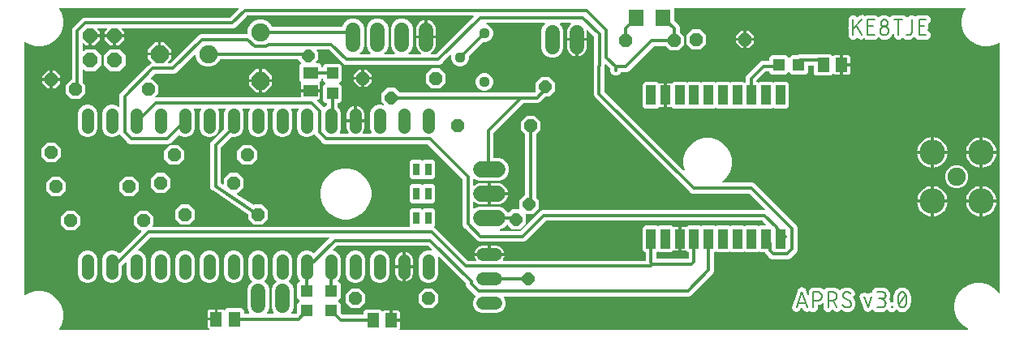
<source format=gbr>
G04 EAGLE Gerber RS-274X export*
G75*
%MOMM*%
%FSLAX34Y34*%
%LPD*%
%INTop Copper*%
%IPPOS*%
%AMOC8*
5,1,8,0,0,1.08239X$1,22.5*%
G01*
%ADD10C,0.152400*%
%ADD11P,1.429621X8X22.500000*%
%ADD12R,1.600000X1.800000*%
%ADD13C,1.905000*%
%ADD14P,2.061953X8X202.500000*%
%ADD15P,2.061953X8X292.500000*%
%ADD16C,1.524000*%
%ADD17C,1.676400*%
%ADD18P,1.649562X8X22.500000*%
%ADD19P,1.429621X8X202.500000*%
%ADD20P,1.429621X8X112.500000*%
%ADD21C,1.117600*%
%ADD22C,1.320800*%
%ADD23C,1.308000*%
%ADD24R,0.635000X1.270000*%
%ADD25R,1.000000X2.000000*%
%ADD26C,2.667000*%
%ADD27R,1.200000X1.200000*%
%ADD28R,1.300000X1.500000*%
%ADD29R,1.500000X1.300000*%
%ADD30P,1.407107X8X22.500000*%
%ADD31C,0.355600*%

G36*
X994518Y10168D02*
X994518Y10168D01*
X994566Y10167D01*
X994639Y10188D01*
X994713Y10200D01*
X994756Y10223D01*
X994802Y10237D01*
X994864Y10280D01*
X994931Y10316D01*
X994964Y10350D01*
X995003Y10378D01*
X995048Y10439D01*
X995100Y10494D01*
X995120Y10537D01*
X995149Y10576D01*
X995172Y10648D01*
X995204Y10717D01*
X995209Y10765D01*
X995224Y10810D01*
X995223Y10886D01*
X995231Y10961D01*
X995221Y11008D01*
X995220Y11056D01*
X995195Y11128D01*
X995179Y11202D01*
X995154Y11243D01*
X995138Y11288D01*
X995091Y11348D01*
X995052Y11413D01*
X995016Y11444D01*
X994986Y11482D01*
X994883Y11558D01*
X994866Y11573D01*
X994859Y11575D01*
X994851Y11581D01*
X990391Y14156D01*
X985706Y18841D01*
X982394Y24578D01*
X980679Y30978D01*
X980679Y37602D01*
X982394Y44002D01*
X985706Y49739D01*
X990391Y54424D01*
X996128Y57736D01*
X1002528Y59451D01*
X1009152Y59451D01*
X1015552Y57736D01*
X1021289Y54424D01*
X1025974Y49739D01*
X1026519Y48795D01*
X1026549Y48758D01*
X1026572Y48715D01*
X1026626Y48663D01*
X1026675Y48604D01*
X1026715Y48579D01*
X1026750Y48546D01*
X1026819Y48514D01*
X1026883Y48474D01*
X1026929Y48463D01*
X1026973Y48442D01*
X1027048Y48434D01*
X1027122Y48416D01*
X1027170Y48420D01*
X1027217Y48415D01*
X1027292Y48431D01*
X1027367Y48438D01*
X1027411Y48457D01*
X1027458Y48467D01*
X1027523Y48506D01*
X1027592Y48537D01*
X1027628Y48569D01*
X1027669Y48594D01*
X1027718Y48651D01*
X1027774Y48702D01*
X1027798Y48744D01*
X1027829Y48781D01*
X1027857Y48851D01*
X1027894Y48917D01*
X1027903Y48964D01*
X1027921Y49009D01*
X1027935Y49137D01*
X1027939Y49159D01*
X1027938Y49165D01*
X1027939Y49175D01*
X1027939Y309458D01*
X1027924Y309552D01*
X1027915Y309647D01*
X1027904Y309673D01*
X1027900Y309701D01*
X1027855Y309785D01*
X1027817Y309872D01*
X1027798Y309893D01*
X1027784Y309918D01*
X1027715Y309984D01*
X1027651Y310054D01*
X1027627Y310068D01*
X1027606Y310087D01*
X1027520Y310128D01*
X1027436Y310174D01*
X1027409Y310179D01*
X1027383Y310191D01*
X1027288Y310202D01*
X1027195Y310219D01*
X1027167Y310215D01*
X1027139Y310218D01*
X1027045Y310198D01*
X1026951Y310185D01*
X1026919Y310170D01*
X1026898Y310166D01*
X1026870Y310149D01*
X1026797Y310117D01*
X1023172Y308024D01*
X1016772Y306309D01*
X1010148Y306309D01*
X1003748Y308024D01*
X998011Y311336D01*
X993326Y316021D01*
X990014Y321758D01*
X988299Y328158D01*
X988299Y334782D01*
X990014Y341182D01*
X992488Y345467D01*
X992522Y345556D01*
X992562Y345643D01*
X992565Y345671D01*
X992575Y345697D01*
X992579Y345793D01*
X992589Y345887D01*
X992583Y345915D01*
X992584Y345943D01*
X992557Y346035D01*
X992537Y346128D01*
X992522Y346152D01*
X992514Y346179D01*
X992460Y346257D01*
X992411Y346339D01*
X992389Y346357D01*
X992373Y346380D01*
X992296Y346437D01*
X992224Y346499D01*
X992198Y346509D01*
X992175Y346526D01*
X992084Y346555D01*
X991996Y346591D01*
X991961Y346595D01*
X991941Y346601D01*
X991908Y346601D01*
X991829Y346609D01*
X689352Y346609D01*
X689332Y346606D01*
X689313Y346608D01*
X689211Y346586D01*
X689109Y346570D01*
X689092Y346560D01*
X689072Y346556D01*
X688983Y346503D01*
X688892Y346454D01*
X688878Y346440D01*
X688861Y346430D01*
X688794Y346351D01*
X688722Y346276D01*
X688714Y346258D01*
X688701Y346243D01*
X688662Y346147D01*
X688619Y346053D01*
X688617Y346033D01*
X688609Y346015D01*
X688591Y345848D01*
X688591Y332958D01*
X688605Y332868D01*
X688613Y332777D01*
X688625Y332747D01*
X688630Y332715D01*
X688673Y332635D01*
X688709Y332551D01*
X688735Y332519D01*
X688746Y332498D01*
X688769Y332476D01*
X688797Y332440D01*
X688798Y332440D01*
X688814Y332420D01*
X691399Y329835D01*
X693078Y328156D01*
X693929Y326102D01*
X693929Y321875D01*
X693943Y321785D01*
X693951Y321694D01*
X693963Y321664D01*
X693968Y321632D01*
X694011Y321552D01*
X694047Y321468D01*
X694073Y321436D01*
X694084Y321415D01*
X694107Y321393D01*
X694152Y321337D01*
X698755Y316734D01*
X698755Y308106D01*
X692654Y302005D01*
X684026Y302005D01*
X679423Y306608D01*
X679349Y306661D01*
X679280Y306721D01*
X679250Y306733D01*
X679223Y306752D01*
X679136Y306779D01*
X679052Y306813D01*
X679011Y306817D01*
X678988Y306824D01*
X678956Y306823D01*
X678885Y306831D01*
X667572Y306831D01*
X667482Y306817D01*
X667391Y306809D01*
X667362Y306797D01*
X667330Y306792D01*
X667249Y306749D01*
X667165Y306713D01*
X667133Y306687D01*
X667112Y306676D01*
X667090Y306653D01*
X667034Y306608D01*
X640676Y280250D01*
X638622Y279399D01*
X633074Y279399D01*
X632959Y279381D01*
X632843Y279363D01*
X632837Y279361D01*
X632831Y279360D01*
X632729Y279305D01*
X632624Y279252D01*
X632619Y279247D01*
X632614Y279244D01*
X632534Y279160D01*
X632452Y279076D01*
X632448Y279070D01*
X632444Y279066D01*
X632437Y279049D01*
X632371Y278929D01*
X632148Y278391D01*
X630576Y276819D01*
X628522Y275968D01*
X626298Y275968D01*
X624244Y276819D01*
X622672Y278391D01*
X621821Y280445D01*
X621821Y282358D01*
X621806Y282448D01*
X621799Y282539D01*
X621787Y282569D01*
X621781Y282600D01*
X621739Y282681D01*
X621703Y282765D01*
X621677Y282797D01*
X621666Y282818D01*
X621643Y282840D01*
X621598Y282896D01*
X616996Y287498D01*
X616938Y287540D01*
X616886Y287589D01*
X616839Y287611D01*
X616797Y287641D01*
X616728Y287663D01*
X616663Y287693D01*
X616611Y287699D01*
X616561Y287714D01*
X616490Y287712D01*
X616419Y287720D01*
X616368Y287709D01*
X616316Y287707D01*
X616248Y287683D01*
X616178Y287668D01*
X616133Y287641D01*
X616085Y287623D01*
X616029Y287578D01*
X615967Y287541D01*
X615933Y287502D01*
X615893Y287469D01*
X615854Y287409D01*
X615807Y287355D01*
X615788Y287306D01*
X615760Y287262D01*
X615742Y287193D01*
X615715Y287126D01*
X615707Y287055D01*
X615699Y287024D01*
X615701Y287001D01*
X615697Y286960D01*
X615697Y284768D01*
X615595Y284522D01*
X615580Y284458D01*
X615555Y284397D01*
X615546Y284315D01*
X615539Y284283D01*
X615540Y284263D01*
X615537Y284231D01*
X615537Y259360D01*
X615551Y259270D01*
X615559Y259179D01*
X615571Y259149D01*
X615576Y259117D01*
X615619Y259037D01*
X615655Y258953D01*
X615681Y258921D01*
X615692Y258900D01*
X615715Y258878D01*
X615760Y258822D01*
X697792Y176789D01*
X697831Y176761D01*
X697864Y176726D01*
X697931Y176690D01*
X697992Y176646D01*
X698038Y176632D01*
X698080Y176609D01*
X698155Y176596D01*
X698227Y176573D01*
X698275Y176575D01*
X698322Y176566D01*
X698397Y176578D01*
X698473Y176580D01*
X698518Y176596D01*
X698565Y176603D01*
X698633Y176638D01*
X698704Y176664D01*
X698741Y176694D01*
X698784Y176716D01*
X698837Y176770D01*
X698896Y176818D01*
X698922Y176858D01*
X698955Y176893D01*
X698988Y176961D01*
X699029Y177025D01*
X699041Y177071D01*
X699061Y177115D01*
X699071Y177190D01*
X699089Y177263D01*
X699085Y177311D01*
X699091Y177359D01*
X699072Y177487D01*
X699070Y177509D01*
X699067Y177515D01*
X699066Y177525D01*
X697859Y182028D01*
X697859Y188652D01*
X699574Y195052D01*
X702886Y200789D01*
X707571Y205474D01*
X713308Y208786D01*
X719708Y210501D01*
X726332Y210501D01*
X732732Y208786D01*
X738469Y205474D01*
X743154Y200789D01*
X746466Y195052D01*
X748181Y188652D01*
X748181Y182028D01*
X746466Y175628D01*
X743154Y169891D01*
X738553Y165290D01*
X738511Y165232D01*
X738462Y165180D01*
X738440Y165133D01*
X738409Y165091D01*
X738388Y165022D01*
X738358Y164957D01*
X738352Y164905D01*
X738337Y164855D01*
X738339Y164784D01*
X738331Y164713D01*
X738342Y164662D01*
X738343Y164610D01*
X738368Y164542D01*
X738383Y164472D01*
X738410Y164427D01*
X738428Y164379D01*
X738473Y164323D01*
X738509Y164261D01*
X738549Y164227D01*
X738582Y164187D01*
X738642Y164148D01*
X738696Y164101D01*
X738745Y164082D01*
X738788Y164054D01*
X738858Y164036D01*
X738924Y164009D01*
X738996Y164001D01*
X739027Y163993D01*
X739050Y163995D01*
X739091Y163991D01*
X769972Y163991D01*
X772026Y163140D01*
X816014Y119152D01*
X816865Y117098D01*
X816865Y93582D01*
X816014Y91528D01*
X809500Y85014D01*
X807446Y84163D01*
X790594Y84163D01*
X788540Y85014D01*
X786860Y86693D01*
X785373Y88180D01*
X783694Y89860D01*
X783197Y91059D01*
X783135Y91159D01*
X783076Y91259D01*
X783071Y91263D01*
X783068Y91268D01*
X782977Y91343D01*
X782889Y91419D01*
X782883Y91421D01*
X782878Y91425D01*
X782770Y91467D01*
X782661Y91511D01*
X782653Y91512D01*
X782648Y91513D01*
X782630Y91514D01*
X782494Y91529D01*
X777442Y91529D01*
X777058Y91913D01*
X777042Y91924D01*
X777030Y91940D01*
X776942Y91996D01*
X776859Y92056D01*
X776840Y92062D01*
X776823Y92073D01*
X776722Y92098D01*
X776623Y92128D01*
X776604Y92128D01*
X776584Y92133D01*
X776481Y92125D01*
X776378Y92122D01*
X776359Y92115D01*
X776339Y92114D01*
X776244Y92073D01*
X776147Y92038D01*
X776131Y92025D01*
X776113Y92017D01*
X775982Y91913D01*
X775598Y91529D01*
X762442Y91529D01*
X762058Y91913D01*
X762042Y91924D01*
X762030Y91940D01*
X761942Y91996D01*
X761859Y92056D01*
X761840Y92062D01*
X761823Y92073D01*
X761722Y92098D01*
X761623Y92128D01*
X761604Y92128D01*
X761584Y92133D01*
X761481Y92125D01*
X761378Y92122D01*
X761359Y92115D01*
X761339Y92114D01*
X761244Y92073D01*
X761147Y92038D01*
X761131Y92025D01*
X761113Y92017D01*
X760982Y91913D01*
X760598Y91529D01*
X747442Y91529D01*
X747058Y91913D01*
X747042Y91924D01*
X747030Y91940D01*
X746942Y91996D01*
X746859Y92056D01*
X746840Y92062D01*
X746823Y92073D01*
X746722Y92098D01*
X746623Y92128D01*
X746604Y92128D01*
X746584Y92133D01*
X746481Y92125D01*
X746378Y92122D01*
X746359Y92115D01*
X746339Y92114D01*
X746244Y92073D01*
X746147Y92038D01*
X746131Y92025D01*
X746113Y92017D01*
X745982Y91913D01*
X745598Y91529D01*
X732442Y91529D01*
X732058Y91913D01*
X732042Y91924D01*
X732030Y91940D01*
X731942Y91996D01*
X731859Y92056D01*
X731840Y92062D01*
X731823Y92073D01*
X731722Y92098D01*
X731623Y92128D01*
X731604Y92128D01*
X731584Y92133D01*
X731481Y92125D01*
X731378Y92122D01*
X731359Y92115D01*
X731339Y92114D01*
X731244Y92073D01*
X731147Y92038D01*
X731131Y92025D01*
X731113Y92017D01*
X730982Y91913D01*
X730598Y91529D01*
X730370Y91529D01*
X730350Y91526D01*
X730331Y91528D01*
X730229Y91506D01*
X730127Y91490D01*
X730110Y91480D01*
X730090Y91476D01*
X730001Y91423D01*
X729910Y91374D01*
X729896Y91360D01*
X729879Y91350D01*
X729812Y91271D01*
X729740Y91196D01*
X729732Y91178D01*
X729719Y91163D01*
X729680Y91067D01*
X729637Y90973D01*
X729635Y90953D01*
X729627Y90935D01*
X729609Y90768D01*
X729609Y71398D01*
X728758Y69344D01*
X727079Y67665D01*
X705476Y46062D01*
X703422Y45211D01*
X511359Y45211D01*
X511288Y45200D01*
X511216Y45198D01*
X511168Y45180D01*
X511116Y45172D01*
X511053Y45138D01*
X510985Y45113D01*
X510945Y45081D01*
X510899Y45056D01*
X510850Y45004D01*
X510793Y44959D01*
X510765Y44916D01*
X510730Y44878D01*
X510699Y44813D01*
X510660Y44752D01*
X510648Y44702D01*
X510626Y44655D01*
X510618Y44584D01*
X510601Y44514D01*
X510605Y44462D01*
X510599Y44411D01*
X510614Y44340D01*
X510620Y44268D01*
X510640Y44221D01*
X510651Y44170D01*
X510688Y44109D01*
X512319Y40172D01*
X512319Y36028D01*
X510733Y32200D01*
X507804Y29271D01*
X503976Y27685D01*
X486624Y27685D01*
X482796Y29271D01*
X479867Y32200D01*
X478281Y36028D01*
X478281Y40172D01*
X479867Y44000D01*
X480920Y45053D01*
X480932Y45069D01*
X480948Y45082D01*
X481004Y45169D01*
X481064Y45253D01*
X481070Y45272D01*
X481081Y45289D01*
X481106Y45389D01*
X481136Y45488D01*
X481136Y45508D01*
X481141Y45527D01*
X481133Y45630D01*
X481130Y45734D01*
X481123Y45753D01*
X481122Y45772D01*
X481081Y45867D01*
X481046Y45965D01*
X481033Y45981D01*
X481025Y45999D01*
X480920Y46130D01*
X471766Y55284D01*
X470915Y57338D01*
X470915Y58076D01*
X470901Y58166D01*
X470893Y58257D01*
X470881Y58287D01*
X470876Y58319D01*
X470833Y58399D01*
X470797Y58483D01*
X470771Y58515D01*
X470760Y58536D01*
X470737Y58558D01*
X470692Y58614D01*
X443190Y86116D01*
X443111Y86173D01*
X443036Y86235D01*
X443012Y86244D01*
X442991Y86259D01*
X442898Y86288D01*
X442807Y86323D01*
X442781Y86324D01*
X442756Y86332D01*
X442658Y86329D01*
X442561Y86333D01*
X442536Y86326D01*
X442510Y86325D01*
X442418Y86292D01*
X442325Y86265D01*
X442303Y86250D01*
X442279Y86241D01*
X442203Y86180D01*
X442123Y86125D01*
X442107Y86104D01*
X442087Y86087D01*
X442034Y86005D01*
X441976Y85927D01*
X441968Y85902D01*
X441954Y85880D01*
X441930Y85786D01*
X441900Y85693D01*
X441900Y85667D01*
X441894Y85642D01*
X441901Y85545D01*
X441902Y85447D01*
X441911Y85416D01*
X441913Y85397D01*
X441926Y85366D01*
X441949Y85286D01*
X442151Y84799D01*
X442151Y67601D01*
X440575Y63797D01*
X437663Y60885D01*
X433859Y59309D01*
X429741Y59309D01*
X425937Y60885D01*
X423025Y63797D01*
X421449Y67601D01*
X421449Y84799D01*
X423025Y88603D01*
X425937Y91515D01*
X429741Y93091D01*
X433859Y93091D01*
X434346Y92889D01*
X434441Y92867D01*
X434534Y92838D01*
X434560Y92839D01*
X434586Y92833D01*
X434683Y92842D01*
X434780Y92844D01*
X434805Y92853D01*
X434831Y92856D01*
X434920Y92895D01*
X435011Y92929D01*
X435032Y92945D01*
X435055Y92956D01*
X435127Y93022D01*
X435203Y93082D01*
X435217Y93104D01*
X435237Y93122D01*
X435283Y93207D01*
X435336Y93289D01*
X435343Y93315D01*
X435355Y93338D01*
X435372Y93433D01*
X435396Y93528D01*
X435394Y93554D01*
X435399Y93580D01*
X435385Y93676D01*
X435377Y93773D01*
X435367Y93797D01*
X435363Y93823D01*
X435319Y93910D01*
X435281Y93999D01*
X435260Y94025D01*
X435252Y94042D01*
X435228Y94065D01*
X435176Y94130D01*
X431360Y97946D01*
X431286Y97999D01*
X431217Y98059D01*
X431186Y98071D01*
X431160Y98090D01*
X431073Y98117D01*
X430988Y98151D01*
X430948Y98155D01*
X430925Y98162D01*
X430893Y98161D01*
X430822Y98169D01*
X336697Y98169D01*
X336607Y98155D01*
X336516Y98147D01*
X336486Y98135D01*
X336454Y98130D01*
X336373Y98087D01*
X336289Y98051D01*
X336257Y98025D01*
X336237Y98014D01*
X336214Y97991D01*
X336158Y97946D01*
X332388Y94176D01*
X332362Y94139D01*
X332328Y94108D01*
X332290Y94040D01*
X332245Y93977D01*
X332231Y93933D01*
X332209Y93893D01*
X332195Y93816D01*
X332173Y93742D01*
X332174Y93696D01*
X332166Y93650D01*
X332177Y93573D01*
X332179Y93496D01*
X332195Y93453D01*
X332201Y93407D01*
X332237Y93338D01*
X332263Y93265D01*
X332292Y93229D01*
X332313Y93188D01*
X332368Y93133D01*
X332417Y93073D01*
X332456Y93048D01*
X332488Y93016D01*
X332608Y92950D01*
X332624Y92940D01*
X332629Y92938D01*
X332635Y92935D01*
X336063Y91515D01*
X338975Y88603D01*
X340551Y84799D01*
X340551Y67601D01*
X338975Y63797D01*
X337428Y62250D01*
X337387Y62192D01*
X337337Y62140D01*
X337315Y62093D01*
X337285Y62051D01*
X337264Y61982D01*
X337234Y61917D01*
X337228Y61865D01*
X337213Y61815D01*
X337214Y61744D01*
X337206Y61673D01*
X337218Y61622D01*
X337219Y61570D01*
X337244Y61502D01*
X337259Y61432D01*
X337285Y61387D01*
X337303Y61339D01*
X337348Y61283D01*
X337385Y61221D01*
X337424Y61187D01*
X337457Y61147D01*
X337517Y61108D01*
X337572Y61061D01*
X337620Y61042D01*
X337664Y61014D01*
X337733Y60996D01*
X340011Y58718D01*
X340011Y43562D01*
X337627Y41178D01*
X337616Y41162D01*
X337600Y41150D01*
X337544Y41062D01*
X337484Y40979D01*
X337478Y40960D01*
X337467Y40943D01*
X337442Y40842D01*
X337412Y40743D01*
X337412Y40724D01*
X337407Y40704D01*
X337415Y40601D01*
X337418Y40498D01*
X337425Y40479D01*
X337426Y40459D01*
X337467Y40364D01*
X337502Y40267D01*
X337515Y40251D01*
X337523Y40233D01*
X337627Y40102D01*
X340011Y37718D01*
X340011Y28548D01*
X340025Y28458D01*
X340033Y28367D01*
X340045Y28337D01*
X340050Y28305D01*
X340093Y28225D01*
X340129Y28141D01*
X340155Y28109D01*
X340166Y28088D01*
X340189Y28066D01*
X340234Y28010D01*
X342112Y26132D01*
X342186Y26079D01*
X342255Y26019D01*
X342285Y26007D01*
X342312Y25988D01*
X342399Y25961D01*
X342484Y25927D01*
X342524Y25923D01*
X342547Y25916D01*
X342579Y25917D01*
X342650Y25909D01*
X362968Y25909D01*
X362988Y25912D01*
X363007Y25910D01*
X363109Y25932D01*
X363211Y25948D01*
X363228Y25958D01*
X363248Y25962D01*
X363337Y26015D01*
X363428Y26064D01*
X363442Y26078D01*
X363459Y26088D01*
X363526Y26167D01*
X363598Y26242D01*
X363606Y26260D01*
X363619Y26275D01*
X363658Y26371D01*
X363701Y26465D01*
X363703Y26485D01*
X363711Y26503D01*
X363729Y26670D01*
X363729Y29398D01*
X365962Y31631D01*
X382118Y31631D01*
X383900Y29849D01*
X383916Y29838D01*
X383929Y29822D01*
X384016Y29766D01*
X384100Y29706D01*
X384119Y29700D01*
X384135Y29689D01*
X384236Y29664D01*
X384335Y29634D01*
X384355Y29634D01*
X384374Y29629D01*
X384477Y29637D01*
X384580Y29640D01*
X384599Y29647D01*
X384619Y29648D01*
X384714Y29689D01*
X384811Y29724D01*
X384827Y29737D01*
X384846Y29745D01*
X384976Y29850D01*
X384980Y29853D01*
X385559Y30188D01*
X386206Y30361D01*
X391517Y30361D01*
X391517Y21082D01*
X391520Y21062D01*
X391518Y21043D01*
X391540Y20941D01*
X391557Y20839D01*
X391566Y20822D01*
X391570Y20802D01*
X391623Y20713D01*
X391672Y20622D01*
X391686Y20608D01*
X391696Y20591D01*
X391775Y20524D01*
X391850Y20453D01*
X391868Y20444D01*
X391883Y20431D01*
X391979Y20392D01*
X392073Y20349D01*
X392093Y20347D01*
X392111Y20339D01*
X392278Y20321D01*
X393041Y20321D01*
X393041Y19558D01*
X393044Y19538D01*
X393042Y19519D01*
X393064Y19417D01*
X393081Y19315D01*
X393090Y19298D01*
X393094Y19278D01*
X393147Y19189D01*
X393196Y19098D01*
X393210Y19084D01*
X393220Y19067D01*
X393299Y19000D01*
X393374Y18929D01*
X393392Y18920D01*
X393407Y18907D01*
X393503Y18868D01*
X393597Y18825D01*
X393617Y18823D01*
X393635Y18815D01*
X393802Y18797D01*
X402081Y18797D01*
X402081Y12486D01*
X401908Y11839D01*
X401598Y11303D01*
X401564Y11213D01*
X401524Y11127D01*
X401521Y11099D01*
X401511Y11073D01*
X401507Y10977D01*
X401497Y10883D01*
X401503Y10855D01*
X401502Y10827D01*
X401529Y10735D01*
X401549Y10642D01*
X401563Y10618D01*
X401571Y10591D01*
X401626Y10513D01*
X401675Y10431D01*
X401697Y10413D01*
X401713Y10390D01*
X401790Y10333D01*
X401862Y10271D01*
X401888Y10261D01*
X401911Y10244D01*
X402002Y10215D01*
X402090Y10179D01*
X402126Y10175D01*
X402145Y10169D01*
X402178Y10169D01*
X402257Y10161D01*
X994471Y10161D01*
X994518Y10168D01*
G37*
G36*
X202799Y10165D02*
X202799Y10165D01*
X202823Y10162D01*
X202920Y10184D01*
X203018Y10200D01*
X203039Y10212D01*
X203063Y10217D01*
X203148Y10269D01*
X203236Y10316D01*
X203252Y10333D01*
X203273Y10346D01*
X203336Y10422D01*
X203405Y10494D01*
X203415Y10516D01*
X203430Y10534D01*
X203467Y10627D01*
X203509Y10717D01*
X203511Y10741D01*
X203520Y10763D01*
X203525Y10863D01*
X203536Y10961D01*
X203530Y10985D01*
X203532Y11009D01*
X203504Y11105D01*
X203483Y11202D01*
X203471Y11223D01*
X203464Y11246D01*
X203408Y11328D01*
X203357Y11413D01*
X203339Y11429D01*
X203325Y11448D01*
X203246Y11508D01*
X203170Y11573D01*
X203148Y11582D01*
X203129Y11596D01*
X202972Y11657D01*
X202729Y11722D01*
X202150Y12057D01*
X201677Y12530D01*
X201342Y13109D01*
X201169Y13756D01*
X201169Y20067D01*
X209448Y20067D01*
X209468Y20070D01*
X209487Y20068D01*
X209589Y20090D01*
X209691Y20107D01*
X209708Y20116D01*
X209728Y20120D01*
X209817Y20173D01*
X209908Y20222D01*
X209922Y20236D01*
X209939Y20246D01*
X210006Y20325D01*
X210077Y20400D01*
X210086Y20418D01*
X210099Y20433D01*
X210138Y20529D01*
X210181Y20623D01*
X210183Y20643D01*
X210191Y20661D01*
X210209Y20828D01*
X210209Y21591D01*
X210972Y21591D01*
X210992Y21594D01*
X211011Y21592D01*
X211113Y21614D01*
X211215Y21631D01*
X211232Y21640D01*
X211252Y21644D01*
X211341Y21697D01*
X211432Y21746D01*
X211446Y21760D01*
X211463Y21770D01*
X211530Y21849D01*
X211601Y21924D01*
X211610Y21942D01*
X211623Y21957D01*
X211662Y22053D01*
X211705Y22147D01*
X211707Y22167D01*
X211715Y22185D01*
X211733Y22352D01*
X211733Y31631D01*
X217044Y31631D01*
X217691Y31458D01*
X218270Y31123D01*
X218274Y31120D01*
X218290Y31108D01*
X218302Y31092D01*
X218389Y31036D01*
X218473Y30976D01*
X218492Y30970D01*
X218509Y30959D01*
X218610Y30934D01*
X218708Y30904D01*
X218728Y30904D01*
X218748Y30899D01*
X218851Y30907D01*
X218954Y30910D01*
X218973Y30917D01*
X218993Y30918D01*
X219088Y30959D01*
X219185Y30994D01*
X219201Y31007D01*
X219219Y31015D01*
X219350Y31119D01*
X221132Y32901D01*
X237288Y32901D01*
X239521Y30668D01*
X239521Y27940D01*
X239524Y27920D01*
X239522Y27901D01*
X239544Y27799D01*
X239560Y27697D01*
X239570Y27680D01*
X239574Y27660D01*
X239627Y27571D01*
X239676Y27480D01*
X239690Y27466D01*
X239700Y27449D01*
X239779Y27382D01*
X239854Y27310D01*
X239872Y27302D01*
X239887Y27289D01*
X239983Y27250D01*
X240077Y27207D01*
X240097Y27205D01*
X240115Y27197D01*
X240282Y27179D01*
X244378Y27179D01*
X244449Y27190D01*
X244520Y27192D01*
X244569Y27210D01*
X244621Y27218D01*
X244684Y27252D01*
X244751Y27277D01*
X244792Y27309D01*
X244838Y27334D01*
X244887Y27386D01*
X244943Y27430D01*
X244972Y27474D01*
X245007Y27512D01*
X245038Y27577D01*
X245076Y27637D01*
X245089Y27688D01*
X245111Y27735D01*
X245119Y27806D01*
X245137Y27876D01*
X245132Y27928D01*
X245138Y27979D01*
X245123Y28050D01*
X245117Y28121D01*
X245097Y28169D01*
X245086Y28220D01*
X245049Y28281D01*
X245021Y28347D01*
X244976Y28403D01*
X244960Y28431D01*
X244942Y28446D01*
X244916Y28478D01*
X244310Y29085D01*
X242569Y33286D01*
X242569Y53074D01*
X244310Y57275D01*
X247490Y60455D01*
X247502Y60472D01*
X247517Y60484D01*
X247573Y60571D01*
X247633Y60655D01*
X247639Y60674D01*
X247650Y60691D01*
X247675Y60791D01*
X247706Y60890D01*
X247705Y60910D01*
X247710Y60929D01*
X247702Y61032D01*
X247699Y61136D01*
X247693Y61155D01*
X247691Y61175D01*
X247651Y61269D01*
X247615Y61367D01*
X247602Y61383D01*
X247595Y61401D01*
X247490Y61532D01*
X245225Y63797D01*
X243649Y67601D01*
X243649Y84799D01*
X245225Y88603D01*
X248137Y91515D01*
X251941Y93091D01*
X256059Y93091D01*
X259863Y91515D01*
X262775Y88603D01*
X264351Y84799D01*
X264351Y67601D01*
X262775Y63797D01*
X260510Y61532D01*
X260498Y61516D01*
X260483Y61503D01*
X260427Y61416D01*
X260367Y61332D01*
X260361Y61313D01*
X260350Y61296D01*
X260325Y61196D01*
X260294Y61097D01*
X260295Y61077D01*
X260290Y61058D01*
X260298Y60955D01*
X260301Y60851D01*
X260307Y60832D01*
X260309Y60813D01*
X260349Y60718D01*
X260385Y60620D01*
X260398Y60605D01*
X260405Y60586D01*
X260510Y60455D01*
X263690Y57275D01*
X265431Y53074D01*
X265431Y33286D01*
X263690Y29085D01*
X263084Y28478D01*
X263042Y28420D01*
X262993Y28368D01*
X262971Y28321D01*
X262940Y28279D01*
X262919Y28210D01*
X262889Y28145D01*
X262883Y28093D01*
X262868Y28043D01*
X262870Y27972D01*
X262862Y27901D01*
X262873Y27850D01*
X262874Y27798D01*
X262899Y27730D01*
X262914Y27660D01*
X262941Y27615D01*
X262959Y27567D01*
X263004Y27511D01*
X263040Y27449D01*
X263080Y27415D01*
X263112Y27375D01*
X263173Y27336D01*
X263227Y27289D01*
X263275Y27270D01*
X263319Y27242D01*
X263389Y27224D01*
X263455Y27197D01*
X263527Y27189D01*
X263558Y27181D01*
X263581Y27183D01*
X263622Y27179D01*
X269778Y27179D01*
X269849Y27190D01*
X269920Y27192D01*
X269969Y27210D01*
X270021Y27218D01*
X270084Y27252D01*
X270151Y27277D01*
X270192Y27309D01*
X270238Y27334D01*
X270287Y27386D01*
X270343Y27430D01*
X270372Y27474D01*
X270407Y27512D01*
X270438Y27577D01*
X270476Y27637D01*
X270489Y27688D01*
X270511Y27735D01*
X270519Y27806D01*
X270537Y27876D01*
X270532Y27928D01*
X270538Y27979D01*
X270523Y28050D01*
X270517Y28121D01*
X270497Y28169D01*
X270486Y28220D01*
X270449Y28281D01*
X270421Y28347D01*
X270376Y28403D01*
X270360Y28431D01*
X270342Y28446D01*
X270316Y28478D01*
X269710Y29085D01*
X267969Y33286D01*
X267969Y53074D01*
X269710Y57275D01*
X272890Y60455D01*
X272902Y60472D01*
X272917Y60484D01*
X272973Y60571D01*
X273033Y60655D01*
X273039Y60674D01*
X273050Y60691D01*
X273075Y60791D01*
X273106Y60890D01*
X273105Y60910D01*
X273110Y60929D01*
X273102Y61032D01*
X273099Y61136D01*
X273093Y61155D01*
X273091Y61175D01*
X273051Y61269D01*
X273015Y61367D01*
X273002Y61383D01*
X272995Y61401D01*
X272890Y61532D01*
X270625Y63797D01*
X269049Y67601D01*
X269049Y84799D01*
X270625Y88603D01*
X273537Y91515D01*
X277341Y93091D01*
X281459Y93091D01*
X285263Y91515D01*
X288175Y88603D01*
X289751Y84799D01*
X289751Y67601D01*
X288175Y63797D01*
X285910Y61532D01*
X285898Y61516D01*
X285883Y61503D01*
X285827Y61416D01*
X285767Y61332D01*
X285761Y61313D01*
X285750Y61296D01*
X285725Y61196D01*
X285694Y61097D01*
X285695Y61077D01*
X285690Y61058D01*
X285698Y60955D01*
X285701Y60851D01*
X285707Y60832D01*
X285709Y60813D01*
X285749Y60718D01*
X285785Y60620D01*
X285798Y60605D01*
X285805Y60586D01*
X285910Y60455D01*
X289090Y57275D01*
X290831Y53074D01*
X290831Y33286D01*
X289090Y29085D01*
X288484Y28478D01*
X288442Y28420D01*
X288393Y28368D01*
X288371Y28321D01*
X288340Y28279D01*
X288319Y28210D01*
X288289Y28145D01*
X288283Y28093D01*
X288268Y28043D01*
X288270Y27972D01*
X288262Y27901D01*
X288273Y27850D01*
X288274Y27798D01*
X288299Y27730D01*
X288314Y27660D01*
X288341Y27615D01*
X288359Y27567D01*
X288404Y27511D01*
X288440Y27449D01*
X288480Y27415D01*
X288512Y27375D01*
X288573Y27336D01*
X288627Y27289D01*
X288675Y27270D01*
X288719Y27242D01*
X288789Y27224D01*
X288855Y27197D01*
X288927Y27189D01*
X288958Y27181D01*
X288981Y27183D01*
X289022Y27179D01*
X293620Y27179D01*
X293710Y27193D01*
X293801Y27201D01*
X293831Y27213D01*
X293862Y27218D01*
X293943Y27261D01*
X294027Y27297D01*
X294059Y27323D01*
X294080Y27334D01*
X294102Y27357D01*
X294158Y27402D01*
X294766Y28010D01*
X294819Y28084D01*
X294879Y28153D01*
X294891Y28184D01*
X294910Y28210D01*
X294937Y28297D01*
X294971Y28382D01*
X294975Y28422D01*
X294982Y28445D01*
X294981Y28477D01*
X294989Y28548D01*
X294989Y37718D01*
X297373Y40102D01*
X297384Y40118D01*
X297400Y40130D01*
X297431Y40179D01*
X297434Y40183D01*
X297437Y40189D01*
X297456Y40218D01*
X297516Y40301D01*
X297522Y40320D01*
X297533Y40337D01*
X297558Y40438D01*
X297588Y40537D01*
X297588Y40556D01*
X297593Y40576D01*
X297585Y40679D01*
X297582Y40782D01*
X297575Y40801D01*
X297574Y40821D01*
X297533Y40916D01*
X297498Y41013D01*
X297485Y41029D01*
X297477Y41047D01*
X297373Y41178D01*
X294989Y43562D01*
X294989Y58718D01*
X297258Y60988D01*
X297276Y60990D01*
X297339Y61024D01*
X297407Y61049D01*
X297447Y61081D01*
X297493Y61106D01*
X297543Y61158D01*
X297599Y61202D01*
X297627Y61246D01*
X297663Y61284D01*
X297693Y61349D01*
X297732Y61409D01*
X297744Y61460D01*
X297766Y61507D01*
X297774Y61578D01*
X297792Y61648D01*
X297788Y61700D01*
X297794Y61751D01*
X297778Y61822D01*
X297773Y61893D01*
X297752Y61941D01*
X297741Y61992D01*
X297704Y62053D01*
X297676Y62119D01*
X297632Y62175D01*
X297615Y62203D01*
X297597Y62218D01*
X297572Y62250D01*
X296025Y63797D01*
X294449Y67601D01*
X294449Y84799D01*
X296025Y88603D01*
X298937Y91515D01*
X302741Y93091D01*
X306859Y93091D01*
X310663Y91515D01*
X311753Y90425D01*
X311769Y90413D01*
X311782Y90398D01*
X311869Y90342D01*
X311953Y90281D01*
X311972Y90276D01*
X311989Y90265D01*
X312089Y90240D01*
X312188Y90209D01*
X312208Y90210D01*
X312227Y90205D01*
X312330Y90213D01*
X312434Y90215D01*
X312453Y90222D01*
X312472Y90224D01*
X312567Y90264D01*
X312665Y90300D01*
X312681Y90312D01*
X312699Y90320D01*
X312830Y90425D01*
X327910Y105506D01*
X327952Y105564D01*
X328002Y105616D01*
X328024Y105663D01*
X328054Y105705D01*
X328075Y105774D01*
X328105Y105839D01*
X328111Y105891D01*
X328126Y105941D01*
X328124Y106012D01*
X328132Y106083D01*
X328121Y106134D01*
X328120Y106186D01*
X328095Y106254D01*
X328080Y106324D01*
X328053Y106369D01*
X328036Y106417D01*
X327991Y106473D01*
X327954Y106535D01*
X327914Y106569D01*
X327882Y106609D01*
X327822Y106648D01*
X327767Y106695D01*
X327719Y106714D01*
X327675Y106742D01*
X327605Y106760D01*
X327539Y106787D01*
X327468Y106795D01*
X327436Y106803D01*
X327413Y106801D01*
X327372Y106805D01*
X142133Y106805D01*
X142043Y106791D01*
X141952Y106783D01*
X141922Y106771D01*
X141890Y106766D01*
X141809Y106723D01*
X141725Y106687D01*
X141693Y106661D01*
X141673Y106650D01*
X141650Y106627D01*
X141594Y106582D01*
X129188Y94176D01*
X129162Y94139D01*
X129128Y94108D01*
X129090Y94040D01*
X129045Y93977D01*
X129031Y93933D01*
X129009Y93893D01*
X128995Y93816D01*
X128973Y93742D01*
X128974Y93696D01*
X128966Y93650D01*
X128977Y93573D01*
X128979Y93496D01*
X128995Y93453D01*
X129001Y93407D01*
X129037Y93338D01*
X129063Y93265D01*
X129092Y93229D01*
X129113Y93188D01*
X129168Y93133D01*
X129217Y93073D01*
X129256Y93048D01*
X129288Y93016D01*
X129408Y92950D01*
X129424Y92940D01*
X129429Y92938D01*
X129435Y92935D01*
X132863Y91515D01*
X135775Y88603D01*
X137351Y84799D01*
X137351Y67601D01*
X135775Y63797D01*
X132863Y60885D01*
X129059Y59309D01*
X124941Y59309D01*
X121137Y60885D01*
X118225Y63797D01*
X116649Y67601D01*
X116649Y79799D01*
X116638Y79870D01*
X116636Y79942D01*
X116618Y79991D01*
X116610Y80042D01*
X116576Y80105D01*
X116551Y80173D01*
X116519Y80214D01*
X116494Y80260D01*
X116443Y80309D01*
X116398Y80365D01*
X116354Y80393D01*
X116316Y80429D01*
X116251Y80459D01*
X116191Y80498D01*
X116140Y80511D01*
X116093Y80533D01*
X116022Y80540D01*
X115952Y80558D01*
X115900Y80554D01*
X115849Y80560D01*
X115778Y80544D01*
X115707Y80539D01*
X115659Y80518D01*
X115608Y80507D01*
X115547Y80471D01*
X115481Y80443D01*
X115425Y80398D01*
X115397Y80381D01*
X115382Y80363D01*
X115350Y80338D01*
X112174Y77162D01*
X112121Y77088D01*
X112061Y77018D01*
X112049Y76988D01*
X112030Y76962D01*
X112003Y76875D01*
X111969Y76790D01*
X111965Y76749D01*
X111958Y76727D01*
X111959Y76695D01*
X111951Y76623D01*
X111951Y67601D01*
X110375Y63797D01*
X107463Y60885D01*
X103659Y59309D01*
X99541Y59309D01*
X95737Y60885D01*
X92825Y63797D01*
X91249Y67601D01*
X91249Y84799D01*
X92825Y88603D01*
X95737Y91515D01*
X99541Y93091D01*
X103659Y93091D01*
X107463Y91515D01*
X108553Y90425D01*
X108569Y90413D01*
X108582Y90398D01*
X108669Y90342D01*
X108753Y90281D01*
X108772Y90276D01*
X108789Y90265D01*
X108889Y90240D01*
X108988Y90209D01*
X109008Y90210D01*
X109027Y90205D01*
X109130Y90213D01*
X109234Y90215D01*
X109253Y90222D01*
X109272Y90224D01*
X109367Y90264D01*
X109465Y90300D01*
X109481Y90312D01*
X109499Y90320D01*
X109630Y90425D01*
X131950Y112746D01*
X131992Y112804D01*
X132042Y112856D01*
X132064Y112903D01*
X132094Y112945D01*
X132115Y113014D01*
X132145Y113079D01*
X132151Y113131D01*
X132166Y113181D01*
X132164Y113252D01*
X132172Y113323D01*
X132161Y113374D01*
X132160Y113426D01*
X132135Y113494D01*
X132120Y113564D01*
X132093Y113608D01*
X132076Y113657D01*
X132031Y113713D01*
X131994Y113775D01*
X131954Y113809D01*
X131922Y113849D01*
X131862Y113888D01*
X131807Y113935D01*
X131759Y113954D01*
X131715Y113982D01*
X131645Y114000D01*
X131579Y114027D01*
X131508Y114035D01*
X131476Y114043D01*
X131453Y114041D01*
X131412Y114045D01*
X130306Y114045D01*
X124205Y120146D01*
X124205Y128774D01*
X130306Y134875D01*
X138934Y134875D01*
X145035Y128774D01*
X145035Y120146D01*
X144171Y119282D01*
X144129Y119224D01*
X144080Y119172D01*
X144058Y119125D01*
X144027Y119083D01*
X144006Y119014D01*
X143976Y118949D01*
X143970Y118897D01*
X143955Y118847D01*
X143957Y118776D01*
X143949Y118705D01*
X143960Y118654D01*
X143961Y118602D01*
X143986Y118534D01*
X144001Y118464D01*
X144028Y118419D01*
X144046Y118371D01*
X144091Y118315D01*
X144127Y118253D01*
X144167Y118219D01*
X144200Y118179D01*
X144260Y118140D01*
X144314Y118093D01*
X144363Y118074D01*
X144406Y118046D01*
X144476Y118028D01*
X144542Y118001D01*
X144614Y117993D01*
X144645Y117985D01*
X144668Y117987D01*
X144709Y117983D01*
X411365Y117983D01*
X411436Y117994D01*
X411509Y117996D01*
X411557Y118014D01*
X411608Y118022D01*
X411672Y118056D01*
X411740Y118081D01*
X411780Y118113D01*
X411825Y118138D01*
X411875Y118190D01*
X411931Y118235D01*
X411959Y118279D01*
X411995Y118316D01*
X412025Y118381D01*
X412064Y118442D01*
X412077Y118492D01*
X412098Y118539D01*
X412106Y118611D01*
X412124Y118681D01*
X412120Y118732D01*
X412125Y118783D01*
X412114Y118835D01*
X412114Y134928D01*
X414347Y137161D01*
X423853Y137161D01*
X424912Y136102D01*
X424928Y136091D01*
X424940Y136075D01*
X425028Y136019D01*
X425111Y135959D01*
X425130Y135953D01*
X425147Y135942D01*
X425248Y135917D01*
X425347Y135887D01*
X425366Y135887D01*
X425386Y135882D01*
X425489Y135890D01*
X425592Y135893D01*
X425611Y135900D01*
X425631Y135901D01*
X425726Y135942D01*
X425823Y135977D01*
X425839Y135990D01*
X425857Y135998D01*
X425988Y136102D01*
X427047Y137161D01*
X436553Y137161D01*
X438786Y134928D01*
X438786Y119072D01*
X438106Y118392D01*
X438080Y118355D01*
X438046Y118324D01*
X438008Y118256D01*
X437963Y118193D01*
X437949Y118149D01*
X437927Y118108D01*
X437913Y118032D01*
X437891Y117957D01*
X437892Y117912D01*
X437884Y117866D01*
X437895Y117789D01*
X437897Y117712D01*
X437913Y117668D01*
X437919Y117623D01*
X437955Y117554D01*
X437981Y117481D01*
X438010Y117445D01*
X438031Y117404D01*
X438086Y117349D01*
X438135Y117289D01*
X438174Y117264D01*
X438207Y117232D01*
X438326Y117166D01*
X438342Y117156D01*
X438347Y117154D01*
X438354Y117151D01*
X438399Y117132D01*
X473011Y82520D01*
X473085Y82467D01*
X473155Y82407D01*
X473185Y82395D01*
X473211Y82376D01*
X473298Y82349D01*
X473383Y82315D01*
X473424Y82311D01*
X473446Y82304D01*
X473478Y82305D01*
X473549Y82297D01*
X480686Y82297D01*
X480803Y82316D01*
X480923Y82335D01*
X480925Y82336D01*
X480928Y82336D01*
X481033Y82392D01*
X481141Y82448D01*
X481143Y82450D01*
X481146Y82452D01*
X481228Y82538D01*
X481312Y82625D01*
X481313Y82628D01*
X481315Y82630D01*
X481365Y82738D01*
X481417Y82847D01*
X481418Y82850D01*
X481419Y82853D01*
X481432Y82970D01*
X481446Y83091D01*
X481446Y83094D01*
X481446Y83097D01*
X481421Y83214D01*
X481396Y83332D01*
X481394Y83335D01*
X481394Y83338D01*
X481388Y83347D01*
X481319Y83481D01*
X480592Y84568D01*
X479903Y86233D01*
X479675Y87377D01*
X494538Y87377D01*
X494558Y87380D01*
X494577Y87378D01*
X494679Y87400D01*
X494781Y87417D01*
X494798Y87426D01*
X494818Y87430D01*
X494907Y87483D01*
X494998Y87532D01*
X495012Y87546D01*
X495029Y87556D01*
X495096Y87635D01*
X495167Y87710D01*
X495176Y87728D01*
X495189Y87743D01*
X495227Y87839D01*
X495271Y87933D01*
X495273Y87953D01*
X495281Y87971D01*
X495299Y88138D01*
X495299Y88901D01*
X495301Y88901D01*
X495301Y88138D01*
X495304Y88118D01*
X495302Y88099D01*
X495324Y87997D01*
X495341Y87895D01*
X495350Y87878D01*
X495354Y87858D01*
X495407Y87769D01*
X495456Y87678D01*
X495470Y87664D01*
X495480Y87647D01*
X495559Y87580D01*
X495634Y87509D01*
X495652Y87500D01*
X495667Y87487D01*
X495763Y87448D01*
X495857Y87405D01*
X495877Y87403D01*
X495895Y87395D01*
X496062Y87377D01*
X510925Y87377D01*
X510697Y86233D01*
X510008Y84568D01*
X509281Y83481D01*
X509232Y83372D01*
X509181Y83263D01*
X509181Y83260D01*
X509180Y83257D01*
X509167Y83137D01*
X509154Y83019D01*
X509155Y83015D01*
X509154Y83012D01*
X509181Y82896D01*
X509206Y82778D01*
X509208Y82775D01*
X509209Y82772D01*
X509271Y82670D01*
X509333Y82567D01*
X509335Y82565D01*
X509337Y82562D01*
X509428Y82485D01*
X509519Y82407D01*
X509522Y82406D01*
X509525Y82404D01*
X509635Y82360D01*
X509748Y82315D01*
X509751Y82315D01*
X509754Y82314D01*
X509764Y82313D01*
X509914Y82297D01*
X657670Y82297D01*
X657690Y82300D01*
X657709Y82298D01*
X657811Y82320D01*
X657913Y82336D01*
X657930Y82346D01*
X657950Y82350D01*
X658039Y82403D01*
X658130Y82452D01*
X658144Y82466D01*
X658161Y82476D01*
X658228Y82555D01*
X658300Y82630D01*
X658308Y82648D01*
X658321Y82663D01*
X658360Y82759D01*
X658403Y82853D01*
X658405Y82873D01*
X658413Y82891D01*
X658431Y83058D01*
X658431Y90768D01*
X658428Y90788D01*
X658430Y90807D01*
X658408Y90909D01*
X658392Y91011D01*
X658382Y91028D01*
X658378Y91048D01*
X658325Y91137D01*
X658276Y91228D01*
X658262Y91242D01*
X658252Y91259D01*
X658173Y91326D01*
X658098Y91398D01*
X658080Y91406D01*
X658065Y91419D01*
X657969Y91458D01*
X657875Y91501D01*
X657855Y91503D01*
X657837Y91511D01*
X657670Y91529D01*
X657442Y91529D01*
X655209Y93762D01*
X655209Y116918D01*
X657442Y119151D01*
X670598Y119151D01*
X670982Y118767D01*
X670998Y118756D01*
X671010Y118740D01*
X671097Y118684D01*
X671181Y118624D01*
X671200Y118618D01*
X671217Y118607D01*
X671318Y118582D01*
X671417Y118552D01*
X671436Y118552D01*
X671456Y118547D01*
X671559Y118555D01*
X671662Y118558D01*
X671681Y118565D01*
X671701Y118566D01*
X671796Y118607D01*
X671893Y118642D01*
X671909Y118655D01*
X671927Y118663D01*
X672058Y118767D01*
X672442Y119151D01*
X685598Y119151D01*
X686994Y117755D01*
X687029Y117730D01*
X687059Y117697D01*
X687129Y117658D01*
X687193Y117612D01*
X687235Y117599D01*
X687274Y117578D01*
X687352Y117563D01*
X687429Y117540D01*
X687472Y117541D01*
X687516Y117533D01*
X687595Y117544D01*
X687674Y117546D01*
X687716Y117561D01*
X687759Y117567D01*
X687892Y117625D01*
X687905Y117630D01*
X687908Y117632D01*
X687913Y117634D01*
X688039Y117708D01*
X688686Y117881D01*
X692497Y117881D01*
X692497Y106102D01*
X692500Y106082D01*
X692498Y106063D01*
X692520Y105961D01*
X692537Y105859D01*
X692546Y105842D01*
X692550Y105822D01*
X692603Y105733D01*
X692652Y105642D01*
X692666Y105628D01*
X692676Y105611D01*
X692755Y105544D01*
X692830Y105473D01*
X692848Y105464D01*
X692863Y105451D01*
X692959Y105412D01*
X693053Y105369D01*
X693073Y105367D01*
X693091Y105359D01*
X693258Y105341D01*
X694782Y105341D01*
X694802Y105344D01*
X694821Y105342D01*
X694923Y105364D01*
X695025Y105381D01*
X695042Y105390D01*
X695062Y105394D01*
X695151Y105447D01*
X695242Y105496D01*
X695256Y105510D01*
X695273Y105520D01*
X695340Y105599D01*
X695411Y105674D01*
X695420Y105692D01*
X695433Y105707D01*
X695472Y105803D01*
X695515Y105897D01*
X695517Y105917D01*
X695525Y105935D01*
X695543Y106102D01*
X695543Y117881D01*
X699354Y117881D01*
X700001Y117708D01*
X700127Y117634D01*
X700168Y117619D01*
X700205Y117595D01*
X700283Y117576D01*
X700357Y117547D01*
X700401Y117546D01*
X700444Y117535D01*
X700523Y117541D01*
X700603Y117538D01*
X700645Y117551D01*
X700689Y117554D01*
X700762Y117586D01*
X700839Y117608D01*
X700875Y117633D01*
X700915Y117651D01*
X701029Y117741D01*
X701040Y117750D01*
X701042Y117752D01*
X701046Y117755D01*
X702442Y119151D01*
X715598Y119151D01*
X715982Y118767D01*
X715998Y118756D01*
X716010Y118740D01*
X716097Y118684D01*
X716181Y118624D01*
X716200Y118618D01*
X716217Y118607D01*
X716318Y118582D01*
X716417Y118552D01*
X716436Y118552D01*
X716456Y118547D01*
X716559Y118555D01*
X716662Y118558D01*
X716681Y118565D01*
X716701Y118566D01*
X716796Y118607D01*
X716893Y118642D01*
X716909Y118655D01*
X716927Y118663D01*
X717058Y118767D01*
X717442Y119151D01*
X730598Y119151D01*
X730982Y118767D01*
X730998Y118756D01*
X731010Y118740D01*
X731097Y118684D01*
X731181Y118624D01*
X731200Y118618D01*
X731217Y118607D01*
X731318Y118582D01*
X731417Y118552D01*
X731436Y118552D01*
X731456Y118547D01*
X731559Y118555D01*
X731662Y118558D01*
X731681Y118565D01*
X731701Y118566D01*
X731796Y118607D01*
X731893Y118642D01*
X731909Y118655D01*
X731927Y118663D01*
X732058Y118767D01*
X732442Y119151D01*
X745598Y119151D01*
X745982Y118767D01*
X745998Y118756D01*
X746010Y118740D01*
X746097Y118684D01*
X746181Y118624D01*
X746200Y118618D01*
X746217Y118607D01*
X746318Y118582D01*
X746417Y118552D01*
X746436Y118552D01*
X746456Y118547D01*
X746559Y118555D01*
X746662Y118558D01*
X746681Y118565D01*
X746701Y118566D01*
X746796Y118607D01*
X746893Y118642D01*
X746909Y118655D01*
X746927Y118663D01*
X747058Y118767D01*
X747442Y119151D01*
X760598Y119151D01*
X760982Y118767D01*
X760998Y118756D01*
X761010Y118740D01*
X761097Y118684D01*
X761181Y118624D01*
X761200Y118618D01*
X761217Y118607D01*
X761318Y118582D01*
X761417Y118552D01*
X761436Y118552D01*
X761456Y118547D01*
X761559Y118555D01*
X761662Y118558D01*
X761681Y118565D01*
X761701Y118566D01*
X761796Y118607D01*
X761893Y118642D01*
X761909Y118655D01*
X761927Y118663D01*
X762058Y118767D01*
X762442Y119151D01*
X775598Y119151D01*
X775982Y118767D01*
X775998Y118756D01*
X776010Y118740D01*
X776097Y118684D01*
X776181Y118624D01*
X776200Y118618D01*
X776217Y118607D01*
X776318Y118582D01*
X776417Y118552D01*
X776436Y118552D01*
X776456Y118547D01*
X776559Y118555D01*
X776662Y118558D01*
X776681Y118565D01*
X776701Y118566D01*
X776796Y118607D01*
X776893Y118642D01*
X776909Y118655D01*
X776927Y118663D01*
X777058Y118767D01*
X777442Y119151D01*
X783370Y119151D01*
X783441Y119162D01*
X783513Y119164D01*
X783562Y119182D01*
X783613Y119190D01*
X783677Y119224D01*
X783744Y119249D01*
X783785Y119281D01*
X783831Y119306D01*
X783880Y119358D01*
X783936Y119402D01*
X783964Y119446D01*
X784000Y119484D01*
X784030Y119549D01*
X784069Y119609D01*
X784082Y119660D01*
X784104Y119707D01*
X784111Y119778D01*
X784129Y119848D01*
X784125Y119900D01*
X784131Y119951D01*
X784115Y120022D01*
X784110Y120093D01*
X784089Y120141D01*
X784078Y120192D01*
X784042Y120253D01*
X784014Y120319D01*
X783969Y120375D01*
X783952Y120403D01*
X783934Y120418D01*
X783909Y120450D01*
X780353Y124006D01*
X780279Y124059D01*
X780209Y124119D01*
X780179Y124131D01*
X780153Y124150D01*
X780066Y124177D01*
X779981Y124211D01*
X779940Y124215D01*
X779918Y124222D01*
X779886Y124221D01*
X779814Y124229D01*
X554673Y124229D01*
X554583Y124215D01*
X554492Y124207D01*
X554463Y124195D01*
X554431Y124190D01*
X554350Y124147D01*
X554266Y124111D01*
X554234Y124085D01*
X554213Y124074D01*
X554191Y124051D01*
X554135Y124006D01*
X533341Y103212D01*
X531287Y102361D01*
X485100Y102361D01*
X483046Y103212D01*
X481367Y104891D01*
X481366Y104891D01*
X469889Y116368D01*
X468210Y118048D01*
X467359Y120102D01*
X467359Y167550D01*
X467345Y167640D01*
X467337Y167731D01*
X467325Y167761D01*
X467320Y167792D01*
X467277Y167873D01*
X467241Y167957D01*
X467215Y167989D01*
X467204Y168010D01*
X467181Y168032D01*
X467136Y168088D01*
X431104Y204120D01*
X431030Y204173D01*
X430961Y204233D01*
X430930Y204245D01*
X430904Y204264D01*
X430817Y204291D01*
X430732Y204325D01*
X430692Y204329D01*
X430669Y204336D01*
X430637Y204335D01*
X430566Y204343D01*
X324065Y204343D01*
X322011Y205194D01*
X320332Y206873D01*
X320331Y206873D01*
X315013Y212191D01*
X313334Y213871D01*
X313159Y214293D01*
X313135Y214332D01*
X313119Y214375D01*
X313071Y214435D01*
X313030Y214502D01*
X312994Y214531D01*
X312966Y214567D01*
X312900Y214609D01*
X312840Y214658D01*
X312797Y214675D01*
X312759Y214700D01*
X312683Y214719D01*
X312611Y214747D01*
X312565Y214749D01*
X312520Y214760D01*
X312443Y214754D01*
X312365Y214757D01*
X312321Y214744D01*
X312275Y214741D01*
X312204Y214710D01*
X312129Y214689D01*
X312091Y214662D01*
X312049Y214644D01*
X311942Y214559D01*
X311927Y214548D01*
X311924Y214544D01*
X311918Y214540D01*
X310663Y213285D01*
X306859Y211709D01*
X302741Y211709D01*
X298937Y213285D01*
X296025Y216197D01*
X294449Y220001D01*
X294449Y237199D01*
X295869Y240627D01*
X295880Y240671D01*
X295899Y240713D01*
X295907Y240790D01*
X295925Y240866D01*
X295921Y240912D01*
X295926Y240957D01*
X295909Y241034D01*
X295902Y241111D01*
X295884Y241153D01*
X295874Y241198D01*
X295834Y241265D01*
X295802Y241336D01*
X295771Y241370D01*
X295748Y241409D01*
X295688Y241460D01*
X295636Y241517D01*
X295596Y241539D01*
X295561Y241569D01*
X295488Y241598D01*
X295420Y241635D01*
X295375Y241644D01*
X295333Y241661D01*
X295197Y241676D01*
X295178Y241679D01*
X295173Y241678D01*
X295166Y241679D01*
X289034Y241679D01*
X288989Y241672D01*
X288943Y241674D01*
X288868Y241652D01*
X288791Y241640D01*
X288751Y241618D01*
X288707Y241605D01*
X288643Y241561D01*
X288574Y241524D01*
X288543Y241491D01*
X288505Y241465D01*
X288458Y241402D01*
X288405Y241346D01*
X288385Y241304D01*
X288358Y241268D01*
X288334Y241194D01*
X288301Y241123D01*
X288296Y241077D01*
X288282Y241034D01*
X288283Y240956D01*
X288274Y240879D01*
X288284Y240834D01*
X288284Y240788D01*
X288322Y240656D01*
X288326Y240638D01*
X288329Y240634D01*
X288331Y240627D01*
X289751Y237199D01*
X289751Y220001D01*
X288175Y216197D01*
X285263Y213285D01*
X281459Y211709D01*
X277341Y211709D01*
X273537Y213285D01*
X270625Y216197D01*
X269049Y220001D01*
X269049Y237199D01*
X270469Y240627D01*
X270480Y240671D01*
X270499Y240713D01*
X270507Y240790D01*
X270525Y240866D01*
X270521Y240912D01*
X270526Y240957D01*
X270509Y241034D01*
X270502Y241111D01*
X270484Y241153D01*
X270474Y241198D01*
X270434Y241265D01*
X270402Y241336D01*
X270371Y241370D01*
X270348Y241409D01*
X270288Y241460D01*
X270236Y241517D01*
X270196Y241539D01*
X270161Y241569D01*
X270088Y241598D01*
X270020Y241635D01*
X269975Y241644D01*
X269933Y241661D01*
X269797Y241676D01*
X269778Y241679D01*
X269773Y241678D01*
X269766Y241679D01*
X263634Y241679D01*
X263589Y241672D01*
X263543Y241674D01*
X263468Y241652D01*
X263391Y241640D01*
X263351Y241618D01*
X263307Y241605D01*
X263243Y241561D01*
X263174Y241524D01*
X263143Y241491D01*
X263105Y241465D01*
X263058Y241402D01*
X263005Y241346D01*
X262985Y241304D01*
X262958Y241268D01*
X262934Y241194D01*
X262901Y241123D01*
X262896Y241077D01*
X262882Y241034D01*
X262883Y240956D01*
X262874Y240879D01*
X262884Y240834D01*
X262884Y240788D01*
X262922Y240656D01*
X262926Y240638D01*
X262929Y240634D01*
X262931Y240627D01*
X264351Y237199D01*
X264351Y220001D01*
X262775Y216197D01*
X259863Y213285D01*
X256059Y211709D01*
X251941Y211709D01*
X248137Y213285D01*
X245225Y216197D01*
X243649Y220001D01*
X243649Y237199D01*
X245069Y240627D01*
X245080Y240671D01*
X245099Y240713D01*
X245107Y240790D01*
X245125Y240866D01*
X245121Y240912D01*
X245126Y240957D01*
X245109Y241034D01*
X245102Y241111D01*
X245084Y241153D01*
X245074Y241198D01*
X245034Y241265D01*
X245002Y241336D01*
X244971Y241370D01*
X244948Y241409D01*
X244888Y241460D01*
X244836Y241517D01*
X244796Y241539D01*
X244761Y241569D01*
X244688Y241598D01*
X244620Y241635D01*
X244575Y241644D01*
X244533Y241661D01*
X244397Y241676D01*
X244378Y241679D01*
X244373Y241678D01*
X244366Y241679D01*
X238234Y241679D01*
X238189Y241672D01*
X238143Y241674D01*
X238068Y241652D01*
X237991Y241640D01*
X237951Y241618D01*
X237907Y241605D01*
X237843Y241561D01*
X237774Y241524D01*
X237743Y241491D01*
X237705Y241465D01*
X237658Y241402D01*
X237605Y241346D01*
X237585Y241304D01*
X237558Y241268D01*
X237534Y241194D01*
X237501Y241123D01*
X237496Y241077D01*
X237482Y241034D01*
X237483Y240956D01*
X237474Y240879D01*
X237484Y240834D01*
X237484Y240788D01*
X237522Y240656D01*
X237526Y240638D01*
X237529Y240634D01*
X237531Y240627D01*
X238951Y237199D01*
X238951Y220001D01*
X237375Y216197D01*
X234463Y213285D01*
X230659Y211709D01*
X226494Y211709D01*
X226489Y211711D01*
X226375Y211739D01*
X226369Y211739D01*
X226363Y211740D01*
X226246Y211729D01*
X226130Y211720D01*
X226124Y211718D01*
X226118Y211717D01*
X226010Y211669D01*
X225904Y211624D01*
X225898Y211619D01*
X225893Y211617D01*
X225879Y211604D01*
X225773Y211519D01*
X215362Y201108D01*
X215309Y201034D01*
X215249Y200965D01*
X215237Y200934D01*
X215218Y200908D01*
X215191Y200821D01*
X215157Y200736D01*
X215153Y200696D01*
X215146Y200673D01*
X215147Y200641D01*
X215139Y200570D01*
X215139Y163842D01*
X215146Y163799D01*
X215144Y163756D01*
X215165Y163678D01*
X215178Y163599D01*
X215199Y163561D01*
X215210Y163519D01*
X215256Y163453D01*
X215294Y163382D01*
X215325Y163352D01*
X215349Y163316D01*
X215463Y163221D01*
X215472Y163212D01*
X215475Y163211D01*
X215478Y163208D01*
X217002Y162192D01*
X217110Y162143D01*
X217219Y162093D01*
X217223Y162092D01*
X217226Y162091D01*
X217345Y162079D01*
X217463Y162065D01*
X217467Y162066D01*
X217470Y162066D01*
X217587Y162092D01*
X217704Y162118D01*
X217707Y162120D01*
X217710Y162120D01*
X217812Y162182D01*
X217915Y162244D01*
X217917Y162247D01*
X217920Y162248D01*
X217997Y162340D01*
X218075Y162431D01*
X218076Y162434D01*
X218078Y162437D01*
X218122Y162547D01*
X218167Y162659D01*
X218167Y162663D01*
X218168Y162666D01*
X218169Y162678D01*
X218185Y162826D01*
X218185Y168144D01*
X224286Y174245D01*
X232914Y174245D01*
X239015Y168144D01*
X239015Y159516D01*
X232914Y153415D01*
X232682Y153415D01*
X232658Y153411D01*
X232635Y153414D01*
X232537Y153392D01*
X232439Y153376D01*
X232418Y153365D01*
X232395Y153359D01*
X232310Y153307D01*
X232221Y153260D01*
X232205Y153244D01*
X232185Y153231D01*
X232121Y153154D01*
X232052Y153082D01*
X232042Y153061D01*
X232027Y153043D01*
X231991Y152950D01*
X231948Y152859D01*
X231946Y152836D01*
X231937Y152814D01*
X231932Y152714D01*
X231921Y152615D01*
X231926Y152592D01*
X231925Y152568D01*
X231952Y152472D01*
X231974Y152374D01*
X231986Y152354D01*
X231992Y152332D01*
X232048Y152249D01*
X232100Y152163D01*
X232118Y152148D01*
X232131Y152128D01*
X232259Y152021D01*
X248674Y141078D01*
X248736Y141050D01*
X248793Y141013D01*
X248847Y140999D01*
X248898Y140976D01*
X248966Y140969D01*
X249032Y140953D01*
X249087Y140957D01*
X249142Y140951D01*
X249209Y140966D01*
X249277Y140972D01*
X249328Y140993D01*
X249382Y141006D01*
X249440Y141041D01*
X249503Y141068D01*
X249564Y141117D01*
X249592Y141134D01*
X249606Y141150D01*
X249634Y141173D01*
X249686Y141225D01*
X258314Y141225D01*
X264415Y135124D01*
X264415Y126496D01*
X258314Y120395D01*
X249686Y120395D01*
X243585Y126496D01*
X243585Y130629D01*
X243578Y130672D01*
X243580Y130715D01*
X243559Y130792D01*
X243546Y130872D01*
X243525Y130910D01*
X243514Y130951D01*
X243468Y131018D01*
X243430Y131089D01*
X243399Y131119D01*
X243375Y131154D01*
X243261Y131250D01*
X243252Y131258D01*
X243249Y131260D01*
X243246Y131262D01*
X206967Y155448D01*
X206945Y155458D01*
X206837Y155518D01*
X206384Y155705D01*
X206043Y156047D01*
X206024Y156060D01*
X205927Y156142D01*
X205525Y156410D01*
X205253Y156817D01*
X205236Y156834D01*
X205158Y156931D01*
X204812Y157278D01*
X204627Y157724D01*
X204615Y157744D01*
X204557Y157856D01*
X204288Y158257D01*
X204192Y158737D01*
X204183Y158760D01*
X204149Y158879D01*
X203961Y159332D01*
X203961Y159815D01*
X203958Y159837D01*
X203946Y159964D01*
X203852Y160437D01*
X203947Y160918D01*
X203948Y160942D01*
X203961Y161065D01*
X203961Y204312D01*
X204812Y206366D01*
X218026Y219580D01*
X218079Y219654D01*
X218139Y219723D01*
X218151Y219754D01*
X218170Y219780D01*
X218197Y219867D01*
X218231Y219952D01*
X218235Y219992D01*
X218242Y220015D01*
X218241Y220047D01*
X218249Y220118D01*
X218249Y237199D01*
X219669Y240627D01*
X219680Y240671D01*
X219699Y240713D01*
X219707Y240790D01*
X219725Y240866D01*
X219721Y240912D01*
X219726Y240957D01*
X219709Y241034D01*
X219702Y241111D01*
X219684Y241153D01*
X219674Y241198D01*
X219634Y241265D01*
X219602Y241336D01*
X219571Y241370D01*
X219548Y241409D01*
X219488Y241460D01*
X219436Y241517D01*
X219396Y241539D01*
X219361Y241569D01*
X219288Y241598D01*
X219220Y241635D01*
X219175Y241644D01*
X219133Y241661D01*
X218997Y241676D01*
X218978Y241679D01*
X218973Y241678D01*
X218966Y241679D01*
X212834Y241679D01*
X212789Y241672D01*
X212743Y241674D01*
X212668Y241652D01*
X212591Y241640D01*
X212551Y241618D01*
X212507Y241605D01*
X212443Y241561D01*
X212374Y241524D01*
X212343Y241491D01*
X212305Y241465D01*
X212258Y241402D01*
X212205Y241346D01*
X212185Y241304D01*
X212158Y241268D01*
X212134Y241194D01*
X212101Y241123D01*
X212096Y241077D01*
X212082Y241034D01*
X212083Y240956D01*
X212074Y240879D01*
X212084Y240834D01*
X212084Y240788D01*
X212122Y240656D01*
X212126Y240638D01*
X212129Y240634D01*
X212131Y240627D01*
X213551Y237199D01*
X213551Y220001D01*
X211975Y216197D01*
X209063Y213285D01*
X205259Y211709D01*
X201141Y211709D01*
X197337Y213285D01*
X194425Y216197D01*
X192849Y220001D01*
X192849Y237199D01*
X194269Y240627D01*
X194280Y240671D01*
X194299Y240713D01*
X194307Y240790D01*
X194325Y240866D01*
X194321Y240912D01*
X194326Y240957D01*
X194309Y241034D01*
X194302Y241111D01*
X194284Y241153D01*
X194274Y241198D01*
X194234Y241265D01*
X194202Y241336D01*
X194171Y241370D01*
X194148Y241409D01*
X194088Y241460D01*
X194036Y241517D01*
X193996Y241539D01*
X193961Y241569D01*
X193888Y241598D01*
X193820Y241635D01*
X193775Y241644D01*
X193733Y241661D01*
X193597Y241676D01*
X193578Y241679D01*
X193573Y241678D01*
X193566Y241679D01*
X187434Y241679D01*
X187389Y241672D01*
X187343Y241674D01*
X187268Y241652D01*
X187191Y241640D01*
X187151Y241618D01*
X187107Y241605D01*
X187043Y241561D01*
X186974Y241524D01*
X186943Y241491D01*
X186905Y241465D01*
X186858Y241402D01*
X186805Y241346D01*
X186785Y241304D01*
X186758Y241268D01*
X186734Y241194D01*
X186701Y241123D01*
X186696Y241077D01*
X186682Y241034D01*
X186683Y240956D01*
X186674Y240879D01*
X186684Y240834D01*
X186684Y240788D01*
X186722Y240656D01*
X186726Y240638D01*
X186729Y240634D01*
X186731Y240627D01*
X188151Y237199D01*
X188151Y220001D01*
X186575Y216197D01*
X183663Y213285D01*
X179859Y211709D01*
X175741Y211709D01*
X171937Y213285D01*
X171701Y213521D01*
X171685Y213532D01*
X171672Y213548D01*
X171585Y213604D01*
X171501Y213664D01*
X171482Y213670D01*
X171466Y213681D01*
X171365Y213706D01*
X171266Y213737D01*
X171246Y213736D01*
X171227Y213741D01*
X171124Y213733D01*
X171020Y213730D01*
X171002Y213723D01*
X170982Y213722D01*
X170887Y213681D01*
X170789Y213646D01*
X170774Y213633D01*
X170755Y213626D01*
X170624Y213521D01*
X162298Y205194D01*
X161634Y204919D01*
X161551Y204868D01*
X161490Y204835D01*
X161480Y204835D01*
X161448Y204826D01*
X161429Y204825D01*
X161399Y204812D01*
X161319Y204789D01*
X160244Y204343D01*
X120865Y204343D01*
X118811Y205194D01*
X117132Y206873D01*
X117131Y206873D01*
X111813Y212191D01*
X110134Y213871D01*
X109959Y214293D01*
X109935Y214332D01*
X109919Y214375D01*
X109871Y214436D01*
X109830Y214502D01*
X109794Y214531D01*
X109766Y214567D01*
X109700Y214609D01*
X109640Y214658D01*
X109597Y214675D01*
X109559Y214700D01*
X109483Y214719D01*
X109411Y214747D01*
X109365Y214749D01*
X109320Y214760D01*
X109243Y214754D01*
X109165Y214757D01*
X109121Y214744D01*
X109075Y214741D01*
X109003Y214710D01*
X108929Y214689D01*
X108891Y214662D01*
X108849Y214644D01*
X108742Y214559D01*
X108727Y214548D01*
X108724Y214544D01*
X108718Y214540D01*
X107463Y213285D01*
X103659Y211709D01*
X99541Y211709D01*
X95737Y213285D01*
X92825Y216197D01*
X91249Y220001D01*
X91249Y237199D01*
X92825Y241003D01*
X95737Y243915D01*
X99541Y245491D01*
X103659Y245491D01*
X107463Y243915D01*
X107984Y243394D01*
X108042Y243353D01*
X108094Y243303D01*
X108141Y243281D01*
X108183Y243251D01*
X108252Y243230D01*
X108317Y243200D01*
X108369Y243194D01*
X108419Y243179D01*
X108490Y243180D01*
X108561Y243172D01*
X108612Y243184D01*
X108664Y243185D01*
X108732Y243209D01*
X108802Y243225D01*
X108847Y243251D01*
X108895Y243269D01*
X108951Y243314D01*
X109013Y243351D01*
X109047Y243390D01*
X109087Y243423D01*
X109126Y243483D01*
X109173Y243538D01*
X109192Y243586D01*
X109220Y243630D01*
X109238Y243699D01*
X109265Y243766D01*
X109273Y243837D01*
X109281Y243868D01*
X109279Y243892D01*
X109283Y243933D01*
X109283Y255146D01*
X110134Y257200D01*
X111813Y258879D01*
X139330Y286396D01*
X141009Y288075D01*
X142384Y288644D01*
X142423Y288668D01*
X142466Y288684D01*
X142527Y288733D01*
X142593Y288774D01*
X142622Y288809D01*
X142658Y288838D01*
X142700Y288903D01*
X142750Y288963D01*
X142766Y289006D01*
X142791Y289045D01*
X142810Y289120D01*
X142838Y289193D01*
X142840Y289239D01*
X142851Y289283D01*
X142845Y289361D01*
X142848Y289439D01*
X142835Y289483D01*
X142832Y289529D01*
X142801Y289600D01*
X142780Y289675D01*
X142753Y289713D01*
X142735Y289755D01*
X142650Y289862D01*
X142639Y289877D01*
X142635Y289880D01*
X142631Y289886D01*
X139064Y293452D01*
X139064Y296927D01*
X150368Y296927D01*
X150388Y296930D01*
X150407Y296928D01*
X150509Y296950D01*
X150611Y296967D01*
X150628Y296976D01*
X150648Y296980D01*
X150737Y297033D01*
X150828Y297082D01*
X150842Y297096D01*
X150859Y297106D01*
X150926Y297185D01*
X150997Y297260D01*
X151006Y297278D01*
X151019Y297293D01*
X151057Y297389D01*
X151101Y297483D01*
X151103Y297503D01*
X151111Y297521D01*
X151129Y297688D01*
X151129Y298451D01*
X151131Y298451D01*
X151131Y297688D01*
X151134Y297668D01*
X151132Y297649D01*
X151154Y297547D01*
X151171Y297445D01*
X151180Y297428D01*
X151184Y297408D01*
X151237Y297319D01*
X151286Y297228D01*
X151300Y297214D01*
X151310Y297197D01*
X151389Y297130D01*
X151464Y297059D01*
X151482Y297050D01*
X151497Y297037D01*
X151593Y296998D01*
X151687Y296955D01*
X151707Y296953D01*
X151725Y296945D01*
X151892Y296927D01*
X163196Y296927D01*
X163196Y293452D01*
X159969Y290225D01*
X159927Y290167D01*
X159878Y290115D01*
X159856Y290068D01*
X159825Y290026D01*
X159804Y289957D01*
X159774Y289892D01*
X159768Y289840D01*
X159753Y289790D01*
X159755Y289719D01*
X159747Y289648D01*
X159758Y289597D01*
X159759Y289545D01*
X159784Y289477D01*
X159799Y289407D01*
X159826Y289362D01*
X159844Y289314D01*
X159889Y289258D01*
X159925Y289196D01*
X159965Y289162D01*
X159997Y289122D01*
X160058Y289083D01*
X160112Y289036D01*
X160161Y289017D01*
X160204Y288989D01*
X160274Y288971D01*
X160340Y288944D01*
X160412Y288936D01*
X160443Y288928D01*
X160466Y288930D01*
X160507Y288926D01*
X162814Y288926D01*
X162904Y288940D01*
X162995Y288948D01*
X163024Y288960D01*
X163056Y288965D01*
X163137Y289008D01*
X163221Y289044D01*
X163253Y289070D01*
X163274Y289081D01*
X163296Y289104D01*
X163352Y289149D01*
X192504Y318301D01*
X194558Y319152D01*
X242443Y319152D01*
X242463Y319155D01*
X242482Y319153D01*
X242584Y319175D01*
X242686Y319191D01*
X242703Y319201D01*
X242723Y319205D01*
X242812Y319258D01*
X242903Y319307D01*
X242917Y319321D01*
X242934Y319331D01*
X243001Y319410D01*
X243073Y319485D01*
X243081Y319503D01*
X243094Y319518D01*
X243133Y319614D01*
X243176Y319708D01*
X243178Y319728D01*
X243186Y319746D01*
X243204Y319913D01*
X243204Y323963D01*
X245235Y328864D01*
X248986Y332615D01*
X253887Y334646D01*
X259193Y334646D01*
X264094Y332615D01*
X267845Y328864D01*
X268465Y327369D01*
X268527Y327269D01*
X268586Y327169D01*
X268591Y327165D01*
X268594Y327160D01*
X268685Y327085D01*
X268773Y327009D01*
X268779Y327007D01*
X268784Y327003D01*
X268893Y326961D01*
X269001Y326917D01*
X269009Y326916D01*
X269014Y326915D01*
X269032Y326914D01*
X269168Y326899D01*
X341442Y326899D01*
X341556Y326918D01*
X341673Y326935D01*
X341678Y326937D01*
X341684Y326938D01*
X341787Y326993D01*
X341892Y327046D01*
X341896Y327051D01*
X341902Y327054D01*
X341982Y327138D01*
X342064Y327222D01*
X342068Y327228D01*
X342071Y327232D01*
X342079Y327249D01*
X342145Y327369D01*
X343370Y330325D01*
X346585Y333540D01*
X350786Y335281D01*
X355334Y335281D01*
X359535Y333540D01*
X362750Y330325D01*
X364491Y326124D01*
X364491Y306336D01*
X362750Y302135D01*
X360366Y299750D01*
X360324Y299692D01*
X360275Y299640D01*
X360253Y299593D01*
X360222Y299551D01*
X360201Y299482D01*
X360171Y299417D01*
X360165Y299365D01*
X360150Y299315D01*
X360152Y299244D01*
X360144Y299173D01*
X360155Y299122D01*
X360156Y299070D01*
X360181Y299002D01*
X360196Y298932D01*
X360223Y298887D01*
X360241Y298839D01*
X360286Y298783D01*
X360322Y298721D01*
X360362Y298687D01*
X360394Y298647D01*
X360455Y298608D01*
X360509Y298561D01*
X360557Y298542D01*
X360601Y298514D01*
X360671Y298496D01*
X360737Y298469D01*
X360809Y298461D01*
X360840Y298453D01*
X360863Y298455D01*
X360904Y298451D01*
X370616Y298451D01*
X370687Y298462D01*
X370758Y298464D01*
X370807Y298482D01*
X370859Y298490D01*
X370922Y298524D01*
X370989Y298549D01*
X371030Y298581D01*
X371076Y298606D01*
X371125Y298658D01*
X371181Y298702D01*
X371210Y298746D01*
X371245Y298784D01*
X371276Y298849D01*
X371314Y298909D01*
X371327Y298960D01*
X371349Y299007D01*
X371357Y299078D01*
X371375Y299148D01*
X371370Y299200D01*
X371376Y299251D01*
X371361Y299322D01*
X371355Y299393D01*
X371335Y299441D01*
X371324Y299492D01*
X371287Y299553D01*
X371259Y299619D01*
X371214Y299675D01*
X371198Y299703D01*
X371180Y299718D01*
X371154Y299750D01*
X368770Y302135D01*
X367029Y306336D01*
X367029Y326124D01*
X368770Y330325D01*
X371985Y333540D01*
X376186Y335281D01*
X380734Y335281D01*
X384935Y333540D01*
X388150Y330325D01*
X389891Y326124D01*
X389891Y306336D01*
X388150Y302135D01*
X385766Y299750D01*
X385724Y299692D01*
X385675Y299640D01*
X385653Y299593D01*
X385622Y299551D01*
X385601Y299482D01*
X385571Y299417D01*
X385565Y299365D01*
X385550Y299315D01*
X385552Y299244D01*
X385544Y299173D01*
X385555Y299122D01*
X385556Y299070D01*
X385581Y299002D01*
X385596Y298932D01*
X385623Y298887D01*
X385641Y298839D01*
X385686Y298783D01*
X385722Y298721D01*
X385762Y298687D01*
X385794Y298647D01*
X385855Y298608D01*
X385909Y298561D01*
X385957Y298542D01*
X386001Y298514D01*
X386071Y298496D01*
X386137Y298469D01*
X386209Y298461D01*
X386240Y298453D01*
X386263Y298455D01*
X386304Y298451D01*
X396016Y298451D01*
X396087Y298462D01*
X396158Y298464D01*
X396207Y298482D01*
X396259Y298490D01*
X396322Y298524D01*
X396389Y298549D01*
X396430Y298581D01*
X396476Y298606D01*
X396525Y298658D01*
X396581Y298702D01*
X396610Y298746D01*
X396645Y298784D01*
X396676Y298849D01*
X396714Y298909D01*
X396727Y298960D01*
X396749Y299007D01*
X396757Y299078D01*
X396775Y299148D01*
X396770Y299200D01*
X396776Y299251D01*
X396761Y299322D01*
X396755Y299393D01*
X396735Y299441D01*
X396724Y299492D01*
X396687Y299553D01*
X396659Y299619D01*
X396614Y299675D01*
X396598Y299703D01*
X396580Y299718D01*
X396554Y299750D01*
X394170Y302135D01*
X392429Y306336D01*
X392429Y326124D01*
X394170Y330325D01*
X397385Y333540D01*
X401586Y335281D01*
X406134Y335281D01*
X410335Y333540D01*
X413550Y330325D01*
X415291Y326124D01*
X415291Y306336D01*
X413550Y302135D01*
X411166Y299750D01*
X411124Y299692D01*
X411075Y299640D01*
X411053Y299593D01*
X411022Y299551D01*
X411001Y299482D01*
X410971Y299417D01*
X410965Y299365D01*
X410950Y299315D01*
X410952Y299244D01*
X410944Y299173D01*
X410955Y299122D01*
X410956Y299070D01*
X410981Y299002D01*
X410996Y298932D01*
X411023Y298887D01*
X411041Y298839D01*
X411086Y298783D01*
X411122Y298721D01*
X411162Y298687D01*
X411194Y298647D01*
X411255Y298608D01*
X411309Y298561D01*
X411357Y298542D01*
X411401Y298514D01*
X411471Y298496D01*
X411537Y298469D01*
X411609Y298461D01*
X411640Y298453D01*
X411663Y298455D01*
X411704Y298451D01*
X423647Y298451D01*
X423714Y298462D01*
X423782Y298463D01*
X423835Y298481D01*
X423890Y298490D01*
X423950Y298522D01*
X424014Y298545D01*
X424058Y298579D01*
X424107Y298606D01*
X424154Y298655D01*
X424207Y298697D01*
X424238Y298743D01*
X424276Y298784D01*
X424305Y298845D01*
X424342Y298902D01*
X424357Y298956D01*
X424380Y299007D01*
X424388Y299074D01*
X424405Y299140D01*
X424401Y299196D01*
X424407Y299251D01*
X424393Y299318D01*
X424388Y299385D01*
X424367Y299437D01*
X424355Y299492D01*
X424320Y299550D01*
X424294Y299613D01*
X424257Y299655D01*
X424229Y299703D01*
X424177Y299747D01*
X424133Y299798D01*
X424067Y299841D01*
X424042Y299863D01*
X424022Y299871D01*
X423992Y299890D01*
X423935Y299920D01*
X422641Y300860D01*
X421510Y301991D01*
X420570Y303285D01*
X419844Y304710D01*
X419349Y306231D01*
X419099Y307810D01*
X419099Y314707D01*
X428498Y314707D01*
X428518Y314710D01*
X428537Y314708D01*
X428639Y314730D01*
X428741Y314747D01*
X428758Y314756D01*
X428778Y314760D01*
X428867Y314813D01*
X428958Y314862D01*
X428972Y314876D01*
X428989Y314886D01*
X429056Y314965D01*
X429127Y315040D01*
X429136Y315058D01*
X429149Y315073D01*
X429187Y315169D01*
X429231Y315263D01*
X429233Y315283D01*
X429241Y315301D01*
X429259Y315468D01*
X429259Y316231D01*
X429261Y316231D01*
X429261Y315468D01*
X429264Y315448D01*
X429262Y315429D01*
X429284Y315327D01*
X429301Y315225D01*
X429310Y315208D01*
X429314Y315188D01*
X429367Y315099D01*
X429416Y315008D01*
X429430Y314994D01*
X429440Y314977D01*
X429519Y314910D01*
X429594Y314839D01*
X429612Y314830D01*
X429627Y314817D01*
X429723Y314778D01*
X429817Y314735D01*
X429837Y314733D01*
X429855Y314725D01*
X430022Y314707D01*
X439421Y314707D01*
X439421Y307810D01*
X439171Y306231D01*
X438676Y304710D01*
X437950Y303285D01*
X437010Y301991D01*
X435879Y300860D01*
X434585Y299920D01*
X434528Y299890D01*
X434473Y299850D01*
X434413Y299818D01*
X434374Y299778D01*
X434329Y299745D01*
X434290Y299689D01*
X434244Y299640D01*
X434220Y299589D01*
X434188Y299544D01*
X434169Y299479D01*
X434140Y299417D01*
X434134Y299361D01*
X434118Y299308D01*
X434120Y299240D01*
X434113Y299173D01*
X434125Y299118D01*
X434127Y299062D01*
X434151Y298999D01*
X434165Y298932D01*
X434194Y298884D01*
X434214Y298832D01*
X434256Y298779D01*
X434291Y298721D01*
X434334Y298685D01*
X434369Y298641D01*
X434427Y298605D01*
X434478Y298561D01*
X434530Y298540D01*
X434577Y298510D01*
X434643Y298495D01*
X434706Y298469D01*
X434785Y298461D01*
X434817Y298453D01*
X434837Y298455D01*
X434873Y298451D01*
X439526Y298451D01*
X439617Y298465D01*
X439707Y298473D01*
X439737Y298485D01*
X439769Y298490D01*
X439850Y298533D01*
X439934Y298569D01*
X439966Y298595D01*
X439987Y298606D01*
X440009Y298629D01*
X440065Y298674D01*
X478546Y337155D01*
X478588Y337213D01*
X478637Y337265D01*
X478659Y337312D01*
X478689Y337354D01*
X478710Y337423D01*
X478741Y337488D01*
X478746Y337540D01*
X478762Y337590D01*
X478760Y337661D01*
X478768Y337732D01*
X478757Y337783D01*
X478755Y337835D01*
X478731Y337903D01*
X478715Y337973D01*
X478689Y338018D01*
X478671Y338066D01*
X478626Y338122D01*
X478589Y338184D01*
X478550Y338218D01*
X478517Y338258D01*
X478457Y338297D01*
X478402Y338344D01*
X478354Y338363D01*
X478310Y338391D01*
X478241Y338409D01*
X478174Y338436D01*
X478103Y338444D01*
X478072Y338452D01*
X478048Y338450D01*
X478007Y338454D01*
X242750Y338454D01*
X242660Y338440D01*
X242569Y338432D01*
X242539Y338420D01*
X242507Y338415D01*
X242427Y338372D01*
X242343Y338336D01*
X242311Y338310D01*
X242290Y338299D01*
X242268Y338276D01*
X242212Y338231D01*
X229951Y325970D01*
X227897Y325119D01*
X112728Y325119D01*
X112657Y325108D01*
X112586Y325106D01*
X112537Y325088D01*
X112485Y325080D01*
X112422Y325046D01*
X112355Y325021D01*
X112314Y324989D01*
X112268Y324964D01*
X112218Y324912D01*
X112162Y324868D01*
X112134Y324824D01*
X112098Y324786D01*
X112068Y324721D01*
X112029Y324661D01*
X112017Y324610D01*
X111995Y324563D01*
X111987Y324492D01*
X111969Y324422D01*
X111973Y324370D01*
X111968Y324319D01*
X111983Y324248D01*
X111989Y324177D01*
X112009Y324129D01*
X112020Y324078D01*
X112057Y324017D01*
X112085Y323951D01*
X112130Y323895D01*
X112146Y323867D01*
X112164Y323852D01*
X112190Y323820D01*
X114301Y321709D01*
X114301Y319023D01*
X104902Y319023D01*
X104882Y319020D01*
X104863Y319022D01*
X104761Y319000D01*
X104659Y318983D01*
X104642Y318974D01*
X104622Y318970D01*
X104533Y318917D01*
X104442Y318868D01*
X104428Y318854D01*
X104411Y318844D01*
X104344Y318765D01*
X104273Y318690D01*
X104264Y318672D01*
X104251Y318657D01*
X104213Y318561D01*
X104169Y318467D01*
X104167Y318447D01*
X104159Y318429D01*
X104141Y318262D01*
X104141Y317499D01*
X104139Y317499D01*
X104139Y318262D01*
X104136Y318282D01*
X104138Y318301D01*
X104116Y318403D01*
X104099Y318505D01*
X104090Y318522D01*
X104086Y318542D01*
X104033Y318631D01*
X103984Y318722D01*
X103970Y318736D01*
X103960Y318753D01*
X103881Y318820D01*
X103806Y318891D01*
X103788Y318900D01*
X103773Y318913D01*
X103677Y318952D01*
X103583Y318995D01*
X103563Y318997D01*
X103545Y319005D01*
X103378Y319023D01*
X93979Y319023D01*
X93979Y321709D01*
X96090Y323820D01*
X96132Y323878D01*
X96182Y323930D01*
X96203Y323977D01*
X96234Y324019D01*
X96255Y324088D01*
X96285Y324153D01*
X96291Y324205D01*
X96306Y324255D01*
X96304Y324326D01*
X96312Y324397D01*
X96301Y324448D01*
X96300Y324500D01*
X96275Y324568D01*
X96260Y324638D01*
X96233Y324683D01*
X96215Y324731D01*
X96171Y324787D01*
X96134Y324849D01*
X96094Y324883D01*
X96062Y324923D01*
X96001Y324962D01*
X95947Y325009D01*
X95899Y325028D01*
X95855Y325056D01*
X95785Y325074D01*
X95719Y325101D01*
X95647Y325109D01*
X95616Y325117D01*
X95593Y325115D01*
X95552Y325119D01*
X87328Y325119D01*
X87257Y325108D01*
X87186Y325106D01*
X87137Y325088D01*
X87085Y325080D01*
X87022Y325046D01*
X86955Y325021D01*
X86914Y324989D01*
X86868Y324964D01*
X86818Y324912D01*
X86762Y324868D01*
X86734Y324824D01*
X86698Y324786D01*
X86668Y324721D01*
X86629Y324661D01*
X86617Y324610D01*
X86595Y324563D01*
X86587Y324492D01*
X86569Y324422D01*
X86573Y324370D01*
X86568Y324319D01*
X86583Y324248D01*
X86589Y324177D01*
X86609Y324129D01*
X86620Y324078D01*
X86657Y324017D01*
X86685Y323951D01*
X86730Y323895D01*
X86746Y323867D01*
X86764Y323852D01*
X86790Y323820D01*
X88901Y321709D01*
X88901Y319023D01*
X79502Y319023D01*
X79482Y319020D01*
X79463Y319022D01*
X79361Y319000D01*
X79259Y318983D01*
X79242Y318974D01*
X79222Y318970D01*
X79133Y318917D01*
X79042Y318868D01*
X79028Y318854D01*
X79011Y318844D01*
X78944Y318765D01*
X78873Y318690D01*
X78864Y318672D01*
X78851Y318657D01*
X78813Y318561D01*
X78769Y318467D01*
X78767Y318447D01*
X78759Y318429D01*
X78741Y318262D01*
X78741Y317499D01*
X77978Y317499D01*
X77958Y317496D01*
X77939Y317498D01*
X77837Y317476D01*
X77735Y317459D01*
X77718Y317450D01*
X77698Y317446D01*
X77609Y317393D01*
X77518Y317344D01*
X77504Y317330D01*
X77487Y317320D01*
X77420Y317241D01*
X77349Y317166D01*
X77340Y317148D01*
X77327Y317133D01*
X77288Y317037D01*
X77245Y316943D01*
X77243Y316923D01*
X77235Y316905D01*
X77217Y316738D01*
X77217Y307339D01*
X74531Y307339D01*
X72420Y309450D01*
X72362Y309492D01*
X72310Y309542D01*
X72263Y309563D01*
X72221Y309594D01*
X72152Y309615D01*
X72087Y309645D01*
X72035Y309651D01*
X71985Y309666D01*
X71914Y309664D01*
X71843Y309672D01*
X71792Y309661D01*
X71740Y309660D01*
X71672Y309635D01*
X71602Y309620D01*
X71557Y309593D01*
X71509Y309575D01*
X71453Y309531D01*
X71391Y309494D01*
X71357Y309454D01*
X71317Y309422D01*
X71278Y309361D01*
X71231Y309307D01*
X71212Y309259D01*
X71184Y309215D01*
X71166Y309145D01*
X71139Y309079D01*
X71131Y309007D01*
X71123Y308976D01*
X71125Y308953D01*
X71121Y308912D01*
X71121Y302484D01*
X71132Y302413D01*
X71134Y302342D01*
X71152Y302293D01*
X71160Y302241D01*
X71194Y302178D01*
X71219Y302111D01*
X71251Y302070D01*
X71276Y302024D01*
X71328Y301975D01*
X71372Y301919D01*
X71416Y301890D01*
X71454Y301855D01*
X71519Y301824D01*
X71579Y301786D01*
X71630Y301773D01*
X71677Y301751D01*
X71748Y301743D01*
X71818Y301725D01*
X71870Y301730D01*
X71921Y301724D01*
X71992Y301739D01*
X72063Y301745D01*
X72111Y301765D01*
X72162Y301776D01*
X72223Y301813D01*
X72289Y301841D01*
X72345Y301886D01*
X72373Y301902D01*
X72388Y301920D01*
X72420Y301946D01*
X74005Y303531D01*
X83475Y303531D01*
X90171Y296835D01*
X90171Y287365D01*
X83475Y280669D01*
X74005Y280669D01*
X72420Y282254D01*
X72362Y282296D01*
X72310Y282345D01*
X72263Y282367D01*
X72221Y282398D01*
X72152Y282419D01*
X72087Y282449D01*
X72035Y282455D01*
X71985Y282470D01*
X71914Y282468D01*
X71843Y282476D01*
X71792Y282465D01*
X71740Y282464D01*
X71672Y282439D01*
X71602Y282424D01*
X71557Y282397D01*
X71509Y282379D01*
X71453Y282334D01*
X71391Y282298D01*
X71357Y282258D01*
X71317Y282226D01*
X71278Y282165D01*
X71231Y282111D01*
X71212Y282063D01*
X71184Y282019D01*
X71166Y281949D01*
X71139Y281883D01*
X71131Y281811D01*
X71123Y281780D01*
X71125Y281757D01*
X71121Y281716D01*
X71121Y269043D01*
X71136Y268953D01*
X71143Y268862D01*
X71155Y268832D01*
X71160Y268800D01*
X71203Y268720D01*
X71239Y268636D01*
X71265Y268604D01*
X71276Y268583D01*
X71299Y268561D01*
X71344Y268505D01*
X73915Y265934D01*
X73915Y257306D01*
X67814Y251205D01*
X59186Y251205D01*
X53085Y257306D01*
X53085Y265934D01*
X59187Y272036D01*
X59202Y272038D01*
X59221Y272036D01*
X59323Y272058D01*
X59425Y272074D01*
X59442Y272084D01*
X59462Y272088D01*
X59551Y272141D01*
X59642Y272190D01*
X59656Y272204D01*
X59673Y272214D01*
X59740Y272293D01*
X59812Y272368D01*
X59820Y272386D01*
X59833Y272401D01*
X59872Y272497D01*
X59915Y272591D01*
X59917Y272611D01*
X59925Y272629D01*
X59943Y272796D01*
X59943Y324083D01*
X60794Y326137D01*
X70103Y335446D01*
X72157Y336297D01*
X224155Y336297D01*
X224245Y336311D01*
X224336Y336319D01*
X224365Y336331D01*
X224397Y336336D01*
X224478Y336379D01*
X224562Y336415D01*
X224594Y336441D01*
X224615Y336452D01*
X224637Y336475D01*
X224693Y336520D01*
X233483Y345310D01*
X233525Y345368D01*
X233574Y345420D01*
X233596Y345467D01*
X233627Y345509D01*
X233648Y345578D01*
X233678Y345643D01*
X233684Y345695D01*
X233699Y345745D01*
X233697Y345816D01*
X233705Y345887D01*
X233694Y345938D01*
X233693Y345990D01*
X233668Y346058D01*
X233653Y346128D01*
X233626Y346173D01*
X233608Y346221D01*
X233563Y346277D01*
X233527Y346339D01*
X233487Y346373D01*
X233454Y346413D01*
X233394Y346452D01*
X233340Y346499D01*
X233291Y346518D01*
X233247Y346546D01*
X233178Y346564D01*
X233111Y346591D01*
X233040Y346599D01*
X233009Y346607D01*
X232986Y346605D01*
X232945Y346609D01*
X47031Y346609D01*
X46937Y346594D01*
X46842Y346585D01*
X46816Y346574D01*
X46788Y346570D01*
X46704Y346525D01*
X46617Y346487D01*
X46596Y346468D01*
X46571Y346454D01*
X46505Y346385D01*
X46435Y346321D01*
X46421Y346297D01*
X46401Y346276D01*
X46361Y346190D01*
X46315Y346106D01*
X46310Y346079D01*
X46298Y346053D01*
X46287Y345958D01*
X46270Y345865D01*
X46274Y345837D01*
X46271Y345809D01*
X46291Y345715D01*
X46304Y345621D01*
X46319Y345589D01*
X46323Y345568D01*
X46340Y345540D01*
X46372Y345467D01*
X48846Y341182D01*
X50561Y334782D01*
X50561Y328158D01*
X48846Y321758D01*
X45534Y316021D01*
X40849Y311336D01*
X35112Y308024D01*
X28712Y306309D01*
X22088Y306309D01*
X15688Y308024D01*
X11303Y310556D01*
X11214Y310590D01*
X11127Y310630D01*
X11099Y310633D01*
X11073Y310643D01*
X10977Y310647D01*
X10883Y310657D01*
X10855Y310651D01*
X10827Y310652D01*
X10735Y310625D01*
X10642Y310605D01*
X10618Y310590D01*
X10591Y310582D01*
X10513Y310527D01*
X10431Y310479D01*
X10413Y310457D01*
X10390Y310441D01*
X10333Y310364D01*
X10271Y310292D01*
X10261Y310265D01*
X10244Y310243D01*
X10215Y310152D01*
X10179Y310063D01*
X10175Y310028D01*
X10169Y310008D01*
X10169Y309975D01*
X10161Y309897D01*
X10161Y46973D01*
X10176Y46879D01*
X10185Y46784D01*
X10196Y46758D01*
X10200Y46730D01*
X10245Y46646D01*
X10283Y46559D01*
X10302Y46538D01*
X10316Y46513D01*
X10385Y46448D01*
X10449Y46377D01*
X10473Y46363D01*
X10494Y46344D01*
X10580Y46304D01*
X10664Y46257D01*
X10691Y46252D01*
X10717Y46240D01*
X10812Y46230D01*
X10905Y46212D01*
X10933Y46216D01*
X10961Y46213D01*
X11055Y46233D01*
X11149Y46247D01*
X11181Y46261D01*
X11202Y46265D01*
X11230Y46282D01*
X11303Y46314D01*
X15688Y48846D01*
X22088Y50561D01*
X28712Y50561D01*
X35112Y48846D01*
X40849Y45534D01*
X45534Y40849D01*
X48846Y35112D01*
X50561Y28712D01*
X50561Y22088D01*
X48846Y15688D01*
X46314Y11303D01*
X46280Y11214D01*
X46240Y11127D01*
X46237Y11099D01*
X46227Y11073D01*
X46223Y10977D01*
X46213Y10883D01*
X46219Y10855D01*
X46218Y10827D01*
X46245Y10735D01*
X46265Y10642D01*
X46280Y10618D01*
X46288Y10591D01*
X46343Y10513D01*
X46391Y10431D01*
X46413Y10413D01*
X46429Y10390D01*
X46506Y10333D01*
X46578Y10271D01*
X46605Y10261D01*
X46627Y10244D01*
X46718Y10215D01*
X46807Y10179D01*
X46842Y10175D01*
X46862Y10169D01*
X46895Y10169D01*
X46973Y10161D01*
X202775Y10161D01*
X202799Y10165D01*
G37*
G36*
X527635Y113553D02*
X527635Y113553D01*
X527726Y113561D01*
X527756Y113573D01*
X527788Y113578D01*
X527868Y113621D01*
X527952Y113657D01*
X527984Y113683D01*
X528005Y113694D01*
X528027Y113717D01*
X528083Y113762D01*
X548877Y134556D01*
X550931Y135407D01*
X782114Y135407D01*
X782185Y135418D01*
X782257Y135420D01*
X782306Y135438D01*
X782357Y135446D01*
X782421Y135480D01*
X782488Y135505D01*
X782529Y135537D01*
X782575Y135562D01*
X782624Y135614D01*
X782680Y135658D01*
X782708Y135702D01*
X782744Y135740D01*
X782774Y135805D01*
X782813Y135865D01*
X782826Y135916D01*
X782848Y135963D01*
X782855Y136034D01*
X782873Y136104D01*
X782869Y136156D01*
X782875Y136207D01*
X782859Y136278D01*
X782854Y136349D01*
X782833Y136397D01*
X782822Y136448D01*
X782786Y136509D01*
X782758Y136575D01*
X782713Y136631D01*
X782696Y136659D01*
X782678Y136674D01*
X782653Y136706D01*
X766769Y152590D01*
X766695Y152643D01*
X766625Y152703D01*
X766595Y152715D01*
X766569Y152734D01*
X766482Y152761D01*
X766397Y152795D01*
X766356Y152799D01*
X766334Y152806D01*
X766302Y152805D01*
X766230Y152813D01*
X707164Y152813D01*
X705110Y153664D01*
X605131Y253643D01*
X604280Y255697D01*
X604280Y257921D01*
X604301Y257972D01*
X604316Y258035D01*
X604341Y258096D01*
X604350Y258179D01*
X604357Y258211D01*
X604356Y258230D01*
X604359Y258263D01*
X604359Y286832D01*
X604461Y287078D01*
X604476Y287142D01*
X604501Y287203D01*
X604510Y287286D01*
X604517Y287318D01*
X604516Y287337D01*
X604519Y287369D01*
X604519Y316531D01*
X604505Y316621D01*
X604497Y316712D01*
X604485Y316741D01*
X604480Y316773D01*
X604437Y316854D01*
X604401Y316938D01*
X604375Y316970D01*
X604364Y316991D01*
X604341Y317013D01*
X604296Y317069D01*
X597924Y323441D01*
X597918Y323446D01*
X597913Y323452D01*
X597817Y323518D01*
X597724Y323585D01*
X597717Y323587D01*
X597710Y323592D01*
X597599Y323623D01*
X597489Y323657D01*
X597481Y323657D01*
X597474Y323659D01*
X597358Y323654D01*
X597243Y323651D01*
X597236Y323648D01*
X597228Y323648D01*
X597121Y323606D01*
X597012Y323566D01*
X597006Y323561D01*
X596999Y323558D01*
X596910Y323485D01*
X596820Y323413D01*
X596816Y323406D01*
X596810Y323401D01*
X596750Y323302D01*
X596687Y323206D01*
X596685Y323198D01*
X596681Y323191D01*
X596655Y323079D01*
X596627Y322967D01*
X596628Y322959D01*
X596626Y322951D01*
X596634Y322784D01*
X596741Y322110D01*
X596741Y315213D01*
X587342Y315213D01*
X587322Y315210D01*
X587303Y315212D01*
X587201Y315190D01*
X587099Y315173D01*
X587082Y315164D01*
X587062Y315160D01*
X586973Y315107D01*
X586882Y315058D01*
X586868Y315044D01*
X586851Y315034D01*
X586784Y314955D01*
X586713Y314880D01*
X586704Y314862D01*
X586691Y314847D01*
X586653Y314751D01*
X586609Y314657D01*
X586607Y314637D01*
X586599Y314619D01*
X586581Y314452D01*
X586581Y313689D01*
X586579Y313689D01*
X586579Y314452D01*
X586576Y314472D01*
X586578Y314491D01*
X586556Y314593D01*
X586539Y314695D01*
X586530Y314712D01*
X586526Y314732D01*
X586473Y314821D01*
X586424Y314912D01*
X586410Y314926D01*
X586400Y314943D01*
X586321Y315010D01*
X586246Y315081D01*
X586228Y315090D01*
X586213Y315103D01*
X586117Y315142D01*
X586023Y315185D01*
X586003Y315187D01*
X585985Y315195D01*
X585818Y315213D01*
X576419Y315213D01*
X576419Y322110D01*
X576669Y323689D01*
X577164Y325210D01*
X577890Y326635D01*
X578830Y327929D01*
X579961Y329060D01*
X580332Y329330D01*
X580338Y329336D01*
X580345Y329340D01*
X580424Y329423D01*
X580505Y329505D01*
X580509Y329512D01*
X580514Y329518D01*
X580563Y329623D01*
X580614Y329726D01*
X580615Y329734D01*
X580618Y329741D01*
X580631Y329855D01*
X580646Y329970D01*
X580644Y329978D01*
X580645Y329985D01*
X580621Y330098D01*
X580599Y330211D01*
X580595Y330218D01*
X580593Y330226D01*
X580534Y330324D01*
X580477Y330425D01*
X580471Y330430D01*
X580467Y330437D01*
X580380Y330511D01*
X580293Y330588D01*
X580286Y330592D01*
X580280Y330597D01*
X580172Y330640D01*
X580067Y330685D01*
X580059Y330686D01*
X580052Y330689D01*
X579885Y330707D01*
X569786Y330707D01*
X569715Y330696D01*
X569644Y330694D01*
X569595Y330676D01*
X569543Y330668D01*
X569480Y330634D01*
X569413Y330609D01*
X569372Y330577D01*
X569326Y330552D01*
X569277Y330500D01*
X569221Y330456D01*
X569192Y330412D01*
X569157Y330374D01*
X569126Y330309D01*
X569088Y330249D01*
X569075Y330198D01*
X569053Y330151D01*
X569045Y330080D01*
X569027Y330010D01*
X569032Y329958D01*
X569026Y329907D01*
X569041Y329836D01*
X569047Y329765D01*
X569067Y329717D01*
X569078Y329666D01*
X569115Y329605D01*
X569143Y329539D01*
X569188Y329483D01*
X569204Y329455D01*
X569222Y329440D01*
X569248Y329408D01*
X570870Y327785D01*
X572611Y323584D01*
X572611Y303796D01*
X570870Y299595D01*
X567655Y296380D01*
X563454Y294639D01*
X558906Y294639D01*
X554705Y296380D01*
X551490Y299595D01*
X549749Y303796D01*
X549749Y323584D01*
X551490Y327785D01*
X553112Y329408D01*
X553154Y329466D01*
X553203Y329518D01*
X553225Y329565D01*
X553256Y329607D01*
X553277Y329676D01*
X553307Y329741D01*
X553313Y329793D01*
X553328Y329843D01*
X553326Y329914D01*
X553334Y329985D01*
X553323Y330036D01*
X553322Y330088D01*
X553297Y330156D01*
X553282Y330226D01*
X553255Y330271D01*
X553237Y330319D01*
X553192Y330375D01*
X553156Y330437D01*
X553116Y330471D01*
X553084Y330511D01*
X553023Y330550D01*
X552969Y330597D01*
X552921Y330616D01*
X552877Y330644D01*
X552807Y330662D01*
X552741Y330689D01*
X552669Y330697D01*
X552638Y330705D01*
X552615Y330703D01*
X552574Y330707D01*
X492854Y330707D01*
X492758Y330692D01*
X492661Y330682D01*
X492637Y330672D01*
X492611Y330668D01*
X492525Y330622D01*
X492436Y330582D01*
X492417Y330565D01*
X492394Y330552D01*
X492327Y330482D01*
X492255Y330416D01*
X492243Y330393D01*
X492225Y330374D01*
X492184Y330286D01*
X492137Y330200D01*
X492132Y330175D01*
X492121Y330151D01*
X492110Y330054D01*
X492093Y329958D01*
X492097Y329932D01*
X492094Y329907D01*
X492115Y329811D01*
X492129Y329715D01*
X492141Y329692D01*
X492146Y329666D01*
X492196Y329583D01*
X492240Y329496D01*
X492259Y329477D01*
X492272Y329455D01*
X492346Y329392D01*
X492416Y329324D01*
X492444Y329308D01*
X492459Y329295D01*
X492490Y329283D01*
X492563Y329243D01*
X495544Y328008D01*
X498188Y325364D01*
X499619Y321910D01*
X499619Y318170D01*
X498188Y314716D01*
X495544Y312072D01*
X492090Y310641D01*
X489040Y310641D01*
X488950Y310627D01*
X488859Y310619D01*
X488829Y310607D01*
X488797Y310602D01*
X488717Y310559D01*
X488633Y310523D01*
X488601Y310497D01*
X488580Y310486D01*
X488558Y310463D01*
X488502Y310418D01*
X474442Y296358D01*
X474389Y296284D01*
X474329Y296215D01*
X474317Y296184D01*
X474298Y296158D01*
X474271Y296071D01*
X474237Y295986D01*
X474233Y295946D01*
X474226Y295923D01*
X474227Y295891D01*
X474219Y295820D01*
X474219Y292770D01*
X472788Y289316D01*
X470144Y286672D01*
X466690Y285241D01*
X462950Y285241D01*
X459496Y286672D01*
X456852Y289316D01*
X455421Y292770D01*
X455421Y296385D01*
X455410Y296456D01*
X455408Y296528D01*
X455390Y296577D01*
X455382Y296628D01*
X455348Y296691D01*
X455323Y296759D01*
X455291Y296799D01*
X455266Y296845D01*
X455215Y296895D01*
X455170Y296951D01*
X455126Y296979D01*
X455088Y297015D01*
X455023Y297045D01*
X454963Y297084D01*
X454912Y297096D01*
X454865Y297118D01*
X454794Y297126D01*
X454724Y297144D01*
X454672Y297140D01*
X454621Y297145D01*
X454550Y297130D01*
X454479Y297125D01*
X454431Y297104D01*
X454380Y297093D01*
X454319Y297056D01*
X454253Y297028D01*
X454197Y296983D01*
X454169Y296967D01*
X454154Y296949D01*
X454122Y296923D01*
X447002Y289803D01*
X445322Y288124D01*
X443268Y287273D01*
X344836Y287273D01*
X342782Y288124D01*
X328108Y302798D01*
X328034Y302851D01*
X327965Y302911D01*
X327934Y302923D01*
X327908Y302942D01*
X327821Y302969D01*
X327736Y303003D01*
X327696Y303007D01*
X327673Y303014D01*
X327641Y303013D01*
X327570Y303021D01*
X315990Y303021D01*
X315919Y303010D01*
X315848Y303008D01*
X315799Y302990D01*
X315747Y302982D01*
X315684Y302948D01*
X315617Y302923D01*
X315576Y302891D01*
X315530Y302866D01*
X315481Y302814D01*
X315425Y302770D01*
X315396Y302726D01*
X315361Y302688D01*
X315330Y302623D01*
X315292Y302563D01*
X315279Y302512D01*
X315257Y302465D01*
X315249Y302394D01*
X315232Y302324D01*
X315236Y302272D01*
X315230Y302221D01*
X315245Y302150D01*
X315251Y302079D01*
X315271Y302031D01*
X315282Y301980D01*
X315319Y301919D01*
X315347Y301853D01*
X315392Y301797D01*
X315408Y301769D01*
X315426Y301754D01*
X315452Y301722D01*
X316381Y300793D01*
X316381Y292251D01*
X314480Y290350D01*
X314438Y290292D01*
X314389Y290240D01*
X314367Y290193D01*
X314336Y290151D01*
X314315Y290082D01*
X314285Y290017D01*
X314279Y289965D01*
X314264Y289915D01*
X314266Y289844D01*
X314258Y289773D01*
X314269Y289722D01*
X314270Y289670D01*
X314295Y289602D01*
X314310Y289532D01*
X314337Y289487D01*
X314355Y289439D01*
X314400Y289383D01*
X314436Y289321D01*
X314476Y289287D01*
X314508Y289247D01*
X314569Y289208D01*
X314623Y289161D01*
X314672Y289142D01*
X314715Y289114D01*
X314785Y289096D01*
X314851Y289069D01*
X314923Y289061D01*
X314954Y289053D01*
X314977Y289055D01*
X315018Y289051D01*
X317688Y289051D01*
X319921Y286818D01*
X319921Y285090D01*
X319924Y285070D01*
X319922Y285051D01*
X319944Y284949D01*
X319960Y284847D01*
X319970Y284830D01*
X319974Y284810D01*
X320027Y284721D01*
X320076Y284630D01*
X320090Y284616D01*
X320100Y284599D01*
X320179Y284532D01*
X320254Y284460D01*
X320272Y284452D01*
X320287Y284439D01*
X320383Y284400D01*
X320477Y284357D01*
X320497Y284355D01*
X320515Y284347D01*
X320682Y284329D01*
X320898Y284329D01*
X320918Y284332D01*
X320937Y284330D01*
X321039Y284352D01*
X321141Y284368D01*
X321158Y284378D01*
X321178Y284382D01*
X321267Y284435D01*
X321358Y284484D01*
X321372Y284498D01*
X321389Y284508D01*
X321456Y284587D01*
X321528Y284662D01*
X321536Y284680D01*
X321549Y284695D01*
X321588Y284791D01*
X321631Y284885D01*
X321633Y284905D01*
X321641Y284923D01*
X321659Y285090D01*
X321659Y286048D01*
X323892Y288281D01*
X339048Y288281D01*
X341281Y286048D01*
X341281Y270892D01*
X338897Y268508D01*
X338886Y268492D01*
X338870Y268480D01*
X338814Y268392D01*
X338754Y268309D01*
X338748Y268290D01*
X338737Y268273D01*
X338712Y268172D01*
X338682Y268073D01*
X338682Y268054D01*
X338677Y268034D01*
X338685Y267931D01*
X338688Y267828D01*
X338695Y267809D01*
X338696Y267789D01*
X338737Y267694D01*
X338772Y267597D01*
X338785Y267581D01*
X338793Y267563D01*
X338897Y267432D01*
X341281Y265048D01*
X341281Y249892D01*
X339048Y247659D01*
X337820Y247659D01*
X337800Y247656D01*
X337781Y247658D01*
X337679Y247636D01*
X337577Y247620D01*
X337560Y247610D01*
X337540Y247606D01*
X337451Y247553D01*
X337360Y247504D01*
X337346Y247490D01*
X337329Y247480D01*
X337262Y247401D01*
X337190Y247326D01*
X337182Y247308D01*
X337169Y247293D01*
X337130Y247197D01*
X337087Y247103D01*
X337085Y247083D01*
X337077Y247065D01*
X337059Y246898D01*
X337059Y243235D01*
X337073Y243145D01*
X337081Y243054D01*
X337093Y243024D01*
X337098Y242992D01*
X337141Y242911D01*
X337177Y242827D01*
X337203Y242795D01*
X337214Y242775D01*
X337237Y242752D01*
X337282Y242696D01*
X338975Y241003D01*
X340551Y237199D01*
X340551Y220001D01*
X339131Y216573D01*
X339120Y216529D01*
X339101Y216487D01*
X339093Y216410D01*
X339075Y216334D01*
X339079Y216288D01*
X339074Y216243D01*
X339091Y216166D01*
X339098Y216089D01*
X339116Y216047D01*
X339126Y216002D01*
X339166Y215935D01*
X339198Y215864D01*
X339229Y215830D01*
X339252Y215791D01*
X339312Y215740D01*
X339364Y215683D01*
X339404Y215661D01*
X339439Y215631D01*
X339512Y215602D01*
X339580Y215565D01*
X339625Y215556D01*
X339667Y215539D01*
X339803Y215524D01*
X339822Y215521D01*
X339827Y215522D01*
X339834Y215521D01*
X347624Y215521D01*
X347742Y215540D01*
X347861Y215559D01*
X347864Y215560D01*
X347867Y215560D01*
X347972Y215616D01*
X348079Y215672D01*
X348081Y215674D01*
X348084Y215676D01*
X348166Y215762D01*
X348250Y215849D01*
X348251Y215852D01*
X348253Y215854D01*
X348303Y215962D01*
X348355Y216071D01*
X348356Y216074D01*
X348357Y216077D01*
X348370Y216195D01*
X348384Y216315D01*
X348384Y216318D01*
X348384Y216321D01*
X348359Y216438D01*
X348334Y216556D01*
X348332Y216559D01*
X348332Y216562D01*
X348326Y216571D01*
X348257Y216705D01*
X347553Y217759D01*
X346868Y219411D01*
X346519Y221166D01*
X346519Y227077D01*
X354838Y227077D01*
X354858Y227080D01*
X354877Y227078D01*
X354979Y227100D01*
X355081Y227117D01*
X355098Y227126D01*
X355118Y227130D01*
X355207Y227183D01*
X355298Y227232D01*
X355312Y227246D01*
X355329Y227256D01*
X355396Y227335D01*
X355467Y227410D01*
X355476Y227428D01*
X355489Y227443D01*
X355527Y227539D01*
X355571Y227633D01*
X355573Y227653D01*
X355581Y227671D01*
X355599Y227838D01*
X355599Y228601D01*
X355601Y228601D01*
X355601Y227838D01*
X355604Y227818D01*
X355602Y227799D01*
X355624Y227697D01*
X355641Y227595D01*
X355650Y227578D01*
X355654Y227558D01*
X355707Y227469D01*
X355756Y227378D01*
X355770Y227364D01*
X355780Y227347D01*
X355859Y227280D01*
X355934Y227209D01*
X355952Y227200D01*
X355967Y227187D01*
X356063Y227148D01*
X356157Y227105D01*
X356177Y227103D01*
X356195Y227095D01*
X356362Y227077D01*
X364681Y227077D01*
X364681Y221166D01*
X364332Y219411D01*
X363647Y217759D01*
X363574Y217649D01*
X362943Y216705D01*
X362894Y216596D01*
X362843Y216487D01*
X362843Y216484D01*
X362841Y216481D01*
X362829Y216361D01*
X362816Y216243D01*
X362817Y216239D01*
X362816Y216236D01*
X362843Y216120D01*
X362868Y216002D01*
X362870Y215999D01*
X362870Y215996D01*
X362933Y215894D01*
X362994Y215791D01*
X362997Y215789D01*
X362998Y215786D01*
X363090Y215709D01*
X363181Y215631D01*
X363184Y215630D01*
X363187Y215628D01*
X363297Y215584D01*
X363409Y215539D01*
X363413Y215539D01*
X363415Y215538D01*
X363426Y215537D01*
X363576Y215521D01*
X371366Y215521D01*
X371411Y215528D01*
X371457Y215526D01*
X371532Y215548D01*
X371609Y215560D01*
X371649Y215582D01*
X371693Y215595D01*
X371757Y215639D01*
X371826Y215676D01*
X371857Y215709D01*
X371895Y215735D01*
X371942Y215798D01*
X371995Y215854D01*
X372015Y215896D01*
X372042Y215932D01*
X372066Y216006D01*
X372099Y216077D01*
X372104Y216123D01*
X372118Y216166D01*
X372117Y216244D01*
X372126Y216321D01*
X372116Y216366D01*
X372116Y216412D01*
X372078Y216544D01*
X372074Y216562D01*
X372071Y216566D01*
X372069Y216573D01*
X370649Y220001D01*
X370649Y237199D01*
X372225Y241003D01*
X375137Y243915D01*
X378941Y245491D01*
X383059Y245491D01*
X384031Y245088D01*
X384126Y245066D01*
X384219Y245037D01*
X384245Y245038D01*
X384271Y245032D01*
X384368Y245041D01*
X384465Y245043D01*
X384490Y245052D01*
X384516Y245055D01*
X384604Y245094D01*
X384696Y245128D01*
X384716Y245144D01*
X384740Y245155D01*
X384812Y245221D01*
X384888Y245282D01*
X384902Y245304D01*
X384921Y245321D01*
X384968Y245406D01*
X385021Y245488D01*
X385027Y245514D01*
X385040Y245537D01*
X385057Y245633D01*
X385081Y245727D01*
X385079Y245753D01*
X385084Y245779D01*
X385070Y245875D01*
X385062Y245972D01*
X385052Y245996D01*
X385048Y246022D01*
X385004Y246109D01*
X384966Y246199D01*
X384945Y246224D01*
X384936Y246241D01*
X384913Y246265D01*
X384861Y246330D01*
X382731Y248459D01*
X382731Y257001D01*
X388771Y263041D01*
X397313Y263041D01*
X401812Y258542D01*
X401886Y258489D01*
X401955Y258429D01*
X401985Y258417D01*
X402012Y258398D01*
X402099Y258371D01*
X402183Y258337D01*
X402224Y258333D01*
X402247Y258326D01*
X402279Y258327D01*
X402350Y258319D01*
X542200Y258319D01*
X542290Y258333D01*
X542381Y258341D01*
X542411Y258353D01*
X542442Y258358D01*
X542523Y258401D01*
X542607Y258437D01*
X542639Y258463D01*
X542660Y258474D01*
X542668Y258483D01*
X542669Y258483D01*
X542684Y258498D01*
X542738Y258542D01*
X543209Y259013D01*
X543221Y259029D01*
X543237Y259042D01*
X543292Y259129D01*
X543353Y259212D01*
X543359Y259232D01*
X543369Y259249D01*
X543395Y259349D01*
X543425Y259448D01*
X543424Y259468D01*
X543429Y259487D01*
X543421Y259590D01*
X543419Y259693D01*
X543412Y259712D01*
X543410Y259733D01*
X543409Y259735D01*
X543409Y268431D01*
X549449Y274471D01*
X557991Y274471D01*
X564031Y268431D01*
X564031Y259889D01*
X557991Y253849D01*
X554168Y253849D01*
X554078Y253835D01*
X553987Y253827D01*
X553957Y253815D01*
X553926Y253810D01*
X553845Y253767D01*
X553761Y253731D01*
X553729Y253705D01*
X553708Y253694D01*
X553686Y253671D01*
X553630Y253626D01*
X547996Y247992D01*
X545942Y247141D01*
X530950Y247141D01*
X530860Y247127D01*
X530769Y247119D01*
X530739Y247107D01*
X530708Y247102D01*
X530627Y247059D01*
X530543Y247023D01*
X530511Y246997D01*
X530490Y246986D01*
X530468Y246963D01*
X530412Y246918D01*
X499842Y216348D01*
X499789Y216274D01*
X499729Y216205D01*
X499717Y216174D01*
X499698Y216148D01*
X499671Y216061D01*
X499637Y215976D01*
X499633Y215936D01*
X499626Y215913D01*
X499627Y215881D01*
X499619Y215810D01*
X499619Y190754D01*
X499622Y190734D01*
X499620Y190715D01*
X499642Y190613D01*
X499658Y190511D01*
X499668Y190494D01*
X499672Y190474D01*
X499725Y190385D01*
X499774Y190294D01*
X499788Y190280D01*
X499798Y190263D01*
X499877Y190196D01*
X499952Y190124D01*
X499970Y190116D01*
X499985Y190103D01*
X500081Y190064D01*
X500175Y190021D01*
X500195Y190019D01*
X500213Y190011D01*
X500380Y189993D01*
X506107Y189993D01*
X510589Y188136D01*
X514018Y184707D01*
X515875Y180225D01*
X515875Y175375D01*
X514018Y170893D01*
X510589Y167464D01*
X506107Y165607D01*
X484493Y165607D01*
X480011Y167464D01*
X479836Y167639D01*
X479778Y167680D01*
X479726Y167730D01*
X479679Y167752D01*
X479637Y167782D01*
X479568Y167803D01*
X479503Y167833D01*
X479451Y167839D01*
X479401Y167855D01*
X479330Y167853D01*
X479259Y167861D01*
X479208Y167849D01*
X479156Y167848D01*
X479088Y167824D01*
X479018Y167808D01*
X478973Y167782D01*
X478925Y167764D01*
X478869Y167719D01*
X478807Y167682D01*
X478773Y167643D01*
X478733Y167610D01*
X478694Y167550D01*
X478647Y167495D01*
X478628Y167447D01*
X478600Y167403D01*
X478582Y167334D01*
X478555Y167267D01*
X478547Y167196D01*
X478539Y167165D01*
X478541Y167141D01*
X478537Y167100D01*
X478537Y161304D01*
X478548Y161232D01*
X478550Y161160D01*
X478568Y161112D01*
X478576Y161061D01*
X478610Y160997D01*
X478635Y160929D01*
X478668Y160889D01*
X478692Y160843D01*
X478744Y160794D01*
X478789Y160737D01*
X478833Y160710D01*
X478870Y160674D01*
X478936Y160644D01*
X478997Y160605D01*
X479046Y160592D01*
X479093Y160570D01*
X479165Y160563D01*
X479235Y160545D01*
X479286Y160549D01*
X479337Y160543D01*
X479408Y160559D01*
X479480Y160565D01*
X479528Y160585D01*
X479578Y160596D01*
X479606Y160613D01*
X479608Y160613D01*
X479651Y160637D01*
X479707Y160661D01*
X479741Y160689D01*
X479754Y160696D01*
X481193Y161742D01*
X482725Y162522D01*
X484360Y163054D01*
X486058Y163323D01*
X493777Y163323D01*
X493777Y153162D01*
X493780Y153142D01*
X493778Y153123D01*
X493800Y153021D01*
X493817Y152919D01*
X493826Y152902D01*
X493830Y152882D01*
X493883Y152793D01*
X493932Y152702D01*
X493946Y152688D01*
X493956Y152671D01*
X494035Y152604D01*
X494110Y152533D01*
X494128Y152524D01*
X494143Y152511D01*
X494239Y152473D01*
X494333Y152429D01*
X494353Y152427D01*
X494371Y152419D01*
X494538Y152401D01*
X495301Y152401D01*
X495301Y152399D01*
X494538Y152399D01*
X494518Y152396D01*
X494499Y152398D01*
X494397Y152376D01*
X494295Y152359D01*
X494278Y152350D01*
X494258Y152346D01*
X494169Y152293D01*
X494078Y152244D01*
X494064Y152230D01*
X494047Y152220D01*
X493980Y152141D01*
X493909Y152066D01*
X493900Y152048D01*
X493887Y152033D01*
X493848Y151937D01*
X493805Y151843D01*
X493803Y151823D01*
X493795Y151805D01*
X493777Y151638D01*
X493777Y141477D01*
X486058Y141477D01*
X484360Y141746D01*
X482725Y142278D01*
X481193Y143058D01*
X479754Y144104D01*
X479744Y144109D01*
X479726Y144126D01*
X479679Y144148D01*
X479638Y144178D01*
X479569Y144199D01*
X479503Y144230D01*
X479452Y144235D01*
X479403Y144250D01*
X479330Y144249D01*
X479259Y144257D01*
X479208Y144246D01*
X479157Y144244D01*
X479089Y144220D01*
X479018Y144204D01*
X478974Y144178D01*
X478926Y144160D01*
X478869Y144115D01*
X478807Y144078D01*
X478774Y144039D01*
X478733Y144007D01*
X478694Y143946D01*
X478647Y143891D01*
X478628Y143844D01*
X478600Y143800D01*
X478582Y143730D01*
X478555Y143663D01*
X478547Y143593D01*
X478540Y143562D01*
X478541Y143538D01*
X478537Y143496D01*
X478537Y137700D01*
X478548Y137629D01*
X478550Y137557D01*
X478568Y137508D01*
X478576Y137457D01*
X478610Y137394D01*
X478635Y137326D01*
X478667Y137286D01*
X478692Y137240D01*
X478743Y137190D01*
X478788Y137134D01*
X478832Y137106D01*
X478870Y137070D01*
X478935Y137040D01*
X478995Y137001D01*
X479046Y136988D01*
X479093Y136967D01*
X479164Y136959D01*
X479234Y136941D01*
X479286Y136945D01*
X479337Y136939D01*
X479408Y136955D01*
X479479Y136960D01*
X479527Y136981D01*
X479578Y136992D01*
X479639Y137028D01*
X479705Y137057D01*
X479761Y137101D01*
X479789Y137118D01*
X479804Y137136D01*
X479836Y137161D01*
X480011Y137336D01*
X484493Y139193D01*
X506107Y139193D01*
X510589Y137336D01*
X514018Y133907D01*
X514370Y133059D01*
X514431Y132959D01*
X514491Y132859D01*
X514496Y132855D01*
X514499Y132850D01*
X514589Y132775D01*
X514678Y132699D01*
X514684Y132697D01*
X514689Y132693D01*
X514797Y132651D01*
X514906Y132607D01*
X514914Y132606D01*
X514918Y132605D01*
X514937Y132604D01*
X515073Y132589D01*
X515202Y132589D01*
X515292Y132603D01*
X515383Y132611D01*
X515413Y132623D01*
X515445Y132628D01*
X515525Y132671D01*
X515609Y132707D01*
X515641Y132733D01*
X515662Y132744D01*
X515684Y132767D01*
X515740Y132812D01*
X518969Y136041D01*
X525743Y136041D01*
X525814Y136052D01*
X525885Y136054D01*
X525934Y136072D01*
X525986Y136080D01*
X526049Y136114D01*
X526116Y136139D01*
X526157Y136171D01*
X526203Y136196D01*
X526252Y136247D01*
X526308Y136292D01*
X526337Y136336D01*
X526372Y136374D01*
X526403Y136439D01*
X526441Y136499D01*
X526454Y136550D01*
X526476Y136597D01*
X526484Y136668D01*
X526501Y136738D01*
X526497Y136790D01*
X526503Y136841D01*
X526488Y136912D01*
X526482Y136983D01*
X526462Y137031D01*
X526451Y137082D01*
X526414Y137143D01*
X526386Y137209D01*
X526341Y137265D01*
X526325Y137293D01*
X526307Y137308D01*
X526281Y137340D01*
X526264Y137357D01*
X526264Y145899D01*
X532338Y151973D01*
X532373Y151978D01*
X532390Y151988D01*
X532410Y151992D01*
X532499Y152045D01*
X532590Y152094D01*
X532604Y152108D01*
X532621Y152118D01*
X532688Y152197D01*
X532760Y152272D01*
X532768Y152290D01*
X532781Y152305D01*
X532820Y152401D01*
X532863Y152495D01*
X532865Y152515D01*
X532873Y152533D01*
X532891Y152700D01*
X532891Y214065D01*
X532877Y214155D01*
X532869Y214246D01*
X532857Y214276D01*
X532852Y214308D01*
X532809Y214388D01*
X532773Y214472D01*
X532747Y214504D01*
X532736Y214525D01*
X532713Y214547D01*
X532668Y214603D01*
X528065Y219206D01*
X528065Y227834D01*
X534166Y233935D01*
X542794Y233935D01*
X548895Y227834D01*
X548895Y219206D01*
X544292Y214603D01*
X544239Y214529D01*
X544179Y214460D01*
X544167Y214430D01*
X544148Y214403D01*
X544121Y214316D01*
X544087Y214232D01*
X544083Y214191D01*
X544076Y214168D01*
X544077Y214136D01*
X544069Y214065D01*
X544069Y149031D01*
X544083Y148941D01*
X544091Y148850D01*
X544103Y148820D01*
X544108Y148788D01*
X544151Y148708D01*
X544187Y148624D01*
X544213Y148592D01*
X544224Y148571D01*
X544247Y148549D01*
X544292Y148493D01*
X546886Y145899D01*
X546886Y137357D01*
X540846Y131317D01*
X534072Y131317D01*
X534001Y131306D01*
X533930Y131304D01*
X533881Y131286D01*
X533829Y131278D01*
X533766Y131244D01*
X533699Y131219D01*
X533658Y131187D01*
X533612Y131162D01*
X533563Y131111D01*
X533507Y131066D01*
X533478Y131022D01*
X533443Y130984D01*
X533412Y130919D01*
X533374Y130859D01*
X533361Y130808D01*
X533339Y130761D01*
X533331Y130690D01*
X533314Y130620D01*
X533318Y130568D01*
X533312Y130517D01*
X533327Y130446D01*
X533333Y130375D01*
X533353Y130327D01*
X533364Y130276D01*
X533401Y130215D01*
X533429Y130149D01*
X533474Y130093D01*
X533490Y130065D01*
X533508Y130050D01*
X533534Y130018D01*
X533551Y130001D01*
X533551Y121459D01*
X527511Y115419D01*
X518969Y115419D01*
X514695Y119693D01*
X514679Y119705D01*
X514666Y119721D01*
X514579Y119777D01*
X514495Y119837D01*
X514476Y119843D01*
X514460Y119854D01*
X514359Y119879D01*
X514260Y119909D01*
X514240Y119909D01*
X514221Y119914D01*
X514118Y119906D01*
X514014Y119903D01*
X513996Y119896D01*
X513976Y119894D01*
X513881Y119854D01*
X513783Y119818D01*
X513768Y119806D01*
X513749Y119798D01*
X513618Y119693D01*
X510589Y116664D01*
X506580Y115003D01*
X506498Y114952D01*
X506412Y114906D01*
X506394Y114887D01*
X506371Y114874D01*
X506309Y114799D01*
X506242Y114728D01*
X506231Y114704D01*
X506215Y114684D01*
X506180Y114593D01*
X506139Y114505D01*
X506136Y114479D01*
X506126Y114455D01*
X506122Y114357D01*
X506112Y114261D01*
X506117Y114235D01*
X506116Y114209D01*
X506143Y114115D01*
X506164Y114020D01*
X506177Y113998D01*
X506185Y113973D01*
X506240Y113893D01*
X506290Y113809D01*
X506310Y113792D01*
X506325Y113771D01*
X506403Y113712D01*
X506477Y113649D01*
X506501Y113639D01*
X506522Y113624D01*
X506615Y113594D01*
X506705Y113557D01*
X506738Y113554D01*
X506756Y113548D01*
X506789Y113548D01*
X506872Y113539D01*
X527545Y113539D01*
X527635Y113553D01*
G37*
%LPC*%
G36*
X657442Y241529D02*
X657442Y241529D01*
X655209Y243762D01*
X655209Y266918D01*
X657442Y269151D01*
X670598Y269151D01*
X671994Y267755D01*
X672029Y267730D01*
X672059Y267697D01*
X672129Y267658D01*
X672193Y267612D01*
X672235Y267599D01*
X672274Y267578D01*
X672352Y267563D01*
X672429Y267540D01*
X672472Y267541D01*
X672516Y267533D01*
X672595Y267544D01*
X672674Y267546D01*
X672716Y267561D01*
X672759Y267567D01*
X672892Y267625D01*
X672905Y267630D01*
X672908Y267632D01*
X672913Y267634D01*
X673039Y267708D01*
X673686Y267881D01*
X677497Y267881D01*
X677497Y256102D01*
X677500Y256082D01*
X677498Y256063D01*
X677520Y255961D01*
X677537Y255859D01*
X677546Y255842D01*
X677550Y255822D01*
X677603Y255733D01*
X677652Y255642D01*
X677666Y255628D01*
X677676Y255611D01*
X677755Y255544D01*
X677830Y255473D01*
X677848Y255464D01*
X677863Y255451D01*
X677959Y255412D01*
X678053Y255369D01*
X678073Y255367D01*
X678091Y255359D01*
X678258Y255341D01*
X679782Y255341D01*
X679802Y255344D01*
X679821Y255342D01*
X679923Y255364D01*
X680025Y255381D01*
X680042Y255390D01*
X680062Y255394D01*
X680151Y255447D01*
X680242Y255496D01*
X680256Y255510D01*
X680273Y255520D01*
X680340Y255599D01*
X680411Y255674D01*
X680420Y255692D01*
X680433Y255707D01*
X680472Y255803D01*
X680515Y255897D01*
X680517Y255917D01*
X680525Y255935D01*
X680543Y256102D01*
X680543Y267881D01*
X684354Y267881D01*
X685001Y267708D01*
X685127Y267634D01*
X685168Y267619D01*
X685205Y267595D01*
X685283Y267576D01*
X685357Y267547D01*
X685401Y267546D01*
X685444Y267535D01*
X685523Y267541D01*
X685603Y267538D01*
X685645Y267551D01*
X685689Y267554D01*
X685762Y267586D01*
X685839Y267608D01*
X685875Y267633D01*
X685915Y267651D01*
X686029Y267741D01*
X686040Y267750D01*
X686042Y267752D01*
X686046Y267755D01*
X687442Y269151D01*
X700598Y269151D01*
X700982Y268767D01*
X700998Y268756D01*
X701010Y268740D01*
X701098Y268684D01*
X701181Y268624D01*
X701200Y268618D01*
X701217Y268607D01*
X701318Y268582D01*
X701417Y268552D01*
X701436Y268552D01*
X701456Y268547D01*
X701559Y268555D01*
X701662Y268558D01*
X701681Y268565D01*
X701701Y268566D01*
X701796Y268607D01*
X701893Y268642D01*
X701909Y268655D01*
X701927Y268663D01*
X702058Y268767D01*
X702442Y269151D01*
X715598Y269151D01*
X715982Y268767D01*
X715998Y268756D01*
X716010Y268740D01*
X716098Y268684D01*
X716181Y268624D01*
X716200Y268618D01*
X716217Y268607D01*
X716318Y268582D01*
X716417Y268552D01*
X716436Y268552D01*
X716456Y268547D01*
X716559Y268555D01*
X716662Y268558D01*
X716681Y268565D01*
X716701Y268566D01*
X716796Y268607D01*
X716893Y268642D01*
X716909Y268655D01*
X716927Y268663D01*
X717058Y268767D01*
X717442Y269151D01*
X730598Y269151D01*
X730982Y268767D01*
X730998Y268756D01*
X731010Y268740D01*
X731098Y268684D01*
X731181Y268624D01*
X731200Y268618D01*
X731217Y268607D01*
X731318Y268582D01*
X731417Y268552D01*
X731436Y268552D01*
X731456Y268547D01*
X731559Y268555D01*
X731662Y268558D01*
X731681Y268565D01*
X731701Y268566D01*
X731796Y268607D01*
X731893Y268642D01*
X731909Y268655D01*
X731927Y268663D01*
X732058Y268767D01*
X732442Y269151D01*
X745598Y269151D01*
X745982Y268767D01*
X745998Y268756D01*
X746010Y268740D01*
X746098Y268684D01*
X746181Y268624D01*
X746200Y268618D01*
X746217Y268607D01*
X746318Y268582D01*
X746417Y268552D01*
X746436Y268552D01*
X746456Y268547D01*
X746559Y268555D01*
X746662Y268558D01*
X746681Y268565D01*
X746701Y268566D01*
X746796Y268607D01*
X746893Y268642D01*
X746909Y268655D01*
X746927Y268663D01*
X747058Y268767D01*
X747442Y269151D01*
X760598Y269151D01*
X760982Y268767D01*
X760998Y268756D01*
X761010Y268740D01*
X761097Y268684D01*
X761181Y268624D01*
X761200Y268618D01*
X761217Y268607D01*
X761318Y268582D01*
X761417Y268552D01*
X761437Y268552D01*
X761456Y268547D01*
X761559Y268555D01*
X761662Y268558D01*
X761681Y268565D01*
X761701Y268566D01*
X761796Y268607D01*
X761893Y268642D01*
X761909Y268655D01*
X761927Y268663D01*
X762058Y268767D01*
X762538Y269248D01*
X762586Y269314D01*
X762591Y269319D01*
X762592Y269323D01*
X762651Y269391D01*
X762663Y269421D01*
X762682Y269447D01*
X762709Y269534D01*
X762743Y269619D01*
X762747Y269660D01*
X762754Y269682D01*
X762753Y269715D01*
X762761Y269786D01*
X762761Y274162D01*
X763612Y276216D01*
X777884Y290488D01*
X779938Y291339D01*
X786648Y291339D01*
X786668Y291342D01*
X786687Y291340D01*
X786789Y291362D01*
X786891Y291378D01*
X786908Y291388D01*
X786928Y291392D01*
X787017Y291445D01*
X787108Y291494D01*
X787122Y291508D01*
X787139Y291518D01*
X787206Y291597D01*
X787278Y291672D01*
X787286Y291690D01*
X787299Y291705D01*
X787338Y291801D01*
X787381Y291895D01*
X787383Y291915D01*
X787391Y291933D01*
X787409Y292100D01*
X787409Y294598D01*
X789642Y296831D01*
X804798Y296831D01*
X807182Y294447D01*
X807198Y294436D01*
X807210Y294420D01*
X807298Y294364D01*
X807381Y294304D01*
X807400Y294298D01*
X807417Y294287D01*
X807518Y294262D01*
X807617Y294232D01*
X807636Y294232D01*
X807656Y294227D01*
X807759Y294235D01*
X807862Y294238D01*
X807881Y294245D01*
X807901Y294246D01*
X807996Y294287D01*
X808093Y294322D01*
X808109Y294335D01*
X808127Y294343D01*
X808258Y294447D01*
X810642Y296831D01*
X815816Y296831D01*
X815880Y296841D01*
X815946Y296842D01*
X816026Y296865D01*
X816058Y296870D01*
X816075Y296880D01*
X816107Y296889D01*
X816388Y297005D01*
X816399Y297012D01*
X816529Y297082D01*
X816889Y297331D01*
X817412Y297443D01*
X817440Y297454D01*
X817544Y297484D01*
X818038Y297689D01*
X818476Y297689D01*
X818487Y297691D01*
X818635Y297706D01*
X819063Y297798D01*
X819589Y297701D01*
X819619Y297701D01*
X819727Y297689D01*
X834904Y297689D01*
X834994Y297703D01*
X835085Y297711D01*
X835115Y297723D01*
X835147Y297728D01*
X835228Y297771D01*
X835312Y297807D01*
X835344Y297833D01*
X835364Y297844D01*
X835387Y297867D01*
X835442Y297912D01*
X835862Y298331D01*
X852018Y298331D01*
X853800Y296549D01*
X853816Y296538D01*
X853829Y296522D01*
X853916Y296466D01*
X854000Y296406D01*
X854019Y296400D01*
X854035Y296389D01*
X854136Y296364D01*
X854235Y296334D01*
X854255Y296334D01*
X854274Y296329D01*
X854377Y296337D01*
X854480Y296340D01*
X854499Y296347D01*
X854519Y296348D01*
X854614Y296389D01*
X854711Y296424D01*
X854727Y296437D01*
X854746Y296445D01*
X854876Y296550D01*
X854880Y296553D01*
X855459Y296888D01*
X856106Y297061D01*
X861417Y297061D01*
X861417Y287782D01*
X861420Y287762D01*
X861418Y287743D01*
X861440Y287641D01*
X861457Y287539D01*
X861466Y287522D01*
X861470Y287502D01*
X861523Y287413D01*
X861572Y287322D01*
X861586Y287308D01*
X861596Y287291D01*
X861675Y287224D01*
X861750Y287153D01*
X861768Y287144D01*
X861783Y287131D01*
X861879Y287092D01*
X861973Y287049D01*
X861993Y287047D01*
X862011Y287039D01*
X862178Y287021D01*
X862941Y287021D01*
X862941Y287019D01*
X862178Y287019D01*
X862158Y287016D01*
X862139Y287018D01*
X862037Y286996D01*
X861935Y286979D01*
X861918Y286970D01*
X861898Y286966D01*
X861809Y286913D01*
X861718Y286864D01*
X861704Y286850D01*
X861687Y286840D01*
X861620Y286761D01*
X861549Y286686D01*
X861540Y286668D01*
X861527Y286653D01*
X861488Y286557D01*
X861445Y286463D01*
X861443Y286443D01*
X861435Y286425D01*
X861417Y286258D01*
X861417Y276979D01*
X856106Y276979D01*
X855459Y277152D01*
X854880Y277487D01*
X854876Y277491D01*
X854860Y277502D01*
X854848Y277518D01*
X854760Y277574D01*
X854677Y277634D01*
X854658Y277640D01*
X854641Y277651D01*
X854540Y277676D01*
X854441Y277706D01*
X854422Y277706D01*
X854402Y277711D01*
X854299Y277703D01*
X854196Y277700D01*
X854177Y277693D01*
X854157Y277692D01*
X854062Y277651D01*
X853965Y277616D01*
X853949Y277603D01*
X853931Y277595D01*
X853800Y277491D01*
X852018Y275709D01*
X835862Y275709D01*
X833629Y277942D01*
X833629Y285750D01*
X833627Y285763D01*
X833628Y285773D01*
X833627Y285778D01*
X833628Y285789D01*
X833606Y285891D01*
X833590Y285993D01*
X833580Y286010D01*
X833576Y286030D01*
X833523Y286119D01*
X833474Y286210D01*
X833460Y286224D01*
X833450Y286241D01*
X833371Y286308D01*
X833296Y286380D01*
X833278Y286388D01*
X833263Y286401D01*
X833167Y286440D01*
X833073Y286483D01*
X833053Y286485D01*
X833035Y286493D01*
X832868Y286511D01*
X828792Y286511D01*
X828772Y286508D01*
X828753Y286510D01*
X828651Y286488D01*
X828549Y286472D01*
X828532Y286462D01*
X828512Y286458D01*
X828423Y286405D01*
X828332Y286356D01*
X828318Y286342D01*
X828301Y286332D01*
X828234Y286253D01*
X828162Y286178D01*
X828154Y286160D01*
X828141Y286145D01*
X828102Y286049D01*
X828059Y285955D01*
X828057Y285935D01*
X828049Y285917D01*
X828031Y285750D01*
X828031Y279442D01*
X825798Y277209D01*
X810642Y277209D01*
X808258Y279593D01*
X808242Y279604D01*
X808230Y279620D01*
X808142Y279676D01*
X808059Y279736D01*
X808040Y279742D01*
X808023Y279753D01*
X807922Y279778D01*
X807823Y279808D01*
X807804Y279808D01*
X807784Y279813D01*
X807681Y279805D01*
X807578Y279802D01*
X807559Y279795D01*
X807539Y279794D01*
X807444Y279753D01*
X807347Y279718D01*
X807331Y279705D01*
X807313Y279697D01*
X807182Y279593D01*
X804798Y277209D01*
X789642Y277209D01*
X787407Y279443D01*
X787386Y279541D01*
X787370Y279643D01*
X787360Y279660D01*
X787356Y279680D01*
X787303Y279769D01*
X787254Y279860D01*
X787240Y279874D01*
X787230Y279891D01*
X787151Y279958D01*
X787076Y280030D01*
X787058Y280038D01*
X787043Y280051D01*
X786947Y280090D01*
X786853Y280133D01*
X786833Y280135D01*
X786815Y280143D01*
X786648Y280161D01*
X783680Y280161D01*
X783590Y280147D01*
X783499Y280139D01*
X783469Y280127D01*
X783438Y280122D01*
X783357Y280079D01*
X783273Y280043D01*
X783241Y280017D01*
X783220Y280006D01*
X783198Y279983D01*
X783142Y279938D01*
X774162Y270958D01*
X774109Y270884D01*
X774049Y270815D01*
X774037Y270784D01*
X774018Y270758D01*
X773991Y270671D01*
X773957Y270586D01*
X773953Y270546D01*
X773946Y270523D01*
X773947Y270491D01*
X773939Y270420D01*
X773939Y269912D01*
X773942Y269892D01*
X773940Y269873D01*
X773962Y269771D01*
X773978Y269669D01*
X773988Y269652D01*
X773992Y269632D01*
X774045Y269543D01*
X774094Y269452D01*
X774108Y269438D01*
X774118Y269421D01*
X774197Y269354D01*
X774272Y269282D01*
X774290Y269274D01*
X774305Y269261D01*
X774401Y269222D01*
X774495Y269179D01*
X774515Y269177D01*
X774533Y269169D01*
X774700Y269151D01*
X775598Y269151D01*
X775982Y268767D01*
X775998Y268756D01*
X776010Y268740D01*
X776098Y268684D01*
X776181Y268624D01*
X776200Y268618D01*
X776217Y268607D01*
X776318Y268582D01*
X776417Y268552D01*
X776436Y268552D01*
X776456Y268547D01*
X776559Y268555D01*
X776662Y268558D01*
X776681Y268565D01*
X776701Y268566D01*
X776796Y268607D01*
X776893Y268642D01*
X776909Y268655D01*
X776927Y268663D01*
X777058Y268767D01*
X777442Y269151D01*
X790598Y269151D01*
X790982Y268767D01*
X790998Y268756D01*
X791010Y268740D01*
X791098Y268684D01*
X791181Y268624D01*
X791200Y268618D01*
X791217Y268607D01*
X791318Y268582D01*
X791417Y268552D01*
X791436Y268552D01*
X791456Y268547D01*
X791559Y268555D01*
X791662Y268558D01*
X791681Y268565D01*
X791701Y268566D01*
X791796Y268607D01*
X791893Y268642D01*
X791909Y268655D01*
X791927Y268663D01*
X792058Y268767D01*
X792442Y269151D01*
X805598Y269151D01*
X807831Y266918D01*
X807831Y243762D01*
X805598Y241529D01*
X792442Y241529D01*
X792058Y241913D01*
X792042Y241924D01*
X792030Y241940D01*
X791943Y241996D01*
X791859Y242056D01*
X791840Y242062D01*
X791823Y242073D01*
X791722Y242098D01*
X791623Y242128D01*
X791604Y242128D01*
X791584Y242133D01*
X791481Y242125D01*
X791378Y242122D01*
X791359Y242115D01*
X791339Y242114D01*
X791244Y242073D01*
X791147Y242038D01*
X791131Y242025D01*
X791113Y242017D01*
X790982Y241913D01*
X790598Y241529D01*
X777442Y241529D01*
X777058Y241913D01*
X777042Y241924D01*
X777030Y241940D01*
X776943Y241996D01*
X776859Y242056D01*
X776840Y242062D01*
X776823Y242073D01*
X776722Y242098D01*
X776623Y242128D01*
X776604Y242128D01*
X776584Y242133D01*
X776481Y242125D01*
X776378Y242122D01*
X776359Y242115D01*
X776339Y242114D01*
X776244Y242073D01*
X776147Y242038D01*
X776131Y242025D01*
X776113Y242017D01*
X775982Y241913D01*
X775598Y241529D01*
X762442Y241529D01*
X762058Y241913D01*
X762042Y241924D01*
X762030Y241940D01*
X761943Y241996D01*
X761859Y242056D01*
X761840Y242062D01*
X761823Y242073D01*
X761722Y242098D01*
X761623Y242128D01*
X761604Y242128D01*
X761584Y242133D01*
X761481Y242125D01*
X761378Y242122D01*
X761359Y242115D01*
X761339Y242114D01*
X761244Y242073D01*
X761147Y242038D01*
X761131Y242025D01*
X761113Y242017D01*
X760982Y241913D01*
X760598Y241529D01*
X747442Y241529D01*
X747058Y241913D01*
X747042Y241924D01*
X747030Y241940D01*
X746943Y241996D01*
X746859Y242056D01*
X746840Y242062D01*
X746823Y242073D01*
X746722Y242098D01*
X746623Y242128D01*
X746604Y242128D01*
X746584Y242133D01*
X746481Y242125D01*
X746378Y242122D01*
X746359Y242115D01*
X746339Y242114D01*
X746244Y242073D01*
X746147Y242038D01*
X746131Y242025D01*
X746113Y242017D01*
X745982Y241913D01*
X745598Y241529D01*
X732442Y241529D01*
X732058Y241913D01*
X732042Y241924D01*
X732030Y241940D01*
X731943Y241996D01*
X731859Y242056D01*
X731840Y242062D01*
X731823Y242073D01*
X731722Y242098D01*
X731623Y242128D01*
X731604Y242128D01*
X731584Y242133D01*
X731481Y242125D01*
X731378Y242122D01*
X731359Y242115D01*
X731339Y242114D01*
X731244Y242073D01*
X731147Y242038D01*
X731131Y242025D01*
X731113Y242017D01*
X730982Y241913D01*
X730598Y241529D01*
X717442Y241529D01*
X717058Y241913D01*
X717042Y241924D01*
X717030Y241940D01*
X716943Y241996D01*
X716859Y242056D01*
X716840Y242062D01*
X716823Y242073D01*
X716722Y242098D01*
X716623Y242128D01*
X716604Y242128D01*
X716584Y242133D01*
X716481Y242125D01*
X716378Y242122D01*
X716359Y242115D01*
X716339Y242114D01*
X716244Y242073D01*
X716147Y242038D01*
X716131Y242025D01*
X716113Y242017D01*
X715982Y241913D01*
X715598Y241529D01*
X702442Y241529D01*
X702058Y241913D01*
X702042Y241924D01*
X702030Y241940D01*
X701943Y241996D01*
X701859Y242056D01*
X701840Y242062D01*
X701823Y242073D01*
X701722Y242098D01*
X701623Y242128D01*
X701604Y242128D01*
X701584Y242133D01*
X701481Y242125D01*
X701378Y242122D01*
X701359Y242115D01*
X701339Y242114D01*
X701244Y242073D01*
X701147Y242038D01*
X701131Y242025D01*
X701113Y242017D01*
X700982Y241913D01*
X700598Y241529D01*
X687442Y241529D01*
X686046Y242925D01*
X686011Y242950D01*
X685981Y242983D01*
X685911Y243022D01*
X685847Y243068D01*
X685805Y243081D01*
X685766Y243102D01*
X685688Y243117D01*
X685611Y243140D01*
X685568Y243139D01*
X685524Y243147D01*
X685445Y243136D01*
X685366Y243134D01*
X685324Y243119D01*
X685281Y243113D01*
X685148Y243055D01*
X685135Y243050D01*
X685132Y243048D01*
X685127Y243046D01*
X685001Y242972D01*
X684354Y242799D01*
X680543Y242799D01*
X680543Y254578D01*
X680540Y254598D01*
X680542Y254617D01*
X680520Y254719D01*
X680503Y254821D01*
X680494Y254838D01*
X680490Y254858D01*
X680437Y254947D01*
X680388Y255038D01*
X680374Y255052D01*
X680364Y255069D01*
X680285Y255136D01*
X680210Y255207D01*
X680192Y255216D01*
X680177Y255229D01*
X680081Y255268D01*
X679987Y255311D01*
X679967Y255313D01*
X679949Y255321D01*
X679782Y255339D01*
X678258Y255339D01*
X678238Y255336D01*
X678219Y255338D01*
X678117Y255316D01*
X678015Y255299D01*
X677998Y255290D01*
X677978Y255286D01*
X677889Y255233D01*
X677798Y255184D01*
X677784Y255170D01*
X677767Y255160D01*
X677700Y255081D01*
X677629Y255006D01*
X677620Y254988D01*
X677607Y254973D01*
X677568Y254877D01*
X677525Y254783D01*
X677523Y254763D01*
X677515Y254745D01*
X677497Y254578D01*
X677497Y242799D01*
X673686Y242799D01*
X673039Y242972D01*
X672913Y243046D01*
X672872Y243061D01*
X672835Y243085D01*
X672757Y243104D01*
X672683Y243133D01*
X672639Y243134D01*
X672596Y243145D01*
X672517Y243139D01*
X672437Y243142D01*
X672395Y243129D01*
X672351Y243126D01*
X672278Y243094D01*
X672201Y243072D01*
X672165Y243047D01*
X672125Y243029D01*
X672011Y242939D01*
X672000Y242930D01*
X671998Y242928D01*
X671994Y242925D01*
X670598Y241529D01*
X657442Y241529D01*
G37*
%LPD*%
G36*
X297828Y252860D02*
X297828Y252860D01*
X297847Y252858D01*
X297949Y252880D01*
X298051Y252896D01*
X298068Y252906D01*
X298088Y252910D01*
X298177Y252963D01*
X298268Y253012D01*
X298282Y253026D01*
X298299Y253036D01*
X298366Y253115D01*
X298438Y253190D01*
X298446Y253208D01*
X298459Y253223D01*
X298498Y253319D01*
X298541Y253413D01*
X298543Y253433D01*
X298551Y253451D01*
X298569Y253618D01*
X298569Y258217D01*
X307848Y258217D01*
X307868Y258220D01*
X307887Y258218D01*
X307989Y258240D01*
X308091Y258257D01*
X308108Y258266D01*
X308128Y258270D01*
X308217Y258323D01*
X308308Y258372D01*
X308322Y258386D01*
X308339Y258396D01*
X308406Y258475D01*
X308477Y258550D01*
X308486Y258568D01*
X308499Y258583D01*
X308538Y258679D01*
X308581Y258773D01*
X308583Y258793D01*
X308591Y258811D01*
X308609Y258978D01*
X308609Y260502D01*
X308606Y260522D01*
X308608Y260541D01*
X308586Y260643D01*
X308569Y260745D01*
X308560Y260762D01*
X308556Y260782D01*
X308503Y260871D01*
X308454Y260962D01*
X308440Y260976D01*
X308430Y260993D01*
X308351Y261060D01*
X308276Y261131D01*
X308258Y261140D01*
X308243Y261153D01*
X308147Y261192D01*
X308053Y261235D01*
X308033Y261237D01*
X308015Y261245D01*
X307848Y261263D01*
X298569Y261263D01*
X298569Y266574D01*
X298742Y267221D01*
X299077Y267800D01*
X299080Y267804D01*
X299092Y267820D01*
X299108Y267832D01*
X299164Y267919D01*
X299224Y268003D01*
X299230Y268022D01*
X299241Y268039D01*
X299266Y268140D01*
X299296Y268238D01*
X299296Y268258D01*
X299301Y268278D01*
X299293Y268381D01*
X299290Y268484D01*
X299283Y268503D01*
X299282Y268523D01*
X299241Y268618D01*
X299206Y268715D01*
X299193Y268731D01*
X299185Y268749D01*
X299081Y268880D01*
X297299Y270662D01*
X297299Y286818D01*
X298707Y288227D01*
X298719Y288243D01*
X298735Y288255D01*
X298791Y288342D01*
X298851Y288426D01*
X298857Y288445D01*
X298868Y288462D01*
X298893Y288563D01*
X298923Y288661D01*
X298923Y288681D01*
X298928Y288701D01*
X298920Y288804D01*
X298917Y288907D01*
X298910Y288926D01*
X298908Y288946D01*
X298868Y289041D01*
X298866Y289046D01*
X298864Y289058D01*
X298859Y289066D01*
X298832Y289138D01*
X298820Y289154D01*
X298812Y289172D01*
X298746Y289255D01*
X298737Y289269D01*
X298728Y289277D01*
X298707Y289303D01*
X295730Y292281D01*
X295720Y292343D01*
X295710Y292360D01*
X295706Y292380D01*
X295653Y292469D01*
X295604Y292560D01*
X295590Y292574D01*
X295580Y292591D01*
X295501Y292658D01*
X295426Y292730D01*
X295408Y292738D01*
X295393Y292751D01*
X295297Y292790D01*
X295203Y292833D01*
X295183Y292835D01*
X295165Y292843D01*
X294998Y292861D01*
X214558Y292861D01*
X214443Y292842D01*
X214327Y292825D01*
X214322Y292823D01*
X214315Y292822D01*
X214213Y292767D01*
X214108Y292714D01*
X214104Y292709D01*
X214098Y292706D01*
X214018Y292622D01*
X213936Y292538D01*
X213932Y292532D01*
X213929Y292528D01*
X213921Y292511D01*
X213855Y292391D01*
X213235Y290896D01*
X209484Y287145D01*
X204583Y285114D01*
X199277Y285114D01*
X194376Y287145D01*
X190625Y290896D01*
X188594Y295797D01*
X188594Y296746D01*
X188583Y296817D01*
X188581Y296888D01*
X188563Y296937D01*
X188555Y296989D01*
X188521Y297052D01*
X188496Y297119D01*
X188464Y297160D01*
X188439Y297206D01*
X188387Y297255D01*
X188343Y297311D01*
X188299Y297340D01*
X188261Y297375D01*
X188196Y297406D01*
X188136Y297444D01*
X188085Y297457D01*
X188038Y297479D01*
X187967Y297487D01*
X187897Y297504D01*
X187845Y297500D01*
X187794Y297506D01*
X187723Y297491D01*
X187652Y297485D01*
X187604Y297465D01*
X187553Y297454D01*
X187492Y297417D01*
X187426Y297389D01*
X187370Y297344D01*
X187342Y297328D01*
X187327Y297310D01*
X187295Y297284D01*
X168610Y278599D01*
X166556Y277748D01*
X146805Y277748D01*
X146715Y277734D01*
X146624Y277726D01*
X146594Y277714D01*
X146562Y277709D01*
X146482Y277666D01*
X146398Y277630D01*
X146366Y277604D01*
X146345Y277593D01*
X146323Y277570D01*
X146267Y277525D01*
X142076Y273334D01*
X142034Y273276D01*
X141985Y273224D01*
X141963Y273177D01*
X141932Y273135D01*
X141911Y273066D01*
X141881Y273001D01*
X141875Y272949D01*
X141860Y272899D01*
X141862Y272828D01*
X141854Y272757D01*
X141865Y272706D01*
X141866Y272654D01*
X141891Y272586D01*
X141906Y272516D01*
X141933Y272472D01*
X141951Y272423D01*
X141996Y272367D01*
X142032Y272305D01*
X142072Y272271D01*
X142104Y272231D01*
X142165Y272192D01*
X142219Y272145D01*
X142268Y272126D01*
X142311Y272098D01*
X142381Y272080D01*
X142447Y272053D01*
X142519Y272045D01*
X142550Y272037D01*
X142573Y272039D01*
X142614Y272035D01*
X144014Y272035D01*
X150115Y265934D01*
X150115Y257306D01*
X146965Y254156D01*
X146923Y254098D01*
X146874Y254046D01*
X146852Y253999D01*
X146821Y253957D01*
X146800Y253888D01*
X146770Y253823D01*
X146764Y253771D01*
X146749Y253721D01*
X146751Y253650D01*
X146743Y253579D01*
X146754Y253528D01*
X146755Y253476D01*
X146780Y253408D01*
X146795Y253338D01*
X146822Y253293D01*
X146840Y253245D01*
X146885Y253189D01*
X146921Y253127D01*
X146961Y253093D01*
X146994Y253053D01*
X147054Y253014D01*
X147108Y252967D01*
X147157Y252948D01*
X147200Y252920D01*
X147270Y252902D01*
X147336Y252875D01*
X147408Y252867D01*
X147439Y252859D01*
X147462Y252861D01*
X147503Y252857D01*
X297808Y252857D01*
X297828Y252860D01*
G37*
%LPC*%
G36*
X341929Y125729D02*
X341929Y125729D01*
X335145Y127547D01*
X329064Y131058D01*
X324098Y136024D01*
X320587Y142105D01*
X318769Y148889D01*
X318769Y155911D01*
X320587Y162695D01*
X324098Y168776D01*
X329064Y173742D01*
X335145Y177253D01*
X341929Y179071D01*
X348951Y179071D01*
X355735Y177253D01*
X361816Y173742D01*
X366782Y168776D01*
X370293Y162695D01*
X372111Y155911D01*
X372111Y148889D01*
X370293Y142105D01*
X366782Y136024D01*
X361816Y131058D01*
X355735Y127547D01*
X348951Y125729D01*
X341929Y125729D01*
G37*
%LPD*%
%LPC*%
G36*
X880446Y314410D02*
X880446Y314410D01*
X879765Y315658D01*
X879762Y315662D01*
X879760Y315667D01*
X879687Y315758D01*
X879614Y315852D01*
X879609Y315855D01*
X879606Y315859D01*
X879507Y315923D01*
X879409Y315988D01*
X879404Y315989D01*
X879399Y315992D01*
X879284Y316021D01*
X879171Y316051D01*
X879166Y316050D01*
X879161Y316052D01*
X879043Y316043D01*
X878926Y316035D01*
X878921Y316033D01*
X878916Y316033D01*
X878808Y315987D01*
X878698Y315942D01*
X878694Y315938D01*
X878689Y315936D01*
X878558Y315831D01*
X876416Y313689D01*
X872628Y313689D01*
X869949Y316368D01*
X869949Y324457D01*
X869947Y324471D01*
X869948Y324493D01*
X869862Y326305D01*
X869885Y326340D01*
X869903Y326411D01*
X869931Y326479D01*
X869938Y326548D01*
X869946Y326578D01*
X869944Y326603D01*
X869949Y326646D01*
X869949Y336412D01*
X872628Y339091D01*
X876416Y339091D01*
X878530Y336976D01*
X878561Y336954D01*
X878587Y336926D01*
X878661Y336883D01*
X878730Y336833D01*
X878767Y336822D01*
X878800Y336803D01*
X878883Y336786D01*
X878965Y336761D01*
X879003Y336762D01*
X879041Y336754D01*
X879125Y336765D01*
X879211Y336767D01*
X879247Y336780D01*
X879285Y336785D01*
X879362Y336822D01*
X879442Y336851D01*
X879472Y336875D01*
X879506Y336892D01*
X879632Y337003D01*
X881444Y338995D01*
X885228Y339176D01*
X886228Y338266D01*
X886229Y338265D01*
X886230Y338264D01*
X886335Y338197D01*
X886434Y338132D01*
X886436Y338132D01*
X886437Y338131D01*
X886556Y338101D01*
X886673Y338071D01*
X886674Y338071D01*
X886676Y338071D01*
X886795Y338080D01*
X886918Y338089D01*
X886919Y338090D01*
X886921Y338090D01*
X887030Y338136D01*
X887145Y338185D01*
X887146Y338186D01*
X887147Y338186D01*
X887278Y338291D01*
X888078Y339091D01*
X899091Y339091D01*
X900947Y337235D01*
X900983Y337209D01*
X901012Y337177D01*
X901082Y337138D01*
X901147Y337091D01*
X901189Y337078D01*
X901227Y337057D01*
X901306Y337042D01*
X901382Y337019D01*
X901426Y337020D01*
X901469Y337012D01*
X901548Y337023D01*
X901628Y337025D01*
X901669Y337040D01*
X901713Y337046D01*
X901846Y337105D01*
X901859Y337109D01*
X901862Y337112D01*
X901866Y337114D01*
X905291Y339091D01*
X909677Y339091D01*
X912966Y337192D01*
X913007Y337176D01*
X913044Y337152D01*
X913122Y337133D01*
X913196Y337105D01*
X913240Y337103D01*
X913283Y337092D01*
X913362Y337099D01*
X913442Y337096D01*
X913484Y337108D01*
X913528Y337111D01*
X913601Y337143D01*
X913678Y337165D01*
X913714Y337191D01*
X913754Y337208D01*
X913868Y337299D01*
X913879Y337307D01*
X913881Y337309D01*
X913885Y337313D01*
X915663Y339091D01*
X928483Y339091D01*
X930767Y336807D01*
X930783Y336795D01*
X930795Y336780D01*
X930883Y336723D01*
X930966Y336663D01*
X930985Y336657D01*
X931002Y336647D01*
X931103Y336621D01*
X931201Y336591D01*
X931221Y336591D01*
X931241Y336586D01*
X931344Y336594D01*
X931447Y336597D01*
X931466Y336604D01*
X931486Y336606D01*
X931581Y336646D01*
X931678Y336682D01*
X931694Y336694D01*
X931712Y336702D01*
X931843Y336807D01*
X934127Y339091D01*
X937915Y339091D01*
X939292Y337714D01*
X939308Y337703D01*
X939321Y337687D01*
X939386Y337645D01*
X939428Y337609D01*
X939452Y337599D01*
X939492Y337571D01*
X939511Y337565D01*
X939528Y337554D01*
X939625Y337529D01*
X939657Y337517D01*
X939673Y337515D01*
X939727Y337498D01*
X939747Y337499D01*
X939766Y337494D01*
X939823Y337498D01*
X939837Y337498D01*
X939852Y337501D01*
X939869Y337502D01*
X939973Y337505D01*
X939992Y337511D01*
X940011Y337513D01*
X940064Y337535D01*
X940080Y337538D01*
X940116Y337557D01*
X940204Y337589D01*
X940219Y337602D01*
X940238Y337609D01*
X940282Y337645D01*
X940298Y337653D01*
X940314Y337670D01*
X940369Y337714D01*
X941745Y339091D01*
X952758Y339091D01*
X955437Y336412D01*
X955437Y332624D01*
X953354Y330541D01*
X953342Y330525D01*
X953327Y330512D01*
X953270Y330425D01*
X953210Y330341D01*
X953204Y330322D01*
X953194Y330305D01*
X953168Y330205D01*
X953138Y330106D01*
X953138Y330086D01*
X953133Y330067D01*
X953141Y329964D01*
X953144Y329860D01*
X953151Y329841D01*
X953153Y329821D01*
X953193Y329727D01*
X953229Y329629D01*
X953241Y329613D01*
X953249Y329595D01*
X953354Y329464D01*
X953631Y329187D01*
X953631Y325399D01*
X952366Y324134D01*
X952324Y324076D01*
X952275Y324024D01*
X952253Y323977D01*
X952222Y323935D01*
X952201Y323866D01*
X952171Y323801D01*
X952165Y323749D01*
X952150Y323699D01*
X952152Y323628D01*
X952144Y323557D01*
X952155Y323506D01*
X952156Y323454D01*
X952181Y323386D01*
X952196Y323316D01*
X952223Y323271D01*
X952241Y323223D01*
X952286Y323167D01*
X952322Y323105D01*
X952362Y323071D01*
X952395Y323031D01*
X952455Y322992D01*
X952509Y322945D01*
X952558Y322926D01*
X952601Y322898D01*
X952671Y322880D01*
X952737Y322853D01*
X952740Y322853D01*
X955437Y320156D01*
X955437Y316368D01*
X952758Y313689D01*
X941745Y313689D01*
X939524Y315911D01*
X939428Y315979D01*
X939331Y316051D01*
X939327Y316052D01*
X939324Y316054D01*
X939211Y316089D01*
X939097Y316126D01*
X939093Y316125D01*
X939089Y316127D01*
X938969Y316124D01*
X938851Y316122D01*
X938847Y316120D01*
X938843Y316120D01*
X938731Y316079D01*
X938619Y316040D01*
X938616Y316037D01*
X938612Y316036D01*
X938519Y315961D01*
X938467Y315921D01*
X934602Y313689D01*
X928709Y313689D01*
X926876Y315522D01*
X926860Y315533D01*
X926848Y315549D01*
X926760Y315605D01*
X926676Y315665D01*
X926657Y315671D01*
X926641Y315682D01*
X926540Y315707D01*
X926441Y315738D01*
X926421Y315737D01*
X926402Y315742D01*
X926299Y315734D01*
X926195Y315731D01*
X926177Y315724D01*
X926157Y315723D01*
X926062Y315683D01*
X925964Y315647D01*
X925949Y315634D01*
X925931Y315627D01*
X925800Y315522D01*
X923967Y313689D01*
X920179Y313689D01*
X917500Y316368D01*
X917500Y319109D01*
X917492Y319156D01*
X917494Y319204D01*
X917473Y319277D01*
X917460Y319352D01*
X917438Y319394D01*
X917424Y319440D01*
X917381Y319502D01*
X917345Y319569D01*
X917311Y319602D01*
X917283Y319641D01*
X917222Y319686D01*
X917167Y319738D01*
X917124Y319759D01*
X917085Y319787D01*
X917013Y319810D01*
X916944Y319842D01*
X916896Y319847D01*
X916851Y319862D01*
X916775Y319861D01*
X916700Y319869D01*
X916653Y319859D01*
X916605Y319858D01*
X916533Y319833D01*
X916459Y319817D01*
X916418Y319792D01*
X916373Y319776D01*
X916313Y319730D01*
X916248Y319691D01*
X916217Y319654D01*
X916179Y319625D01*
X916103Y319521D01*
X916088Y319504D01*
X916086Y319498D01*
X916080Y319490D01*
X914137Y316124D01*
X909919Y313689D01*
X905049Y313689D01*
X901778Y315578D01*
X901737Y315593D01*
X901700Y315617D01*
X901622Y315637D01*
X901547Y315665D01*
X901504Y315666D01*
X901461Y315677D01*
X901382Y315671D01*
X901302Y315674D01*
X901260Y315661D01*
X901216Y315658D01*
X901142Y315627D01*
X901066Y315604D01*
X901030Y315579D01*
X900990Y315562D01*
X900876Y315471D01*
X900864Y315463D01*
X900863Y315460D01*
X900859Y315457D01*
X899091Y313689D01*
X888078Y313689D01*
X887295Y314472D01*
X887267Y314492D01*
X887245Y314518D01*
X887168Y314564D01*
X887096Y314616D01*
X887063Y314626D01*
X887033Y314643D01*
X886946Y314662D01*
X886860Y314688D01*
X886826Y314687D01*
X886792Y314694D01*
X886704Y314684D01*
X886615Y314682D01*
X886582Y314670D01*
X886548Y314666D01*
X886392Y314602D01*
X884080Y313341D01*
X880446Y314410D01*
G37*
%LPD*%
%LPC*%
G36*
X854668Y30043D02*
X854668Y30043D01*
X854121Y31139D01*
X854110Y31154D01*
X854103Y31172D01*
X854038Y31253D01*
X853976Y31338D01*
X853961Y31349D01*
X853949Y31364D01*
X853861Y31420D01*
X853776Y31481D01*
X853758Y31486D01*
X853742Y31497D01*
X853641Y31522D01*
X853541Y31553D01*
X853522Y31552D01*
X853504Y31557D01*
X853400Y31548D01*
X853295Y31545D01*
X853277Y31539D01*
X853259Y31537D01*
X853163Y31497D01*
X853064Y31460D01*
X853050Y31449D01*
X853032Y31441D01*
X852901Y31336D01*
X850774Y29209D01*
X846986Y29209D01*
X844307Y31888D01*
X844307Y37418D01*
X844292Y37512D01*
X844284Y37607D01*
X844272Y37633D01*
X844268Y37661D01*
X844223Y37745D01*
X844185Y37833D01*
X844166Y37853D01*
X844153Y37878D01*
X844084Y37944D01*
X844019Y38015D01*
X843995Y38028D01*
X843974Y38048D01*
X843888Y38088D01*
X843805Y38134D01*
X843777Y38140D01*
X843751Y38151D01*
X843656Y38162D01*
X843563Y38179D01*
X843535Y38175D01*
X843507Y38179D01*
X843414Y38158D01*
X843319Y38145D01*
X843287Y38131D01*
X843266Y38126D01*
X843238Y38109D01*
X843166Y38078D01*
X840319Y36434D01*
X838702Y36434D01*
X838683Y36431D01*
X838663Y36433D01*
X838562Y36411D01*
X838460Y36394D01*
X838442Y36385D01*
X838423Y36381D01*
X838334Y36328D01*
X838242Y36279D01*
X838229Y36265D01*
X838211Y36255D01*
X838144Y36176D01*
X838073Y36101D01*
X838064Y36083D01*
X838052Y36068D01*
X838013Y35972D01*
X837969Y35878D01*
X837967Y35858D01*
X837960Y35840D01*
X837941Y35673D01*
X837941Y31888D01*
X835262Y29209D01*
X831474Y29209D01*
X830859Y29825D01*
X830786Y29877D01*
X830717Y29936D01*
X830686Y29949D01*
X830659Y29968D01*
X830573Y29995D01*
X830489Y30029D01*
X830456Y30031D01*
X830424Y30041D01*
X830334Y30038D01*
X830244Y30044D01*
X830202Y30035D01*
X830178Y30034D01*
X830148Y30023D01*
X830080Y30009D01*
X826588Y28845D01*
X823200Y30539D01*
X822462Y32753D01*
X822453Y32771D01*
X822448Y32792D01*
X822395Y32880D01*
X822348Y32970D01*
X822333Y32985D01*
X822322Y33003D01*
X822244Y33070D01*
X822170Y33140D01*
X822151Y33149D01*
X822135Y33163D01*
X822040Y33201D01*
X821947Y33245D01*
X821926Y33247D01*
X821907Y33255D01*
X821740Y33273D01*
X821301Y33273D01*
X821280Y33270D01*
X821260Y33272D01*
X821159Y33250D01*
X821058Y33234D01*
X821040Y33224D01*
X821019Y33219D01*
X820931Y33166D01*
X820841Y33118D01*
X820827Y33103D01*
X820809Y33092D01*
X820742Y33014D01*
X820672Y32940D01*
X820663Y32921D01*
X820649Y32905D01*
X820579Y32753D01*
X819841Y30539D01*
X816453Y28845D01*
X812859Y30043D01*
X811165Y33431D01*
X812845Y38471D01*
X812851Y38509D01*
X812865Y38545D01*
X812884Y38712D01*
X812884Y39740D01*
X813333Y40189D01*
X813387Y40264D01*
X813447Y40334D01*
X813463Y40370D01*
X813476Y40389D01*
X813486Y40420D01*
X813517Y40487D01*
X816620Y49797D01*
X816626Y49834D01*
X816640Y49869D01*
X816646Y49955D01*
X816659Y50040D01*
X816653Y50077D01*
X816656Y50115D01*
X816620Y50279D01*
X816584Y50389D01*
X817261Y51744D01*
X817271Y51775D01*
X817302Y51844D01*
X817782Y53281D01*
X817885Y53333D01*
X817916Y53355D01*
X817951Y53369D01*
X818015Y53426D01*
X818085Y53477D01*
X818107Y53508D01*
X818135Y53532D01*
X818226Y53673D01*
X818278Y53777D01*
X819715Y54256D01*
X819744Y54271D01*
X819815Y54297D01*
X821170Y54975D01*
X821280Y54938D01*
X821317Y54932D01*
X821352Y54918D01*
X821438Y54913D01*
X821523Y54899D01*
X821560Y54905D01*
X821597Y54903D01*
X821761Y54938D01*
X821872Y54975D01*
X823227Y54297D01*
X823258Y54288D01*
X823326Y54256D01*
X824764Y53777D01*
X824815Y53673D01*
X824838Y53643D01*
X824852Y53608D01*
X824909Y53544D01*
X824960Y53474D01*
X824990Y53452D01*
X825015Y53424D01*
X825156Y53333D01*
X825260Y53281D01*
X825739Y51844D01*
X825754Y51815D01*
X825780Y51744D01*
X826458Y50389D01*
X826421Y50279D01*
X826415Y50242D01*
X826401Y50207D01*
X826396Y50121D01*
X826382Y50036D01*
X826388Y49999D01*
X826386Y49961D01*
X826421Y49797D01*
X827312Y47123D01*
X827313Y47123D01*
X827313Y47121D01*
X827371Y47012D01*
X827427Y46906D01*
X827427Y46905D01*
X827428Y46904D01*
X827518Y46818D01*
X827605Y46736D01*
X827605Y46735D01*
X827606Y46735D01*
X827719Y46682D01*
X827827Y46632D01*
X827828Y46632D01*
X827829Y46631D01*
X827945Y46618D01*
X828072Y46604D01*
X828073Y46604D01*
X828074Y46604D01*
X828189Y46629D01*
X828312Y46655D01*
X828313Y46656D01*
X828314Y46656D01*
X828417Y46718D01*
X828524Y46781D01*
X828524Y46782D01*
X828525Y46782D01*
X828606Y46877D01*
X828684Y46968D01*
X828685Y46969D01*
X828732Y47086D01*
X828777Y47195D01*
X828777Y47196D01*
X828777Y47197D01*
X828796Y47364D01*
X828796Y51932D01*
X831474Y54611D01*
X840319Y54611D01*
X844040Y52462D01*
X844081Y52447D01*
X844118Y52423D01*
X844195Y52404D01*
X844270Y52376D01*
X844314Y52374D01*
X844356Y52363D01*
X844436Y52369D01*
X844516Y52366D01*
X844558Y52379D01*
X844602Y52382D01*
X844675Y52414D01*
X844752Y52436D01*
X844788Y52461D01*
X844828Y52479D01*
X844942Y52570D01*
X844953Y52578D01*
X844955Y52580D01*
X844959Y52583D01*
X846986Y54611D01*
X855831Y54611D01*
X860049Y52176D01*
X860281Y51774D01*
X860341Y51700D01*
X860396Y51622D01*
X860419Y51605D01*
X860437Y51583D01*
X860517Y51533D01*
X860594Y51476D01*
X860621Y51468D01*
X860645Y51453D01*
X860737Y51431D01*
X860828Y51401D01*
X860857Y51402D01*
X860884Y51395D01*
X860979Y51404D01*
X861074Y51405D01*
X861101Y51415D01*
X861129Y51417D01*
X861216Y51455D01*
X861306Y51487D01*
X861328Y51504D01*
X861354Y51516D01*
X861425Y51580D01*
X861500Y51639D01*
X861521Y51667D01*
X861536Y51681D01*
X861552Y51710D01*
X861599Y51774D01*
X861971Y52418D01*
X865770Y54611D01*
X867963Y54611D01*
X869886Y54611D01*
X869902Y54598D01*
X869938Y54581D01*
X869956Y54568D01*
X869987Y54558D01*
X870054Y54527D01*
X873298Y53446D01*
X874770Y52342D01*
X876286Y51205D01*
X876821Y47455D01*
X874795Y44753D01*
X874761Y44687D01*
X874718Y44626D01*
X874704Y44579D01*
X874681Y44535D01*
X874670Y44461D01*
X874649Y44390D01*
X874651Y44341D01*
X874643Y44292D01*
X874655Y44219D01*
X874658Y44144D01*
X874676Y44098D01*
X874684Y44050D01*
X874719Y43984D01*
X874746Y43914D01*
X874777Y43876D01*
X874800Y43833D01*
X874855Y43782D01*
X874902Y43724D01*
X874957Y43686D01*
X874980Y43665D01*
X875002Y43654D01*
X875038Y43629D01*
X875078Y43589D01*
X875126Y43526D01*
X875174Y43490D01*
X875195Y43469D01*
X875219Y43456D01*
X875260Y43425D01*
X875331Y43384D01*
X877503Y39583D01*
X877503Y35201D01*
X875309Y31402D01*
X871511Y29209D01*
X866877Y29209D01*
X862655Y30968D01*
X862608Y30979D01*
X862565Y31000D01*
X862489Y31008D01*
X862415Y31025D01*
X862368Y31021D01*
X862320Y31026D01*
X862246Y31010D01*
X862170Y31003D01*
X862127Y30983D01*
X862080Y30973D01*
X862015Y30934D01*
X861945Y30903D01*
X861910Y30871D01*
X861869Y30846D01*
X861820Y30788D01*
X861764Y30737D01*
X861741Y30695D01*
X861710Y30659D01*
X861656Y30542D01*
X858262Y28845D01*
X854668Y30043D01*
G37*
%LPD*%
%LPC*%
G36*
X890539Y28882D02*
X890539Y28882D01*
X890502Y28888D01*
X890467Y28902D01*
X890381Y28907D01*
X890296Y28921D01*
X890259Y28915D01*
X890221Y28917D01*
X890057Y28882D01*
X889947Y28845D01*
X888592Y29523D01*
X888561Y29532D01*
X888492Y29564D01*
X887055Y30043D01*
X887003Y30147D01*
X886981Y30177D01*
X886967Y30212D01*
X886910Y30276D01*
X886859Y30346D01*
X886829Y30368D01*
X886804Y30396D01*
X886663Y30487D01*
X886559Y30539D01*
X886080Y31976D01*
X886065Y32005D01*
X886039Y32076D01*
X885361Y33431D01*
X885398Y33541D01*
X885399Y33550D01*
X885401Y33554D01*
X885404Y33579D01*
X885418Y33613D01*
X885423Y33699D01*
X885437Y33784D01*
X885431Y33821D01*
X885433Y33859D01*
X885398Y34023D01*
X881749Y44970D01*
X883443Y48358D01*
X887037Y49556D01*
X889958Y48096D01*
X889979Y48089D01*
X889997Y48077D01*
X890096Y48053D01*
X890192Y48023D01*
X890215Y48023D01*
X890236Y48018D01*
X890337Y48026D01*
X890438Y48028D01*
X890459Y48036D01*
X890481Y48038D01*
X890638Y48096D01*
X893560Y49556D01*
X894276Y49318D01*
X894295Y49315D01*
X894312Y49307D01*
X894415Y49295D01*
X894519Y49279D01*
X894537Y49282D01*
X894556Y49280D01*
X894658Y49302D01*
X894761Y49319D01*
X894778Y49328D01*
X894796Y49332D01*
X894886Y49385D01*
X894978Y49435D01*
X894991Y49448D01*
X895008Y49458D01*
X895076Y49537D01*
X895147Y49613D01*
X895155Y49631D01*
X895167Y49645D01*
X895207Y49742D01*
X895250Y49837D01*
X895252Y49855D01*
X895259Y49873D01*
X895278Y50040D01*
X895278Y51932D01*
X897956Y54611D01*
X907462Y54611D01*
X911261Y52418D01*
X913454Y48619D01*
X913454Y44232D01*
X912664Y42863D01*
X912640Y42800D01*
X912607Y42741D01*
X912597Y42686D01*
X912577Y42633D01*
X912574Y42565D01*
X912562Y42499D01*
X912570Y42443D01*
X912568Y42387D01*
X912587Y42322D01*
X912597Y42255D01*
X912628Y42183D01*
X912638Y42151D01*
X912650Y42134D01*
X912664Y42102D01*
X913454Y40733D01*
X913454Y40019D01*
X913458Y39999D01*
X913455Y39980D01*
X913477Y39878D01*
X913494Y39776D01*
X913503Y39759D01*
X913508Y39739D01*
X913561Y39650D01*
X913609Y39559D01*
X913624Y39545D01*
X913634Y39528D01*
X913713Y39461D01*
X913788Y39390D01*
X913806Y39381D01*
X913821Y39368D01*
X913917Y39329D01*
X914011Y39286D01*
X914030Y39284D01*
X914049Y39276D01*
X914216Y39258D01*
X916400Y39258D01*
X916420Y39261D01*
X916440Y39259D01*
X916541Y39281D01*
X916643Y39298D01*
X916661Y39307D01*
X916680Y39311D01*
X916769Y39364D01*
X916860Y39413D01*
X916874Y39427D01*
X916891Y39437D01*
X916959Y39516D01*
X917030Y39591D01*
X917038Y39609D01*
X917051Y39624D01*
X917090Y39720D01*
X917133Y39814D01*
X917136Y39834D01*
X917143Y39852D01*
X917162Y40019D01*
X917162Y43961D01*
X917165Y43971D01*
X918082Y47944D01*
X918834Y49488D01*
X918843Y49518D01*
X918870Y49575D01*
X919586Y51662D01*
X923714Y54611D01*
X928786Y54611D01*
X932914Y51662D01*
X933629Y49575D01*
X933644Y49548D01*
X933665Y49488D01*
X933789Y49234D01*
X933838Y49165D01*
X933879Y49092D01*
X933916Y49055D01*
X933931Y49033D01*
X933956Y49015D01*
X933998Y48973D01*
X934198Y48813D01*
X934243Y48403D01*
X934256Y48358D01*
X934259Y48312D01*
X934304Y48186D01*
X934310Y48166D01*
X934313Y48162D01*
X934316Y48154D01*
X934418Y47944D01*
X935335Y43971D01*
X935337Y43966D01*
X935337Y43961D01*
X935338Y43959D01*
X935338Y39859D01*
X935335Y39849D01*
X934418Y35875D01*
X933665Y34332D01*
X933656Y34302D01*
X933629Y34245D01*
X932914Y32158D01*
X928786Y29209D01*
X923714Y29209D01*
X920703Y31359D01*
X920631Y31395D01*
X920564Y31438D01*
X920522Y31449D01*
X920483Y31468D01*
X920403Y31479D01*
X920325Y31499D01*
X920282Y31495D01*
X920239Y31501D01*
X920160Y31486D01*
X920080Y31479D01*
X920040Y31462D01*
X919997Y31454D01*
X919927Y31415D01*
X919854Y31383D01*
X919809Y31347D01*
X919783Y31333D01*
X919765Y31312D01*
X919723Y31278D01*
X917654Y29209D01*
X912962Y29209D01*
X911120Y31051D01*
X911085Y31077D01*
X911055Y31109D01*
X910985Y31148D01*
X910921Y31195D01*
X910879Y31208D01*
X910840Y31229D01*
X910762Y31244D01*
X910685Y31267D01*
X910642Y31266D01*
X910599Y31274D01*
X910519Y31263D01*
X910440Y31261D01*
X910398Y31246D01*
X910355Y31240D01*
X910222Y31181D01*
X910209Y31176D01*
X910206Y31174D01*
X910201Y31172D01*
X906801Y29209D01*
X897956Y29209D01*
X895556Y31610D01*
X895496Y31653D01*
X895444Y31703D01*
X895397Y31724D01*
X895356Y31754D01*
X895286Y31775D01*
X895220Y31806D01*
X895169Y31811D01*
X895121Y31826D01*
X895048Y31824D01*
X894976Y31832D01*
X894926Y31821D01*
X894875Y31820D01*
X894807Y31795D01*
X894735Y31779D01*
X894692Y31753D01*
X894644Y31735D01*
X894587Y31690D01*
X894525Y31652D01*
X894492Y31614D01*
X894452Y31582D01*
X894412Y31520D01*
X894365Y31465D01*
X894336Y31402D01*
X894319Y31375D01*
X894313Y31351D01*
X894295Y31313D01*
X894037Y30539D01*
X893933Y30487D01*
X893903Y30465D01*
X893868Y30451D01*
X893804Y30394D01*
X893734Y30343D01*
X893712Y30312D01*
X893684Y30288D01*
X893593Y30147D01*
X893541Y30043D01*
X892104Y29564D01*
X892075Y29549D01*
X892004Y29523D01*
X890649Y28845D01*
X890539Y28882D01*
G37*
%LPD*%
%LPC*%
G36*
X74141Y211709D02*
X74141Y211709D01*
X70337Y213285D01*
X67425Y216197D01*
X65849Y220001D01*
X65849Y237199D01*
X67425Y241003D01*
X70337Y243915D01*
X74141Y245491D01*
X78259Y245491D01*
X82063Y243915D01*
X84975Y241003D01*
X86551Y237199D01*
X86551Y220001D01*
X84975Y216197D01*
X82063Y213285D01*
X78259Y211709D01*
X74141Y211709D01*
G37*
%LPD*%
%LPC*%
G36*
X353541Y59309D02*
X353541Y59309D01*
X349737Y60885D01*
X346825Y63797D01*
X345249Y67601D01*
X345249Y84799D01*
X346825Y88603D01*
X349737Y91515D01*
X353541Y93091D01*
X357659Y93091D01*
X361463Y91515D01*
X364375Y88603D01*
X365951Y84799D01*
X365951Y67601D01*
X364375Y63797D01*
X361463Y60885D01*
X357659Y59309D01*
X353541Y59309D01*
G37*
%LPD*%
%LPC*%
G36*
X74141Y59309D02*
X74141Y59309D01*
X70337Y60885D01*
X67425Y63797D01*
X65849Y67601D01*
X65849Y84799D01*
X67425Y88603D01*
X70337Y91515D01*
X74141Y93091D01*
X78259Y93091D01*
X82063Y91515D01*
X84975Y88603D01*
X86551Y84799D01*
X86551Y67601D01*
X84975Y63797D01*
X82063Y60885D01*
X78259Y59309D01*
X74141Y59309D01*
G37*
%LPD*%
%LPC*%
G36*
X150341Y59309D02*
X150341Y59309D01*
X146537Y60885D01*
X143625Y63797D01*
X142049Y67601D01*
X142049Y84799D01*
X143625Y88603D01*
X146537Y91515D01*
X150341Y93091D01*
X154459Y93091D01*
X158263Y91515D01*
X161175Y88603D01*
X162751Y84799D01*
X162751Y67601D01*
X161175Y63797D01*
X158263Y60885D01*
X154459Y59309D01*
X150341Y59309D01*
G37*
%LPD*%
%LPC*%
G36*
X201141Y59309D02*
X201141Y59309D01*
X197337Y60885D01*
X194425Y63797D01*
X192849Y67601D01*
X192849Y84799D01*
X194425Y88603D01*
X197337Y91515D01*
X201141Y93091D01*
X205259Y93091D01*
X209063Y91515D01*
X211975Y88603D01*
X213551Y84799D01*
X213551Y67601D01*
X211975Y63797D01*
X209063Y60885D01*
X205259Y59309D01*
X201141Y59309D01*
G37*
%LPD*%
%LPC*%
G36*
X226541Y59309D02*
X226541Y59309D01*
X222737Y60885D01*
X219825Y63797D01*
X218249Y67601D01*
X218249Y84799D01*
X219825Y88603D01*
X222737Y91515D01*
X226541Y93091D01*
X230659Y93091D01*
X234463Y91515D01*
X237375Y88603D01*
X238951Y84799D01*
X238951Y67601D01*
X237375Y63797D01*
X234463Y60885D01*
X230659Y59309D01*
X226541Y59309D01*
G37*
%LPD*%
%LPC*%
G36*
X378941Y59309D02*
X378941Y59309D01*
X375137Y60885D01*
X372225Y63797D01*
X370649Y67601D01*
X370649Y84799D01*
X372225Y88603D01*
X375137Y91515D01*
X378941Y93091D01*
X383059Y93091D01*
X386863Y91515D01*
X389775Y88603D01*
X391351Y84799D01*
X391351Y67601D01*
X389775Y63797D01*
X386863Y60885D01*
X383059Y59309D01*
X378941Y59309D01*
G37*
%LPD*%
%LPC*%
G36*
X175741Y59309D02*
X175741Y59309D01*
X171937Y60885D01*
X169025Y63797D01*
X167449Y67601D01*
X167449Y84799D01*
X169025Y88603D01*
X171937Y91515D01*
X175741Y93091D01*
X179859Y93091D01*
X183663Y91515D01*
X186575Y88603D01*
X188151Y84799D01*
X188151Y67601D01*
X186575Y63797D01*
X183663Y60885D01*
X179859Y59309D01*
X175741Y59309D01*
G37*
%LPD*%
%LPC*%
G36*
X414347Y142239D02*
X414347Y142239D01*
X412114Y144472D01*
X412114Y160328D01*
X414347Y162561D01*
X423853Y162561D01*
X424912Y161502D01*
X424928Y161491D01*
X424940Y161475D01*
X425028Y161419D01*
X425111Y161359D01*
X425130Y161353D01*
X425147Y161342D01*
X425248Y161317D01*
X425347Y161287D01*
X425366Y161287D01*
X425386Y161282D01*
X425489Y161290D01*
X425592Y161293D01*
X425611Y161300D01*
X425631Y161301D01*
X425726Y161342D01*
X425823Y161377D01*
X425839Y161390D01*
X425857Y161398D01*
X425988Y161502D01*
X427047Y162561D01*
X436553Y162561D01*
X438786Y160328D01*
X438786Y144472D01*
X436553Y142239D01*
X427047Y142239D01*
X425988Y143298D01*
X425972Y143309D01*
X425960Y143325D01*
X425872Y143381D01*
X425789Y143441D01*
X425770Y143447D01*
X425753Y143458D01*
X425652Y143483D01*
X425553Y143513D01*
X425534Y143513D01*
X425514Y143518D01*
X425411Y143510D01*
X425308Y143507D01*
X425289Y143500D01*
X425269Y143499D01*
X425174Y143458D01*
X425077Y143423D01*
X425061Y143410D01*
X425043Y143402D01*
X424912Y143298D01*
X423853Y142239D01*
X414347Y142239D01*
G37*
%LPD*%
%LPC*%
G36*
X414347Y167639D02*
X414347Y167639D01*
X412114Y169872D01*
X412114Y185728D01*
X414347Y187961D01*
X423853Y187961D01*
X424912Y186902D01*
X424928Y186891D01*
X424940Y186875D01*
X425028Y186819D01*
X425111Y186759D01*
X425130Y186753D01*
X425147Y186742D01*
X425248Y186717D01*
X425347Y186687D01*
X425366Y186687D01*
X425386Y186682D01*
X425489Y186690D01*
X425592Y186693D01*
X425611Y186700D01*
X425631Y186701D01*
X425726Y186742D01*
X425823Y186777D01*
X425839Y186790D01*
X425857Y186798D01*
X425988Y186902D01*
X427047Y187961D01*
X436553Y187961D01*
X438786Y185728D01*
X438786Y169872D01*
X436553Y167639D01*
X427047Y167639D01*
X425988Y168698D01*
X425972Y168709D01*
X425960Y168725D01*
X425872Y168781D01*
X425789Y168841D01*
X425770Y168847D01*
X425753Y168858D01*
X425652Y168883D01*
X425553Y168913D01*
X425534Y168913D01*
X425514Y168918D01*
X425411Y168910D01*
X425308Y168907D01*
X425289Y168900D01*
X425269Y168899D01*
X425174Y168858D01*
X425077Y168823D01*
X425061Y168810D01*
X425043Y168802D01*
X424912Y168698D01*
X423853Y167639D01*
X414347Y167639D01*
G37*
%LPD*%
%LPC*%
G36*
X980568Y158054D02*
X980568Y158054D01*
X976111Y159900D01*
X972700Y163311D01*
X970854Y167768D01*
X970854Y172592D01*
X972700Y177049D01*
X976111Y180460D01*
X980568Y182306D01*
X985392Y182306D01*
X989849Y180460D01*
X993260Y177049D01*
X995106Y172592D01*
X995106Y167768D01*
X993260Y163311D01*
X989849Y159900D01*
X985392Y158054D01*
X980568Y158054D01*
G37*
%LPD*%
%LPC*%
G36*
X99405Y280669D02*
X99405Y280669D01*
X92709Y287365D01*
X92709Y296835D01*
X99405Y303531D01*
X108875Y303531D01*
X115571Y296835D01*
X115571Y287365D01*
X108875Y280669D01*
X99405Y280669D01*
G37*
%LPD*%
%LPC*%
G36*
X38866Y149605D02*
X38866Y149605D01*
X32765Y155706D01*
X32765Y164334D01*
X38866Y170435D01*
X47494Y170435D01*
X53595Y164334D01*
X53595Y155706D01*
X47494Y149605D01*
X38866Y149605D01*
G37*
%LPD*%
%LPC*%
G36*
X33786Y185165D02*
X33786Y185165D01*
X27685Y191266D01*
X27685Y199894D01*
X33786Y205995D01*
X42414Y205995D01*
X48515Y199894D01*
X48515Y191266D01*
X42414Y185165D01*
X33786Y185165D01*
G37*
%LPD*%
%LPC*%
G36*
X427486Y32765D02*
X427486Y32765D01*
X421385Y38866D01*
X421385Y47494D01*
X427486Y53595D01*
X436114Y53595D01*
X442215Y47494D01*
X442215Y38866D01*
X436114Y32765D01*
X427486Y32765D01*
G37*
%LPD*%
%LPC*%
G36*
X238256Y182625D02*
X238256Y182625D01*
X232155Y188726D01*
X232155Y197354D01*
X238256Y203455D01*
X246884Y203455D01*
X252985Y197354D01*
X252985Y188726D01*
X246884Y182625D01*
X238256Y182625D01*
G37*
%LPD*%
%LPC*%
G36*
X351286Y32765D02*
X351286Y32765D01*
X345185Y38866D01*
X345185Y47494D01*
X351286Y53595D01*
X359914Y53595D01*
X366015Y47494D01*
X366015Y38866D01*
X359914Y32765D01*
X351286Y32765D01*
G37*
%LPD*%
%LPC*%
G36*
X148086Y153415D02*
X148086Y153415D01*
X141985Y159516D01*
X141985Y168144D01*
X148086Y174245D01*
X156714Y174245D01*
X162815Y168144D01*
X162815Y159516D01*
X156714Y153415D01*
X148086Y153415D01*
G37*
%LPD*%
%LPC*%
G36*
X435106Y262635D02*
X435106Y262635D01*
X429005Y268736D01*
X429005Y277364D01*
X435106Y283465D01*
X443734Y283465D01*
X449835Y277364D01*
X449835Y268736D01*
X443734Y262635D01*
X435106Y262635D01*
G37*
%LPD*%
%LPC*%
G36*
X115066Y149605D02*
X115066Y149605D01*
X108965Y155706D01*
X108965Y164334D01*
X115066Y170435D01*
X123694Y170435D01*
X129795Y164334D01*
X129795Y155706D01*
X123694Y149605D01*
X115066Y149605D01*
G37*
%LPD*%
%LPC*%
G36*
X706886Y303275D02*
X706886Y303275D01*
X700785Y309376D01*
X700785Y318004D01*
X706886Y324105D01*
X715514Y324105D01*
X721615Y318004D01*
X721615Y309376D01*
X715514Y303275D01*
X706886Y303275D01*
G37*
%LPD*%
%LPC*%
G36*
X173486Y120395D02*
X173486Y120395D01*
X167385Y126496D01*
X167385Y135124D01*
X173486Y141225D01*
X182114Y141225D01*
X188215Y135124D01*
X188215Y126496D01*
X182114Y120395D01*
X173486Y120395D01*
G37*
%LPD*%
%LPC*%
G36*
X54106Y114045D02*
X54106Y114045D01*
X48005Y120146D01*
X48005Y128774D01*
X54106Y134875D01*
X62734Y134875D01*
X68835Y128774D01*
X68835Y120146D01*
X62734Y114045D01*
X54106Y114045D01*
G37*
%LPD*%
%LPC*%
G36*
X162056Y182625D02*
X162056Y182625D01*
X155955Y188726D01*
X155955Y197354D01*
X162056Y203455D01*
X170684Y203455D01*
X176785Y197354D01*
X176785Y188726D01*
X170684Y182625D01*
X162056Y182625D01*
G37*
%LPD*%
G36*
X702690Y84332D02*
X702690Y84332D01*
X702709Y84330D01*
X702811Y84352D01*
X702913Y84368D01*
X702930Y84378D01*
X702950Y84382D01*
X703039Y84435D01*
X703130Y84484D01*
X703144Y84498D01*
X703161Y84508D01*
X703228Y84587D01*
X703300Y84662D01*
X703308Y84680D01*
X703321Y84695D01*
X703360Y84791D01*
X703403Y84885D01*
X703405Y84905D01*
X703413Y84923D01*
X703431Y85090D01*
X703431Y90768D01*
X703428Y90788D01*
X703430Y90807D01*
X703408Y90909D01*
X703392Y91011D01*
X703382Y91028D01*
X703378Y91048D01*
X703325Y91137D01*
X703276Y91228D01*
X703262Y91242D01*
X703252Y91259D01*
X703173Y91326D01*
X703098Y91398D01*
X703080Y91406D01*
X703065Y91419D01*
X702969Y91458D01*
X702875Y91501D01*
X702855Y91503D01*
X702837Y91511D01*
X702670Y91529D01*
X702442Y91529D01*
X701046Y92925D01*
X701011Y92950D01*
X700981Y92983D01*
X700934Y93009D01*
X700913Y93027D01*
X700893Y93035D01*
X700847Y93068D01*
X700805Y93081D01*
X700766Y93102D01*
X700690Y93117D01*
X700685Y93119D01*
X700681Y93119D01*
X700611Y93140D01*
X700568Y93139D01*
X700524Y93147D01*
X700445Y93136D01*
X700366Y93134D01*
X700324Y93119D01*
X700281Y93113D01*
X700148Y93055D01*
X700135Y93050D01*
X700132Y93048D01*
X700127Y93046D01*
X700001Y92972D01*
X699354Y92799D01*
X695543Y92799D01*
X695543Y104578D01*
X695541Y104589D01*
X695542Y104595D01*
X695541Y104603D01*
X695542Y104617D01*
X695520Y104719D01*
X695503Y104821D01*
X695494Y104838D01*
X695490Y104858D01*
X695437Y104947D01*
X695388Y105038D01*
X695374Y105052D01*
X695364Y105069D01*
X695285Y105136D01*
X695210Y105207D01*
X695192Y105216D01*
X695177Y105229D01*
X695081Y105268D01*
X694987Y105311D01*
X694967Y105313D01*
X694949Y105321D01*
X694782Y105339D01*
X693258Y105339D01*
X693238Y105336D01*
X693219Y105338D01*
X693117Y105316D01*
X693015Y105299D01*
X692998Y105290D01*
X692978Y105286D01*
X692889Y105233D01*
X692798Y105184D01*
X692784Y105170D01*
X692767Y105160D01*
X692700Y105081D01*
X692629Y105006D01*
X692620Y104988D01*
X692607Y104973D01*
X692568Y104877D01*
X692525Y104783D01*
X692523Y104763D01*
X692515Y104745D01*
X692497Y104578D01*
X692497Y92799D01*
X688686Y92799D01*
X688039Y92972D01*
X687913Y93046D01*
X687872Y93061D01*
X687835Y93085D01*
X687757Y93104D01*
X687683Y93133D01*
X687639Y93134D01*
X687596Y93145D01*
X687517Y93139D01*
X687437Y93142D01*
X687395Y93129D01*
X687351Y93126D01*
X687288Y93099D01*
X687279Y93097D01*
X687268Y93092D01*
X687201Y93072D01*
X687165Y93047D01*
X687125Y93029D01*
X687074Y92989D01*
X687061Y92982D01*
X687048Y92968D01*
X687011Y92939D01*
X687000Y92930D01*
X686998Y92928D01*
X686994Y92925D01*
X685598Y91529D01*
X672442Y91529D01*
X672058Y91913D01*
X672042Y91924D01*
X672030Y91940D01*
X671942Y91996D01*
X671859Y92056D01*
X671840Y92062D01*
X671823Y92073D01*
X671722Y92098D01*
X671623Y92128D01*
X671604Y92128D01*
X671584Y92133D01*
X671481Y92125D01*
X671378Y92122D01*
X671359Y92115D01*
X671339Y92114D01*
X671244Y92073D01*
X671147Y92038D01*
X671131Y92025D01*
X671113Y92017D01*
X670982Y91913D01*
X670598Y91529D01*
X670370Y91529D01*
X670350Y91526D01*
X670331Y91528D01*
X670229Y91506D01*
X670127Y91490D01*
X670110Y91480D01*
X670090Y91476D01*
X670001Y91423D01*
X669910Y91374D01*
X669896Y91360D01*
X669879Y91350D01*
X669812Y91271D01*
X669740Y91196D01*
X669732Y91178D01*
X669719Y91163D01*
X669680Y91067D01*
X669637Y90973D01*
X669635Y90953D01*
X669627Y90935D01*
X669609Y90768D01*
X669609Y85090D01*
X669612Y85070D01*
X669610Y85051D01*
X669632Y84949D01*
X669648Y84847D01*
X669658Y84830D01*
X669662Y84810D01*
X669715Y84721D01*
X669764Y84630D01*
X669778Y84616D01*
X669788Y84599D01*
X669867Y84532D01*
X669942Y84460D01*
X669960Y84452D01*
X669975Y84439D01*
X670071Y84400D01*
X670165Y84357D01*
X670185Y84355D01*
X670203Y84347D01*
X670370Y84329D01*
X702670Y84329D01*
X702690Y84332D01*
G37*
%LPC*%
G36*
X488350Y259841D02*
X488350Y259841D01*
X484896Y261272D01*
X482252Y263916D01*
X480821Y267370D01*
X480821Y271110D01*
X482252Y274564D01*
X484896Y277208D01*
X488350Y278639D01*
X492090Y278639D01*
X495544Y277208D01*
X498188Y274564D01*
X499619Y271110D01*
X499619Y267370D01*
X498188Y263916D01*
X495544Y261272D01*
X492090Y259841D01*
X488350Y259841D01*
G37*
%LPD*%
%LPC*%
G36*
X959004Y146204D02*
X959004Y146204D01*
X959004Y160493D01*
X960585Y160285D01*
X962595Y159746D01*
X964518Y158950D01*
X966320Y157910D01*
X967971Y156643D01*
X969443Y155171D01*
X970710Y153520D01*
X971750Y151718D01*
X972546Y149795D01*
X973085Y147785D01*
X973293Y146204D01*
X959004Y146204D01*
G37*
%LPD*%
%LPC*%
G36*
X1010002Y197202D02*
X1010002Y197202D01*
X1010002Y211491D01*
X1011583Y211283D01*
X1013593Y210744D01*
X1015516Y209948D01*
X1017318Y208908D01*
X1018969Y207641D01*
X1020441Y206169D01*
X1021708Y204518D01*
X1022748Y202716D01*
X1023544Y200793D01*
X1024083Y198783D01*
X1024291Y197202D01*
X1010002Y197202D01*
G37*
%LPD*%
%LPC*%
G36*
X1010002Y146204D02*
X1010002Y146204D01*
X1010002Y160493D01*
X1011583Y160285D01*
X1013593Y159746D01*
X1015516Y158950D01*
X1017318Y157910D01*
X1018969Y156643D01*
X1020441Y155171D01*
X1021708Y153520D01*
X1022748Y151718D01*
X1023544Y149795D01*
X1024083Y147785D01*
X1024291Y146204D01*
X1010002Y146204D01*
G37*
%LPD*%
%LPC*%
G36*
X959004Y197202D02*
X959004Y197202D01*
X959004Y211491D01*
X960585Y211283D01*
X962595Y210744D01*
X964518Y209948D01*
X966320Y208908D01*
X967971Y207641D01*
X969443Y206169D01*
X970710Y204518D01*
X971750Y202716D01*
X972546Y200793D01*
X973085Y198783D01*
X973293Y197202D01*
X959004Y197202D01*
G37*
%LPD*%
%LPC*%
G36*
X959004Y194156D02*
X959004Y194156D01*
X973293Y194156D01*
X973085Y192575D01*
X972546Y190565D01*
X971750Y188642D01*
X970710Y186840D01*
X969443Y185189D01*
X967971Y183717D01*
X966320Y182450D01*
X964518Y181410D01*
X962595Y180614D01*
X960585Y180075D01*
X959004Y179867D01*
X959004Y194156D01*
G37*
%LPD*%
%LPC*%
G36*
X992667Y197202D02*
X992667Y197202D01*
X992875Y198783D01*
X993414Y200793D01*
X994210Y202716D01*
X995250Y204518D01*
X996517Y206169D01*
X997989Y207641D01*
X999640Y208908D01*
X1001442Y209948D01*
X1003365Y210744D01*
X1005375Y211283D01*
X1006956Y211491D01*
X1006956Y197202D01*
X992667Y197202D01*
G37*
%LPD*%
%LPC*%
G36*
X941669Y197202D02*
X941669Y197202D01*
X941877Y198783D01*
X942416Y200793D01*
X943212Y202716D01*
X944252Y204518D01*
X945519Y206169D01*
X946991Y207641D01*
X948642Y208908D01*
X950444Y209948D01*
X952367Y210744D01*
X954377Y211283D01*
X955958Y211491D01*
X955958Y197202D01*
X941669Y197202D01*
G37*
%LPD*%
%LPC*%
G36*
X1010002Y194156D02*
X1010002Y194156D01*
X1024291Y194156D01*
X1024083Y192575D01*
X1023544Y190565D01*
X1022748Y188642D01*
X1021708Y186840D01*
X1020441Y185189D01*
X1018969Y183717D01*
X1017318Y182450D01*
X1015516Y181410D01*
X1013593Y180614D01*
X1011583Y180075D01*
X1010002Y179867D01*
X1010002Y194156D01*
G37*
%LPD*%
%LPC*%
G36*
X959004Y143158D02*
X959004Y143158D01*
X973293Y143158D01*
X973085Y141577D01*
X972546Y139567D01*
X971750Y137644D01*
X970710Y135842D01*
X969443Y134191D01*
X967971Y132719D01*
X966320Y131452D01*
X964518Y130412D01*
X962595Y129616D01*
X960585Y129077D01*
X959004Y128869D01*
X959004Y143158D01*
G37*
%LPD*%
%LPC*%
G36*
X992667Y146204D02*
X992667Y146204D01*
X992875Y147785D01*
X993414Y149795D01*
X994210Y151718D01*
X995250Y153520D01*
X996517Y155171D01*
X997989Y156643D01*
X999640Y157910D01*
X1001442Y158950D01*
X1003365Y159746D01*
X1005375Y160285D01*
X1006956Y160493D01*
X1006956Y146204D01*
X992667Y146204D01*
G37*
%LPD*%
%LPC*%
G36*
X941669Y146204D02*
X941669Y146204D01*
X941877Y147785D01*
X942416Y149795D01*
X943212Y151718D01*
X944252Y153520D01*
X945519Y155171D01*
X946991Y156643D01*
X948642Y157910D01*
X950444Y158950D01*
X952367Y159746D01*
X954377Y160285D01*
X955958Y160493D01*
X955958Y146204D01*
X941669Y146204D01*
G37*
%LPD*%
%LPC*%
G36*
X1010002Y143158D02*
X1010002Y143158D01*
X1024291Y143158D01*
X1024083Y141577D01*
X1023544Y139567D01*
X1022748Y137644D01*
X1021708Y135842D01*
X1020441Y134191D01*
X1018969Y132719D01*
X1017318Y131452D01*
X1015516Y130412D01*
X1013593Y129616D01*
X1011583Y129077D01*
X1010002Y128869D01*
X1010002Y143158D01*
G37*
%LPD*%
%LPC*%
G36*
X1005375Y180075D02*
X1005375Y180075D01*
X1003365Y180614D01*
X1001442Y181410D01*
X999640Y182450D01*
X997989Y183717D01*
X996517Y185189D01*
X995250Y186840D01*
X994210Y188642D01*
X993414Y190565D01*
X992875Y192575D01*
X992667Y194156D01*
X1006956Y194156D01*
X1006956Y179867D01*
X1005375Y180075D01*
G37*
%LPD*%
%LPC*%
G36*
X954377Y129077D02*
X954377Y129077D01*
X952367Y129616D01*
X950444Y130412D01*
X948642Y131452D01*
X946991Y132719D01*
X945519Y134191D01*
X944252Y135842D01*
X943212Y137644D01*
X942416Y139567D01*
X941877Y141577D01*
X941669Y143158D01*
X955958Y143158D01*
X955958Y128869D01*
X954377Y129077D01*
G37*
%LPD*%
%LPC*%
G36*
X954377Y180075D02*
X954377Y180075D01*
X952367Y180614D01*
X950444Y181410D01*
X948642Y182450D01*
X946991Y183717D01*
X945519Y185189D01*
X944252Y186840D01*
X943212Y188642D01*
X942416Y190565D01*
X941877Y192575D01*
X941669Y194156D01*
X955958Y194156D01*
X955958Y179867D01*
X954377Y180075D01*
G37*
%LPD*%
%LPC*%
G36*
X1005375Y129077D02*
X1005375Y129077D01*
X1003365Y129616D01*
X1001442Y130412D01*
X999640Y131452D01*
X997989Y132719D01*
X996517Y134191D01*
X995250Y135842D01*
X994210Y137644D01*
X993414Y139567D01*
X992875Y141577D01*
X992667Y143158D01*
X1006956Y143158D01*
X1006956Y128869D01*
X1005375Y129077D01*
G37*
%LPD*%
G36*
X322747Y242613D02*
X322747Y242613D01*
X322851Y242615D01*
X322870Y242622D01*
X322890Y242624D01*
X322984Y242664D01*
X323082Y242700D01*
X323098Y242712D01*
X323116Y242720D01*
X323247Y242825D01*
X324337Y243915D01*
X325411Y244360D01*
X325511Y244422D01*
X325611Y244482D01*
X325615Y244486D01*
X325620Y244490D01*
X325695Y244580D01*
X325771Y244668D01*
X325773Y244674D01*
X325777Y244679D01*
X325819Y244788D01*
X325863Y244897D01*
X325864Y244904D01*
X325865Y244909D01*
X325866Y244927D01*
X325881Y245063D01*
X325881Y246898D01*
X325878Y246918D01*
X325880Y246937D01*
X325858Y247039D01*
X325842Y247141D01*
X325832Y247158D01*
X325828Y247178D01*
X325775Y247267D01*
X325726Y247358D01*
X325712Y247372D01*
X325702Y247389D01*
X325623Y247456D01*
X325548Y247528D01*
X325530Y247536D01*
X325515Y247549D01*
X325419Y247588D01*
X325325Y247631D01*
X325305Y247633D01*
X325287Y247641D01*
X325120Y247659D01*
X323892Y247659D01*
X321659Y249892D01*
X321659Y265048D01*
X324043Y267432D01*
X324054Y267448D01*
X324070Y267460D01*
X324126Y267547D01*
X324186Y267631D01*
X324192Y267650D01*
X324203Y267667D01*
X324228Y267768D01*
X324258Y267867D01*
X324258Y267886D01*
X324263Y267906D01*
X324255Y268009D01*
X324252Y268112D01*
X324245Y268131D01*
X324244Y268151D01*
X324203Y268246D01*
X324168Y268343D01*
X324155Y268359D01*
X324147Y268377D01*
X324043Y268508D01*
X321659Y270892D01*
X321659Y272390D01*
X321656Y272410D01*
X321658Y272429D01*
X321636Y272531D01*
X321620Y272633D01*
X321610Y272650D01*
X321606Y272670D01*
X321553Y272759D01*
X321504Y272850D01*
X321490Y272864D01*
X321480Y272881D01*
X321401Y272948D01*
X321326Y273020D01*
X321308Y273028D01*
X321293Y273041D01*
X321197Y273080D01*
X321103Y273123D01*
X321083Y273125D01*
X321065Y273133D01*
X320898Y273151D01*
X320682Y273151D01*
X320662Y273148D01*
X320643Y273150D01*
X320541Y273128D01*
X320439Y273112D01*
X320422Y273102D01*
X320402Y273098D01*
X320313Y273045D01*
X320222Y272996D01*
X320208Y272982D01*
X320191Y272972D01*
X320124Y272893D01*
X320052Y272818D01*
X320044Y272800D01*
X320031Y272785D01*
X319992Y272689D01*
X319949Y272595D01*
X319947Y272575D01*
X319939Y272557D01*
X319921Y272390D01*
X319921Y270662D01*
X318139Y268880D01*
X318128Y268864D01*
X318112Y268851D01*
X318056Y268764D01*
X317996Y268680D01*
X317990Y268661D01*
X317979Y268645D01*
X317954Y268544D01*
X317924Y268445D01*
X317924Y268425D01*
X317919Y268406D01*
X317927Y268303D01*
X317930Y268200D01*
X317937Y268181D01*
X317938Y268161D01*
X317979Y268066D01*
X318014Y267969D01*
X318027Y267953D01*
X318035Y267934D01*
X318140Y267804D01*
X318143Y267800D01*
X318478Y267221D01*
X318651Y266574D01*
X318651Y261263D01*
X309372Y261263D01*
X309352Y261260D01*
X309333Y261262D01*
X309231Y261240D01*
X309129Y261223D01*
X309112Y261214D01*
X309092Y261210D01*
X309003Y261157D01*
X308912Y261108D01*
X308898Y261094D01*
X308881Y261084D01*
X308814Y261005D01*
X308743Y260930D01*
X308734Y260912D01*
X308721Y260897D01*
X308682Y260801D01*
X308639Y260707D01*
X308637Y260687D01*
X308629Y260669D01*
X308611Y260502D01*
X308611Y258978D01*
X308614Y258958D01*
X308612Y258939D01*
X308634Y258837D01*
X308651Y258735D01*
X308660Y258718D01*
X308664Y258698D01*
X308717Y258609D01*
X308766Y258518D01*
X308780Y258504D01*
X308790Y258487D01*
X308869Y258420D01*
X308944Y258349D01*
X308962Y258340D01*
X308977Y258327D01*
X309073Y258288D01*
X309167Y258245D01*
X309187Y258243D01*
X309205Y258235D01*
X309372Y258217D01*
X318651Y258217D01*
X318651Y252906D01*
X318478Y252259D01*
X318143Y251680D01*
X317670Y251207D01*
X317091Y250872D01*
X316444Y250699D01*
X316134Y250699D01*
X316063Y250688D01*
X315991Y250686D01*
X315942Y250668D01*
X315891Y250660D01*
X315828Y250626D01*
X315760Y250601D01*
X315720Y250569D01*
X315674Y250544D01*
X315624Y250492D01*
X315568Y250448D01*
X315540Y250404D01*
X315504Y250366D01*
X315474Y250301D01*
X315435Y250241D01*
X315423Y250190D01*
X315401Y250143D01*
X315393Y250072D01*
X315375Y250002D01*
X315379Y249950D01*
X315374Y249899D01*
X315389Y249828D01*
X315394Y249757D01*
X315415Y249709D01*
X315426Y249658D01*
X315463Y249597D01*
X315491Y249531D01*
X315535Y249475D01*
X315552Y249447D01*
X315570Y249432D01*
X315596Y249400D01*
X321131Y243865D01*
X322170Y242825D01*
X322186Y242813D01*
X322199Y242798D01*
X322286Y242742D01*
X322370Y242681D01*
X322389Y242676D01*
X322406Y242665D01*
X322506Y242640D01*
X322605Y242609D01*
X322625Y242610D01*
X322644Y242605D01*
X322747Y242613D01*
G37*
%LPC*%
G36*
X496823Y153923D02*
X496823Y153923D01*
X496823Y163323D01*
X504542Y163323D01*
X506240Y163054D01*
X507875Y162522D01*
X509407Y161742D01*
X510798Y160731D01*
X512013Y159516D01*
X513024Y158125D01*
X513804Y156593D01*
X514336Y154958D01*
X514500Y153923D01*
X496823Y153923D01*
G37*
%LPD*%
%LPC*%
G36*
X496823Y141477D02*
X496823Y141477D01*
X496823Y150877D01*
X514500Y150877D01*
X514336Y149842D01*
X513804Y148207D01*
X513024Y146675D01*
X512013Y145284D01*
X510798Y144069D01*
X509407Y143058D01*
X507875Y142278D01*
X506240Y141746D01*
X504542Y141477D01*
X496823Y141477D01*
G37*
%LPD*%
%LPC*%
G36*
X430783Y317753D02*
X430783Y317753D01*
X430783Y333896D01*
X431639Y333761D01*
X433160Y333266D01*
X434585Y332540D01*
X435879Y331600D01*
X437010Y330469D01*
X437950Y329175D01*
X438676Y327750D01*
X439171Y326229D01*
X439421Y324650D01*
X439421Y317753D01*
X430783Y317753D01*
G37*
%LPD*%
%LPC*%
G36*
X588103Y312167D02*
X588103Y312167D01*
X596741Y312167D01*
X596741Y305270D01*
X596491Y303691D01*
X595996Y302170D01*
X595270Y300745D01*
X594330Y299451D01*
X593199Y298320D01*
X591905Y297380D01*
X590480Y296654D01*
X588959Y296159D01*
X588103Y296024D01*
X588103Y312167D01*
G37*
%LPD*%
%LPC*%
G36*
X419099Y317753D02*
X419099Y317753D01*
X419099Y324650D01*
X419349Y326229D01*
X419844Y327750D01*
X420570Y329175D01*
X421510Y330469D01*
X422641Y331600D01*
X423935Y332540D01*
X425360Y333266D01*
X426881Y333761D01*
X427737Y333896D01*
X427737Y317753D01*
X419099Y317753D01*
G37*
%LPD*%
%LPC*%
G36*
X584201Y296159D02*
X584201Y296159D01*
X582680Y296654D01*
X581255Y297380D01*
X579961Y298320D01*
X578830Y299451D01*
X577890Y300745D01*
X577164Y302170D01*
X576669Y303691D01*
X576419Y305270D01*
X576419Y312167D01*
X585057Y312167D01*
X585057Y296024D01*
X584201Y296159D01*
G37*
%LPD*%
%LPC*%
G36*
X496823Y90423D02*
X496823Y90423D01*
X496823Y98045D01*
X502805Y98045D01*
X504571Y97693D01*
X506236Y97004D01*
X507734Y96003D01*
X509007Y94730D01*
X510008Y93232D01*
X510697Y91567D01*
X510925Y90423D01*
X496823Y90423D01*
G37*
%LPD*%
%LPC*%
G36*
X479675Y90423D02*
X479675Y90423D01*
X479903Y91567D01*
X480592Y93232D01*
X481593Y94730D01*
X482866Y96003D01*
X484364Y97004D01*
X486029Y97693D01*
X487795Y98045D01*
X493777Y98045D01*
X493777Y90423D01*
X479675Y90423D01*
G37*
%LPD*%
%LPC*%
G36*
X407923Y77723D02*
X407923Y77723D01*
X407923Y91696D01*
X409049Y91472D01*
X410701Y90787D01*
X412189Y89793D01*
X413453Y88529D01*
X414447Y87041D01*
X415132Y85389D01*
X415481Y83634D01*
X415481Y77723D01*
X407923Y77723D01*
G37*
%LPD*%
%LPC*%
G36*
X357123Y230123D02*
X357123Y230123D01*
X357123Y244096D01*
X358249Y243872D01*
X359901Y243187D01*
X361389Y242193D01*
X362653Y240929D01*
X363647Y239441D01*
X364332Y237789D01*
X364681Y236034D01*
X364681Y230123D01*
X357123Y230123D01*
G37*
%LPD*%
%LPC*%
G36*
X407923Y74677D02*
X407923Y74677D01*
X415481Y74677D01*
X415481Y68766D01*
X415132Y67011D01*
X414447Y65359D01*
X413453Y63871D01*
X412189Y62607D01*
X410701Y61613D01*
X409049Y60928D01*
X407923Y60704D01*
X407923Y74677D01*
G37*
%LPD*%
%LPC*%
G36*
X397319Y77723D02*
X397319Y77723D01*
X397319Y83634D01*
X397668Y85389D01*
X398353Y87041D01*
X399347Y88529D01*
X400611Y89793D01*
X402099Y90787D01*
X403751Y91472D01*
X404877Y91696D01*
X404877Y77723D01*
X397319Y77723D01*
G37*
%LPD*%
%LPC*%
G36*
X346519Y230123D02*
X346519Y230123D01*
X346519Y236034D01*
X346868Y237789D01*
X347553Y239441D01*
X348547Y240929D01*
X349811Y242193D01*
X351299Y243187D01*
X352951Y243872D01*
X354077Y244096D01*
X354077Y230123D01*
X346519Y230123D01*
G37*
%LPD*%
%LPC*%
G36*
X403751Y60928D02*
X403751Y60928D01*
X402099Y61613D01*
X400611Y62607D01*
X399347Y63871D01*
X398353Y65359D01*
X397668Y67011D01*
X397319Y68766D01*
X397319Y74677D01*
X404877Y74677D01*
X404877Y60704D01*
X403751Y60928D01*
G37*
%LPD*%
%LPC*%
G36*
X152653Y299973D02*
X152653Y299973D01*
X152653Y310516D01*
X156128Y310516D01*
X163196Y303448D01*
X163196Y299973D01*
X152653Y299973D01*
G37*
%LPD*%
%LPC*%
G36*
X258063Y272033D02*
X258063Y272033D01*
X258063Y282576D01*
X261538Y282576D01*
X268606Y275508D01*
X268606Y272033D01*
X258063Y272033D01*
G37*
%LPD*%
%LPC*%
G36*
X244474Y272033D02*
X244474Y272033D01*
X244474Y275508D01*
X251542Y282576D01*
X255017Y282576D01*
X255017Y272033D01*
X244474Y272033D01*
G37*
%LPD*%
%LPC*%
G36*
X258063Y258444D02*
X258063Y258444D01*
X258063Y268987D01*
X268606Y268987D01*
X268606Y265512D01*
X261538Y258444D01*
X258063Y258444D01*
G37*
%LPD*%
%LPC*%
G36*
X139064Y299973D02*
X139064Y299973D01*
X139064Y303448D01*
X146132Y310516D01*
X149607Y310516D01*
X149607Y299973D01*
X139064Y299973D01*
G37*
%LPD*%
%LPC*%
G36*
X251542Y258444D02*
X251542Y258444D01*
X244474Y265512D01*
X244474Y268987D01*
X255017Y268987D01*
X255017Y258444D01*
X251542Y258444D01*
G37*
%LPD*%
%LPC*%
G36*
X394563Y21843D02*
X394563Y21843D01*
X394563Y30361D01*
X399874Y30361D01*
X400521Y30188D01*
X401100Y29853D01*
X401573Y29380D01*
X401908Y28801D01*
X402081Y28154D01*
X402081Y21843D01*
X394563Y21843D01*
G37*
%LPD*%
%LPC*%
G36*
X864463Y288543D02*
X864463Y288543D01*
X864463Y297061D01*
X869774Y297061D01*
X870421Y296888D01*
X871000Y296553D01*
X871473Y296080D01*
X871808Y295501D01*
X871981Y294854D01*
X871981Y288543D01*
X864463Y288543D01*
G37*
%LPD*%
%LPC*%
G36*
X864463Y276979D02*
X864463Y276979D01*
X864463Y285497D01*
X871981Y285497D01*
X871981Y279186D01*
X871808Y278539D01*
X871473Y277960D01*
X871000Y277487D01*
X870421Y277152D01*
X869774Y276979D01*
X864463Y276979D01*
G37*
%LPD*%
%LPC*%
G36*
X201169Y23113D02*
X201169Y23113D01*
X201169Y29424D01*
X201342Y30071D01*
X201677Y30650D01*
X202150Y31123D01*
X202729Y31458D01*
X203376Y31631D01*
X208687Y31631D01*
X208687Y23113D01*
X201169Y23113D01*
G37*
%LPD*%
%LPC*%
G36*
X80263Y307339D02*
X80263Y307339D01*
X80263Y315977D01*
X88901Y315977D01*
X88901Y313291D01*
X82949Y307339D01*
X80263Y307339D01*
G37*
%LPD*%
%LPC*%
G36*
X105663Y307339D02*
X105663Y307339D01*
X105663Y315977D01*
X114301Y315977D01*
X114301Y313291D01*
X108349Y307339D01*
X105663Y307339D01*
G37*
%LPD*%
%LPC*%
G36*
X99931Y307339D02*
X99931Y307339D01*
X93979Y313291D01*
X93979Y315977D01*
X102617Y315977D01*
X102617Y307339D01*
X99931Y307339D01*
G37*
%LPD*%
%LPC*%
G36*
X364743Y274573D02*
X364743Y274573D01*
X364743Y282195D01*
X367008Y282195D01*
X372365Y276838D01*
X372365Y274573D01*
X364743Y274573D01*
G37*
%LPD*%
%LPC*%
G36*
X39623Y273303D02*
X39623Y273303D01*
X39623Y280925D01*
X41888Y280925D01*
X47245Y275568D01*
X47245Y273303D01*
X39623Y273303D01*
G37*
%LPD*%
%LPC*%
G36*
X763523Y315213D02*
X763523Y315213D01*
X763523Y322835D01*
X765788Y322835D01*
X771145Y317478D01*
X771145Y315213D01*
X763523Y315213D01*
G37*
%LPD*%
%LPC*%
G36*
X354075Y274573D02*
X354075Y274573D01*
X354075Y276838D01*
X359432Y282195D01*
X361697Y282195D01*
X361697Y274573D01*
X354075Y274573D01*
G37*
%LPD*%
%LPC*%
G36*
X752855Y315213D02*
X752855Y315213D01*
X752855Y317478D01*
X758212Y322835D01*
X760477Y322835D01*
X760477Y315213D01*
X752855Y315213D01*
G37*
%LPD*%
%LPC*%
G36*
X364743Y263905D02*
X364743Y263905D01*
X364743Y271527D01*
X372365Y271527D01*
X372365Y269262D01*
X367008Y263905D01*
X364743Y263905D01*
G37*
%LPD*%
%LPC*%
G36*
X39623Y262635D02*
X39623Y262635D01*
X39623Y270257D01*
X47245Y270257D01*
X47245Y267992D01*
X41888Y262635D01*
X39623Y262635D01*
G37*
%LPD*%
%LPC*%
G36*
X763523Y304545D02*
X763523Y304545D01*
X763523Y312167D01*
X771145Y312167D01*
X771145Y309902D01*
X765788Y304545D01*
X763523Y304545D01*
G37*
%LPD*%
%LPC*%
G36*
X28955Y273303D02*
X28955Y273303D01*
X28955Y275568D01*
X34312Y280925D01*
X36577Y280925D01*
X36577Y273303D01*
X28955Y273303D01*
G37*
%LPD*%
%LPC*%
G36*
X34312Y262635D02*
X34312Y262635D01*
X28955Y267992D01*
X28955Y270257D01*
X36577Y270257D01*
X36577Y262635D01*
X34312Y262635D01*
G37*
%LPD*%
%LPC*%
G36*
X758212Y304545D02*
X758212Y304545D01*
X752855Y309902D01*
X752855Y312167D01*
X760477Y312167D01*
X760477Y304545D01*
X758212Y304545D01*
G37*
%LPD*%
%LPC*%
G36*
X359432Y263905D02*
X359432Y263905D01*
X354075Y269262D01*
X354075Y271527D01*
X361697Y271527D01*
X361697Y263905D01*
X359432Y263905D01*
G37*
%LPD*%
%LPC*%
G36*
X363219Y273049D02*
X363219Y273049D01*
X363219Y273051D01*
X363221Y273051D01*
X363221Y273049D01*
X363219Y273049D01*
G37*
%LPD*%
%LPC*%
G36*
X38099Y271779D02*
X38099Y271779D01*
X38099Y271781D01*
X38101Y271781D01*
X38101Y271779D01*
X38099Y271779D01*
G37*
%LPD*%
%LPC*%
G36*
X1008478Y144680D02*
X1008478Y144680D01*
X1008478Y144682D01*
X1008480Y144682D01*
X1008480Y144680D01*
X1008478Y144680D01*
G37*
%LPD*%
%LPC*%
G36*
X256539Y270509D02*
X256539Y270509D01*
X256539Y270511D01*
X256541Y270511D01*
X256541Y270509D01*
X256539Y270509D01*
G37*
%LPD*%
%LPC*%
G36*
X406399Y76199D02*
X406399Y76199D01*
X406399Y76201D01*
X406401Y76201D01*
X406401Y76199D01*
X406399Y76199D01*
G37*
%LPD*%
%LPC*%
G36*
X761999Y313689D02*
X761999Y313689D01*
X761999Y313691D01*
X762001Y313691D01*
X762001Y313689D01*
X761999Y313689D01*
G37*
%LPD*%
%LPC*%
G36*
X957480Y195678D02*
X957480Y195678D01*
X957480Y195680D01*
X957482Y195680D01*
X957482Y195678D01*
X957480Y195678D01*
G37*
%LPD*%
%LPC*%
G36*
X1008478Y195678D02*
X1008478Y195678D01*
X1008478Y195680D01*
X1008480Y195680D01*
X1008480Y195678D01*
X1008478Y195678D01*
G37*
%LPD*%
%LPC*%
G36*
X957480Y144680D02*
X957480Y144680D01*
X957480Y144682D01*
X957482Y144682D01*
X957482Y144680D01*
X957480Y144680D01*
G37*
%LPD*%
D10*
X816102Y33782D02*
X821521Y50038D01*
X826939Y33782D01*
X825585Y37846D02*
X817457Y37846D01*
X833368Y33782D02*
X833368Y50038D01*
X837884Y50038D01*
X838017Y50036D01*
X838149Y50030D01*
X838281Y50020D01*
X838413Y50007D01*
X838545Y49989D01*
X838675Y49968D01*
X838806Y49943D01*
X838935Y49914D01*
X839063Y49881D01*
X839191Y49845D01*
X839317Y49805D01*
X839442Y49761D01*
X839566Y49713D01*
X839688Y49662D01*
X839809Y49607D01*
X839928Y49549D01*
X840046Y49487D01*
X840161Y49422D01*
X840275Y49353D01*
X840386Y49282D01*
X840495Y49206D01*
X840602Y49128D01*
X840707Y49047D01*
X840809Y48962D01*
X840909Y48875D01*
X841006Y48785D01*
X841101Y48692D01*
X841192Y48596D01*
X841281Y48498D01*
X841367Y48397D01*
X841450Y48293D01*
X841530Y48187D01*
X841606Y48079D01*
X841680Y47969D01*
X841750Y47856D01*
X841817Y47742D01*
X841880Y47625D01*
X841940Y47507D01*
X841997Y47387D01*
X842050Y47265D01*
X842099Y47142D01*
X842145Y47018D01*
X842187Y46892D01*
X842225Y46765D01*
X842260Y46637D01*
X842291Y46508D01*
X842318Y46379D01*
X842341Y46248D01*
X842361Y46117D01*
X842376Y45985D01*
X842388Y45853D01*
X842396Y45721D01*
X842400Y45588D01*
X842400Y45456D01*
X842396Y45323D01*
X842388Y45191D01*
X842376Y45059D01*
X842361Y44927D01*
X842341Y44796D01*
X842318Y44665D01*
X842291Y44536D01*
X842260Y44407D01*
X842225Y44279D01*
X842187Y44152D01*
X842145Y44026D01*
X842099Y43902D01*
X842050Y43779D01*
X841997Y43657D01*
X841940Y43537D01*
X841880Y43419D01*
X841817Y43302D01*
X841750Y43188D01*
X841680Y43075D01*
X841606Y42965D01*
X841530Y42857D01*
X841450Y42751D01*
X841367Y42647D01*
X841281Y42546D01*
X841192Y42448D01*
X841101Y42352D01*
X841006Y42259D01*
X840909Y42169D01*
X840809Y42082D01*
X840707Y41997D01*
X840602Y41916D01*
X840495Y41838D01*
X840386Y41762D01*
X840275Y41691D01*
X840161Y41622D01*
X840046Y41557D01*
X839928Y41495D01*
X839809Y41437D01*
X839688Y41382D01*
X839566Y41331D01*
X839442Y41283D01*
X839317Y41239D01*
X839191Y41199D01*
X839063Y41163D01*
X838935Y41130D01*
X838806Y41101D01*
X838675Y41076D01*
X838545Y41055D01*
X838413Y41037D01*
X838281Y41024D01*
X838149Y41014D01*
X838017Y41008D01*
X837884Y41006D01*
X837884Y41007D02*
X833368Y41007D01*
X848880Y33782D02*
X848880Y50038D01*
X853396Y50038D01*
X853529Y50036D01*
X853661Y50030D01*
X853793Y50020D01*
X853925Y50007D01*
X854057Y49989D01*
X854187Y49968D01*
X854318Y49943D01*
X854447Y49914D01*
X854575Y49881D01*
X854703Y49845D01*
X854829Y49805D01*
X854954Y49761D01*
X855078Y49713D01*
X855200Y49662D01*
X855321Y49607D01*
X855440Y49549D01*
X855558Y49487D01*
X855673Y49422D01*
X855787Y49353D01*
X855898Y49282D01*
X856007Y49206D01*
X856114Y49128D01*
X856219Y49047D01*
X856321Y48962D01*
X856421Y48875D01*
X856518Y48785D01*
X856613Y48692D01*
X856704Y48596D01*
X856793Y48498D01*
X856879Y48397D01*
X856962Y48293D01*
X857042Y48187D01*
X857118Y48079D01*
X857192Y47969D01*
X857262Y47856D01*
X857329Y47742D01*
X857392Y47625D01*
X857452Y47507D01*
X857509Y47387D01*
X857562Y47265D01*
X857611Y47142D01*
X857657Y47018D01*
X857699Y46892D01*
X857737Y46765D01*
X857772Y46637D01*
X857803Y46508D01*
X857830Y46379D01*
X857853Y46248D01*
X857873Y46117D01*
X857888Y45985D01*
X857900Y45853D01*
X857908Y45721D01*
X857912Y45588D01*
X857912Y45456D01*
X857908Y45323D01*
X857900Y45191D01*
X857888Y45059D01*
X857873Y44927D01*
X857853Y44796D01*
X857830Y44665D01*
X857803Y44536D01*
X857772Y44407D01*
X857737Y44279D01*
X857699Y44152D01*
X857657Y44026D01*
X857611Y43902D01*
X857562Y43779D01*
X857509Y43657D01*
X857452Y43537D01*
X857392Y43419D01*
X857329Y43302D01*
X857262Y43188D01*
X857192Y43075D01*
X857118Y42965D01*
X857042Y42857D01*
X856962Y42751D01*
X856879Y42647D01*
X856793Y42546D01*
X856704Y42448D01*
X856613Y42352D01*
X856518Y42259D01*
X856421Y42169D01*
X856321Y42082D01*
X856219Y41997D01*
X856114Y41916D01*
X856007Y41838D01*
X855898Y41762D01*
X855787Y41691D01*
X855673Y41622D01*
X855558Y41557D01*
X855440Y41495D01*
X855321Y41437D01*
X855200Y41382D01*
X855078Y41331D01*
X854954Y41283D01*
X854829Y41239D01*
X854703Y41199D01*
X854575Y41163D01*
X854447Y41130D01*
X854318Y41101D01*
X854187Y41076D01*
X854057Y41055D01*
X853925Y41037D01*
X853793Y41024D01*
X853661Y41014D01*
X853529Y41008D01*
X853396Y41006D01*
X853396Y41007D02*
X848880Y41007D01*
X854299Y41007D02*
X857911Y33782D01*
X869318Y33782D02*
X869436Y33784D01*
X869554Y33790D01*
X869672Y33799D01*
X869789Y33813D01*
X869906Y33830D01*
X870023Y33851D01*
X870138Y33876D01*
X870253Y33905D01*
X870367Y33938D01*
X870479Y33974D01*
X870590Y34014D01*
X870700Y34057D01*
X870809Y34104D01*
X870916Y34154D01*
X871021Y34209D01*
X871124Y34266D01*
X871225Y34327D01*
X871325Y34391D01*
X871422Y34458D01*
X871517Y34528D01*
X871609Y34602D01*
X871700Y34678D01*
X871787Y34758D01*
X871872Y34840D01*
X871954Y34925D01*
X872034Y35012D01*
X872110Y35103D01*
X872184Y35195D01*
X872254Y35290D01*
X872321Y35387D01*
X872385Y35487D01*
X872446Y35588D01*
X872503Y35691D01*
X872558Y35796D01*
X872608Y35903D01*
X872655Y36012D01*
X872698Y36122D01*
X872738Y36233D01*
X872774Y36345D01*
X872807Y36459D01*
X872836Y36574D01*
X872861Y36689D01*
X872882Y36806D01*
X872899Y36923D01*
X872913Y37040D01*
X872922Y37158D01*
X872928Y37276D01*
X872930Y37394D01*
X869318Y33782D02*
X869135Y33784D01*
X868953Y33791D01*
X868771Y33802D01*
X868589Y33817D01*
X868407Y33837D01*
X868226Y33860D01*
X868046Y33889D01*
X867866Y33921D01*
X867687Y33958D01*
X867510Y33999D01*
X867333Y34045D01*
X867157Y34094D01*
X866983Y34148D01*
X866809Y34206D01*
X866638Y34268D01*
X866468Y34334D01*
X866299Y34405D01*
X866132Y34479D01*
X865967Y34557D01*
X865804Y34639D01*
X865643Y34725D01*
X865484Y34815D01*
X865327Y34909D01*
X865173Y35006D01*
X865021Y35107D01*
X864871Y35212D01*
X864724Y35320D01*
X864580Y35431D01*
X864438Y35546D01*
X864299Y35665D01*
X864163Y35787D01*
X864030Y35912D01*
X863900Y36040D01*
X864351Y46426D02*
X864353Y46544D01*
X864359Y46662D01*
X864368Y46780D01*
X864382Y46897D01*
X864399Y47014D01*
X864420Y47131D01*
X864445Y47246D01*
X864474Y47361D01*
X864507Y47475D01*
X864543Y47587D01*
X864583Y47698D01*
X864626Y47808D01*
X864673Y47917D01*
X864723Y48024D01*
X864778Y48129D01*
X864835Y48232D01*
X864896Y48333D01*
X864960Y48433D01*
X865027Y48530D01*
X865097Y48625D01*
X865171Y48717D01*
X865247Y48808D01*
X865327Y48895D01*
X865409Y48980D01*
X865494Y49062D01*
X865581Y49142D01*
X865672Y49218D01*
X865764Y49292D01*
X865859Y49362D01*
X865956Y49429D01*
X866056Y49493D01*
X866157Y49554D01*
X866260Y49612D01*
X866365Y49666D01*
X866472Y49716D01*
X866581Y49763D01*
X866691Y49807D01*
X866802Y49846D01*
X866915Y49882D01*
X867028Y49915D01*
X867143Y49944D01*
X867258Y49969D01*
X867375Y49990D01*
X867492Y50007D01*
X867609Y50021D01*
X867727Y50030D01*
X867845Y50036D01*
X867963Y50038D01*
X868124Y50036D01*
X868286Y50030D01*
X868447Y50021D01*
X868608Y50007D01*
X868768Y49990D01*
X868928Y49969D01*
X869088Y49944D01*
X869247Y49915D01*
X869405Y49883D01*
X869562Y49847D01*
X869718Y49807D01*
X869874Y49763D01*
X870028Y49715D01*
X870181Y49664D01*
X870333Y49610D01*
X870484Y49551D01*
X870633Y49490D01*
X870780Y49424D01*
X870926Y49355D01*
X871071Y49283D01*
X871213Y49207D01*
X871354Y49128D01*
X871493Y49046D01*
X871629Y48960D01*
X871764Y48871D01*
X871897Y48779D01*
X872027Y48683D01*
X866156Y43265D02*
X866055Y43327D01*
X865955Y43392D01*
X865858Y43461D01*
X865763Y43533D01*
X865670Y43607D01*
X865580Y43685D01*
X865492Y43766D01*
X865407Y43849D01*
X865325Y43935D01*
X865246Y44024D01*
X865169Y44115D01*
X865096Y44209D01*
X865025Y44305D01*
X864958Y44403D01*
X864894Y44503D01*
X864833Y44606D01*
X864776Y44710D01*
X864722Y44816D01*
X864672Y44924D01*
X864625Y45033D01*
X864581Y45144D01*
X864541Y45256D01*
X864505Y45370D01*
X864473Y45484D01*
X864444Y45600D01*
X864419Y45716D01*
X864398Y45833D01*
X864381Y45951D01*
X864367Y46069D01*
X864358Y46188D01*
X864352Y46307D01*
X864350Y46426D01*
X871124Y40555D02*
X871225Y40493D01*
X871325Y40428D01*
X871422Y40359D01*
X871517Y40287D01*
X871610Y40213D01*
X871700Y40135D01*
X871788Y40054D01*
X871873Y39971D01*
X871955Y39885D01*
X872034Y39796D01*
X872111Y39705D01*
X872184Y39611D01*
X872255Y39515D01*
X872322Y39417D01*
X872386Y39317D01*
X872447Y39214D01*
X872504Y39110D01*
X872558Y39004D01*
X872608Y38896D01*
X872655Y38787D01*
X872699Y38676D01*
X872739Y38564D01*
X872775Y38450D01*
X872807Y38336D01*
X872836Y38220D01*
X872861Y38104D01*
X872882Y37987D01*
X872899Y37869D01*
X872913Y37751D01*
X872922Y37632D01*
X872928Y37513D01*
X872930Y37394D01*
X871124Y40555D02*
X866157Y43265D01*
X886686Y44619D02*
X890298Y33782D01*
X893911Y44619D01*
X899851Y33782D02*
X904366Y33782D01*
X904499Y33784D01*
X904631Y33790D01*
X904763Y33800D01*
X904895Y33813D01*
X905027Y33831D01*
X905157Y33852D01*
X905288Y33877D01*
X905417Y33906D01*
X905545Y33939D01*
X905673Y33975D01*
X905799Y34015D01*
X905924Y34059D01*
X906048Y34107D01*
X906170Y34158D01*
X906291Y34213D01*
X906410Y34271D01*
X906528Y34333D01*
X906643Y34398D01*
X906757Y34467D01*
X906868Y34538D01*
X906977Y34614D01*
X907084Y34692D01*
X907189Y34773D01*
X907291Y34858D01*
X907391Y34945D01*
X907488Y35035D01*
X907583Y35128D01*
X907674Y35224D01*
X907763Y35322D01*
X907849Y35423D01*
X907932Y35527D01*
X908012Y35633D01*
X908088Y35741D01*
X908162Y35851D01*
X908232Y35964D01*
X908299Y36078D01*
X908362Y36195D01*
X908422Y36313D01*
X908479Y36433D01*
X908532Y36555D01*
X908581Y36678D01*
X908627Y36802D01*
X908669Y36928D01*
X908707Y37055D01*
X908742Y37183D01*
X908773Y37312D01*
X908800Y37441D01*
X908823Y37572D01*
X908843Y37703D01*
X908858Y37835D01*
X908870Y37967D01*
X908878Y38099D01*
X908882Y38232D01*
X908882Y38364D01*
X908878Y38497D01*
X908870Y38629D01*
X908858Y38761D01*
X908843Y38893D01*
X908823Y39024D01*
X908800Y39155D01*
X908773Y39284D01*
X908742Y39413D01*
X908707Y39541D01*
X908669Y39668D01*
X908627Y39794D01*
X908581Y39918D01*
X908532Y40041D01*
X908479Y40163D01*
X908422Y40283D01*
X908362Y40401D01*
X908299Y40518D01*
X908232Y40632D01*
X908162Y40745D01*
X908088Y40855D01*
X908012Y40963D01*
X907932Y41069D01*
X907849Y41173D01*
X907763Y41274D01*
X907674Y41372D01*
X907583Y41468D01*
X907488Y41561D01*
X907391Y41651D01*
X907291Y41738D01*
X907189Y41823D01*
X907084Y41904D01*
X906977Y41982D01*
X906868Y42058D01*
X906757Y42129D01*
X906643Y42198D01*
X906528Y42263D01*
X906410Y42325D01*
X906291Y42383D01*
X906170Y42438D01*
X906048Y42489D01*
X905924Y42537D01*
X905799Y42581D01*
X905673Y42621D01*
X905545Y42657D01*
X905417Y42690D01*
X905288Y42719D01*
X905157Y42744D01*
X905027Y42765D01*
X904895Y42783D01*
X904763Y42796D01*
X904631Y42806D01*
X904499Y42812D01*
X904366Y42814D01*
X905269Y50038D02*
X899851Y50038D01*
X905269Y50038D02*
X905388Y50036D01*
X905508Y50030D01*
X905627Y50020D01*
X905745Y50006D01*
X905864Y49989D01*
X905981Y49967D01*
X906098Y49942D01*
X906213Y49912D01*
X906328Y49879D01*
X906442Y49842D01*
X906554Y49802D01*
X906665Y49757D01*
X906774Y49709D01*
X906882Y49658D01*
X906988Y49603D01*
X907092Y49544D01*
X907194Y49482D01*
X907294Y49417D01*
X907392Y49348D01*
X907488Y49276D01*
X907581Y49201D01*
X907671Y49124D01*
X907759Y49043D01*
X907844Y48959D01*
X907926Y48872D01*
X908006Y48783D01*
X908082Y48691D01*
X908156Y48597D01*
X908226Y48500D01*
X908293Y48402D01*
X908357Y48301D01*
X908417Y48197D01*
X908474Y48092D01*
X908527Y47985D01*
X908577Y47877D01*
X908623Y47767D01*
X908665Y47655D01*
X908704Y47542D01*
X908739Y47428D01*
X908770Y47313D01*
X908798Y47196D01*
X908821Y47079D01*
X908841Y46962D01*
X908857Y46843D01*
X908869Y46724D01*
X908877Y46605D01*
X908881Y46486D01*
X908881Y46366D01*
X908877Y46247D01*
X908869Y46128D01*
X908857Y46009D01*
X908841Y45890D01*
X908821Y45773D01*
X908798Y45656D01*
X908770Y45539D01*
X908739Y45424D01*
X908704Y45310D01*
X908665Y45197D01*
X908623Y45085D01*
X908577Y44975D01*
X908527Y44867D01*
X908474Y44760D01*
X908417Y44655D01*
X908357Y44551D01*
X908293Y44450D01*
X908226Y44352D01*
X908156Y44255D01*
X908082Y44161D01*
X908006Y44069D01*
X907926Y43980D01*
X907844Y43893D01*
X907759Y43809D01*
X907671Y43728D01*
X907581Y43651D01*
X907488Y43576D01*
X907392Y43504D01*
X907294Y43435D01*
X907194Y43370D01*
X907092Y43308D01*
X906988Y43249D01*
X906882Y43194D01*
X906774Y43143D01*
X906665Y43095D01*
X906554Y43050D01*
X906442Y43010D01*
X906328Y42973D01*
X906213Y42940D01*
X906098Y42910D01*
X905981Y42885D01*
X905864Y42863D01*
X905745Y42846D01*
X905627Y42832D01*
X905508Y42822D01*
X905388Y42816D01*
X905269Y42814D01*
X905269Y42813D02*
X901657Y42813D01*
X914856Y34685D02*
X914856Y33782D01*
X914856Y34685D02*
X915760Y34685D01*
X915760Y33782D01*
X914856Y33782D01*
X921734Y41910D02*
X921738Y42230D01*
X921749Y42549D01*
X921768Y42869D01*
X921795Y43187D01*
X921829Y43505D01*
X921871Y43822D01*
X921921Y44138D01*
X921978Y44453D01*
X922042Y44766D01*
X922114Y45078D01*
X922193Y45388D01*
X922280Y45695D01*
X922374Y46001D01*
X922475Y46304D01*
X922584Y46605D01*
X922699Y46903D01*
X922822Y47199D01*
X922952Y47491D01*
X923089Y47780D01*
X923089Y47781D02*
X923128Y47889D01*
X923171Y47996D01*
X923217Y48101D01*
X923268Y48205D01*
X923321Y48307D01*
X923378Y48407D01*
X923439Y48505D01*
X923503Y48600D01*
X923570Y48694D01*
X923641Y48785D01*
X923714Y48874D01*
X923791Y48960D01*
X923870Y49043D01*
X923952Y49124D01*
X924037Y49202D01*
X924125Y49276D01*
X924215Y49348D01*
X924307Y49416D01*
X924402Y49482D01*
X924499Y49544D01*
X924598Y49602D01*
X924700Y49658D01*
X924802Y49709D01*
X924907Y49757D01*
X925013Y49802D01*
X925121Y49843D01*
X925230Y49880D01*
X925340Y49913D01*
X925452Y49942D01*
X925564Y49968D01*
X925677Y49990D01*
X925791Y50007D01*
X925905Y50021D01*
X926020Y50031D01*
X926135Y50037D01*
X926250Y50039D01*
X926250Y50038D02*
X926365Y50036D01*
X926480Y50030D01*
X926595Y50020D01*
X926709Y50006D01*
X926823Y49989D01*
X926936Y49967D01*
X927048Y49941D01*
X927160Y49912D01*
X927270Y49879D01*
X927379Y49842D01*
X927487Y49801D01*
X927593Y49756D01*
X927698Y49708D01*
X927800Y49657D01*
X927901Y49601D01*
X928001Y49543D01*
X928098Y49481D01*
X928192Y49416D01*
X928285Y49347D01*
X928375Y49275D01*
X928463Y49201D01*
X928548Y49123D01*
X928630Y49042D01*
X928709Y48959D01*
X928786Y48873D01*
X928859Y48784D01*
X928930Y48693D01*
X928997Y48599D01*
X929061Y48504D01*
X929122Y48406D01*
X929179Y48306D01*
X929232Y48204D01*
X929283Y48100D01*
X929329Y47995D01*
X929372Y47888D01*
X929411Y47780D01*
X929410Y47780D02*
X929547Y47491D01*
X929677Y47199D01*
X929800Y46903D01*
X929915Y46605D01*
X930024Y46304D01*
X930125Y46001D01*
X930219Y45695D01*
X930306Y45388D01*
X930385Y45078D01*
X930457Y44766D01*
X930521Y44453D01*
X930578Y44138D01*
X930628Y43822D01*
X930670Y43505D01*
X930704Y43187D01*
X930731Y42869D01*
X930750Y42549D01*
X930761Y42230D01*
X930765Y41910D01*
X921735Y41910D02*
X921739Y41590D01*
X921750Y41271D01*
X921769Y40951D01*
X921796Y40633D01*
X921830Y40315D01*
X921872Y39998D01*
X921922Y39682D01*
X921979Y39367D01*
X922043Y39054D01*
X922115Y38742D01*
X922194Y38432D01*
X922281Y38125D01*
X922375Y37819D01*
X922476Y37516D01*
X922585Y37215D01*
X922700Y36917D01*
X922823Y36621D01*
X922953Y36329D01*
X923090Y36040D01*
X923089Y36040D02*
X923128Y35932D01*
X923171Y35825D01*
X923217Y35720D01*
X923268Y35616D01*
X923321Y35514D01*
X923378Y35414D01*
X923439Y35316D01*
X923503Y35221D01*
X923570Y35127D01*
X923641Y35036D01*
X923714Y34947D01*
X923791Y34861D01*
X923870Y34778D01*
X923952Y34697D01*
X924037Y34619D01*
X924125Y34545D01*
X924215Y34473D01*
X924308Y34404D01*
X924402Y34339D01*
X924499Y34277D01*
X924599Y34219D01*
X924700Y34163D01*
X924802Y34112D01*
X924907Y34064D01*
X925013Y34019D01*
X925121Y33978D01*
X925230Y33941D01*
X925340Y33908D01*
X925452Y33879D01*
X925564Y33853D01*
X925677Y33831D01*
X925791Y33814D01*
X925905Y33800D01*
X926020Y33790D01*
X926135Y33784D01*
X926250Y33782D01*
X929410Y36040D02*
X929547Y36329D01*
X929677Y36621D01*
X929800Y36917D01*
X929915Y37215D01*
X930024Y37516D01*
X930125Y37819D01*
X930219Y38125D01*
X930306Y38432D01*
X930385Y38742D01*
X930457Y39054D01*
X930521Y39367D01*
X930578Y39682D01*
X930628Y39998D01*
X930670Y40315D01*
X930704Y40633D01*
X930731Y40951D01*
X930750Y41271D01*
X930761Y41590D01*
X930765Y41910D01*
X929411Y36040D02*
X929372Y35932D01*
X929329Y35825D01*
X929283Y35720D01*
X929232Y35616D01*
X929179Y35514D01*
X929122Y35414D01*
X929061Y35316D01*
X928997Y35221D01*
X928930Y35127D01*
X928859Y35036D01*
X928786Y34947D01*
X928709Y34861D01*
X928630Y34778D01*
X928548Y34697D01*
X928463Y34619D01*
X928375Y34545D01*
X928285Y34473D01*
X928192Y34404D01*
X928098Y34339D01*
X928001Y34277D01*
X927901Y34219D01*
X927800Y34163D01*
X927697Y34112D01*
X927593Y34064D01*
X927487Y34019D01*
X927379Y33978D01*
X927270Y33941D01*
X927160Y33908D01*
X927048Y33879D01*
X926936Y33853D01*
X926823Y33831D01*
X926709Y33814D01*
X926595Y33800D01*
X926480Y33790D01*
X926365Y33784D01*
X926250Y33782D01*
X922637Y37394D02*
X929862Y46426D01*
X874522Y318262D02*
X874522Y334518D01*
X883553Y334518D02*
X874522Y324584D01*
X878134Y328196D02*
X883553Y318262D01*
X889972Y318262D02*
X897197Y318262D01*
X889972Y318262D02*
X889972Y334518D01*
X897197Y334518D01*
X895391Y327293D02*
X889972Y327293D01*
X902968Y322778D02*
X902970Y322911D01*
X902976Y323043D01*
X902986Y323175D01*
X902999Y323307D01*
X903017Y323439D01*
X903038Y323569D01*
X903063Y323700D01*
X903092Y323829D01*
X903125Y323957D01*
X903161Y324085D01*
X903201Y324211D01*
X903245Y324336D01*
X903293Y324460D01*
X903344Y324582D01*
X903399Y324703D01*
X903457Y324822D01*
X903519Y324940D01*
X903584Y325055D01*
X903653Y325169D01*
X903724Y325280D01*
X903800Y325389D01*
X903878Y325496D01*
X903959Y325601D01*
X904044Y325703D01*
X904131Y325803D01*
X904221Y325900D01*
X904314Y325995D01*
X904410Y326086D01*
X904508Y326175D01*
X904609Y326261D01*
X904713Y326344D01*
X904819Y326424D01*
X904927Y326500D01*
X905037Y326574D01*
X905150Y326644D01*
X905264Y326711D01*
X905381Y326774D01*
X905499Y326834D01*
X905619Y326891D01*
X905741Y326944D01*
X905864Y326993D01*
X905988Y327039D01*
X906114Y327081D01*
X906241Y327119D01*
X906369Y327154D01*
X906498Y327185D01*
X906627Y327212D01*
X906758Y327235D01*
X906889Y327255D01*
X907021Y327270D01*
X907153Y327282D01*
X907285Y327290D01*
X907418Y327294D01*
X907550Y327294D01*
X907683Y327290D01*
X907815Y327282D01*
X907947Y327270D01*
X908079Y327255D01*
X908210Y327235D01*
X908341Y327212D01*
X908470Y327185D01*
X908599Y327154D01*
X908727Y327119D01*
X908854Y327081D01*
X908980Y327039D01*
X909104Y326993D01*
X909227Y326944D01*
X909349Y326891D01*
X909469Y326834D01*
X909587Y326774D01*
X909704Y326711D01*
X909818Y326644D01*
X909931Y326574D01*
X910041Y326500D01*
X910149Y326424D01*
X910255Y326344D01*
X910359Y326261D01*
X910460Y326175D01*
X910558Y326086D01*
X910654Y325995D01*
X910747Y325900D01*
X910837Y325803D01*
X910924Y325703D01*
X911009Y325601D01*
X911090Y325496D01*
X911168Y325389D01*
X911244Y325280D01*
X911315Y325169D01*
X911384Y325055D01*
X911449Y324940D01*
X911511Y324822D01*
X911569Y324703D01*
X911624Y324582D01*
X911675Y324460D01*
X911723Y324336D01*
X911767Y324211D01*
X911807Y324085D01*
X911843Y323957D01*
X911876Y323829D01*
X911905Y323700D01*
X911930Y323569D01*
X911951Y323439D01*
X911969Y323307D01*
X911982Y323175D01*
X911992Y323043D01*
X911998Y322911D01*
X912000Y322778D01*
X911998Y322645D01*
X911992Y322513D01*
X911982Y322381D01*
X911969Y322249D01*
X911951Y322117D01*
X911930Y321987D01*
X911905Y321856D01*
X911876Y321727D01*
X911843Y321599D01*
X911807Y321471D01*
X911767Y321345D01*
X911723Y321220D01*
X911675Y321096D01*
X911624Y320974D01*
X911569Y320853D01*
X911511Y320734D01*
X911449Y320616D01*
X911384Y320501D01*
X911315Y320387D01*
X911244Y320276D01*
X911168Y320167D01*
X911090Y320060D01*
X911009Y319955D01*
X910924Y319853D01*
X910837Y319753D01*
X910747Y319656D01*
X910654Y319561D01*
X910558Y319470D01*
X910460Y319381D01*
X910359Y319295D01*
X910255Y319212D01*
X910149Y319132D01*
X910041Y319056D01*
X909931Y318982D01*
X909818Y318912D01*
X909704Y318845D01*
X909587Y318782D01*
X909469Y318722D01*
X909349Y318665D01*
X909227Y318612D01*
X909104Y318563D01*
X908980Y318517D01*
X908854Y318475D01*
X908727Y318437D01*
X908599Y318402D01*
X908470Y318371D01*
X908341Y318344D01*
X908210Y318321D01*
X908079Y318301D01*
X907947Y318286D01*
X907815Y318274D01*
X907683Y318266D01*
X907550Y318262D01*
X907418Y318262D01*
X907285Y318266D01*
X907153Y318274D01*
X907021Y318286D01*
X906889Y318301D01*
X906758Y318321D01*
X906627Y318344D01*
X906498Y318371D01*
X906369Y318402D01*
X906241Y318437D01*
X906114Y318475D01*
X905988Y318517D01*
X905864Y318563D01*
X905741Y318612D01*
X905619Y318665D01*
X905499Y318722D01*
X905381Y318782D01*
X905264Y318845D01*
X905150Y318912D01*
X905037Y318982D01*
X904927Y319056D01*
X904819Y319132D01*
X904713Y319212D01*
X904609Y319295D01*
X904508Y319381D01*
X904410Y319470D01*
X904314Y319561D01*
X904221Y319656D01*
X904131Y319753D01*
X904044Y319853D01*
X903959Y319955D01*
X903878Y320060D01*
X903800Y320167D01*
X903724Y320276D01*
X903653Y320387D01*
X903584Y320501D01*
X903519Y320616D01*
X903457Y320734D01*
X903399Y320853D01*
X903344Y320974D01*
X903293Y321096D01*
X903245Y321220D01*
X903201Y321345D01*
X903161Y321471D01*
X903125Y321599D01*
X903092Y321727D01*
X903063Y321856D01*
X903038Y321987D01*
X903017Y322117D01*
X902999Y322249D01*
X902986Y322381D01*
X902976Y322513D01*
X902970Y322645D01*
X902968Y322778D01*
X903872Y330906D02*
X903874Y331025D01*
X903880Y331145D01*
X903890Y331264D01*
X903904Y331382D01*
X903921Y331501D01*
X903943Y331618D01*
X903968Y331735D01*
X903998Y331850D01*
X904031Y331965D01*
X904068Y332079D01*
X904108Y332191D01*
X904153Y332302D01*
X904201Y332411D01*
X904252Y332519D01*
X904307Y332625D01*
X904366Y332729D01*
X904428Y332831D01*
X904493Y332931D01*
X904562Y333029D01*
X904634Y333125D01*
X904709Y333218D01*
X904786Y333308D01*
X904867Y333396D01*
X904951Y333481D01*
X905038Y333563D01*
X905127Y333643D01*
X905219Y333719D01*
X905313Y333793D01*
X905410Y333863D01*
X905508Y333930D01*
X905609Y333994D01*
X905713Y334054D01*
X905818Y334111D01*
X905925Y334164D01*
X906033Y334214D01*
X906143Y334260D01*
X906255Y334302D01*
X906368Y334341D01*
X906482Y334376D01*
X906597Y334407D01*
X906714Y334435D01*
X906831Y334458D01*
X906948Y334478D01*
X907067Y334494D01*
X907186Y334506D01*
X907305Y334514D01*
X907424Y334518D01*
X907544Y334518D01*
X907663Y334514D01*
X907782Y334506D01*
X907901Y334494D01*
X908020Y334478D01*
X908137Y334458D01*
X908254Y334435D01*
X908371Y334407D01*
X908486Y334376D01*
X908600Y334341D01*
X908713Y334302D01*
X908825Y334260D01*
X908935Y334214D01*
X909043Y334164D01*
X909150Y334111D01*
X909255Y334054D01*
X909359Y333994D01*
X909460Y333930D01*
X909558Y333863D01*
X909655Y333793D01*
X909749Y333719D01*
X909841Y333643D01*
X909930Y333563D01*
X910017Y333481D01*
X910101Y333396D01*
X910182Y333308D01*
X910259Y333218D01*
X910334Y333125D01*
X910406Y333029D01*
X910475Y332931D01*
X910540Y332831D01*
X910602Y332729D01*
X910661Y332625D01*
X910716Y332519D01*
X910767Y332411D01*
X910815Y332302D01*
X910860Y332191D01*
X910900Y332079D01*
X910937Y331965D01*
X910970Y331850D01*
X911000Y331735D01*
X911025Y331618D01*
X911047Y331501D01*
X911064Y331382D01*
X911078Y331264D01*
X911088Y331145D01*
X911094Y331025D01*
X911096Y330906D01*
X911094Y330787D01*
X911088Y330667D01*
X911078Y330548D01*
X911064Y330430D01*
X911047Y330311D01*
X911025Y330194D01*
X911000Y330077D01*
X910970Y329962D01*
X910937Y329847D01*
X910900Y329733D01*
X910860Y329621D01*
X910815Y329510D01*
X910767Y329401D01*
X910716Y329293D01*
X910661Y329187D01*
X910602Y329083D01*
X910540Y328981D01*
X910475Y328881D01*
X910406Y328783D01*
X910334Y328687D01*
X910259Y328594D01*
X910182Y328504D01*
X910101Y328416D01*
X910017Y328331D01*
X909930Y328249D01*
X909841Y328169D01*
X909749Y328093D01*
X909655Y328019D01*
X909558Y327949D01*
X909460Y327882D01*
X909359Y327818D01*
X909255Y327758D01*
X909150Y327701D01*
X909043Y327648D01*
X908935Y327598D01*
X908825Y327552D01*
X908713Y327510D01*
X908600Y327471D01*
X908486Y327436D01*
X908371Y327405D01*
X908254Y327377D01*
X908137Y327354D01*
X908020Y327334D01*
X907901Y327318D01*
X907782Y327306D01*
X907663Y327298D01*
X907544Y327294D01*
X907424Y327294D01*
X907305Y327298D01*
X907186Y327306D01*
X907067Y327318D01*
X906948Y327334D01*
X906831Y327354D01*
X906714Y327377D01*
X906597Y327405D01*
X906482Y327436D01*
X906368Y327471D01*
X906255Y327510D01*
X906143Y327552D01*
X906033Y327598D01*
X905925Y327648D01*
X905818Y327701D01*
X905713Y327758D01*
X905609Y327818D01*
X905508Y327882D01*
X905410Y327949D01*
X905313Y328019D01*
X905219Y328093D01*
X905127Y328169D01*
X905038Y328249D01*
X904951Y328331D01*
X904867Y328416D01*
X904786Y328504D01*
X904709Y328594D01*
X904634Y328687D01*
X904562Y328783D01*
X904493Y328881D01*
X904428Y328981D01*
X904366Y329083D01*
X904307Y329187D01*
X904252Y329293D01*
X904201Y329401D01*
X904153Y329510D01*
X904108Y329621D01*
X904068Y329733D01*
X904031Y329847D01*
X903998Y329962D01*
X903968Y330077D01*
X903943Y330194D01*
X903921Y330311D01*
X903904Y330430D01*
X903890Y330548D01*
X903880Y330667D01*
X903874Y330787D01*
X903872Y330906D01*
X922073Y334518D02*
X922073Y318262D01*
X917557Y334518D02*
X926589Y334518D01*
X936021Y334518D02*
X936021Y321874D01*
X936019Y321756D01*
X936013Y321638D01*
X936004Y321520D01*
X935990Y321403D01*
X935973Y321286D01*
X935952Y321169D01*
X935927Y321054D01*
X935898Y320939D01*
X935865Y320825D01*
X935829Y320713D01*
X935789Y320602D01*
X935746Y320492D01*
X935699Y320383D01*
X935649Y320276D01*
X935594Y320171D01*
X935537Y320068D01*
X935476Y319967D01*
X935412Y319867D01*
X935345Y319770D01*
X935275Y319675D01*
X935201Y319583D01*
X935125Y319492D01*
X935045Y319405D01*
X934963Y319320D01*
X934878Y319238D01*
X934791Y319158D01*
X934700Y319082D01*
X934608Y319008D01*
X934513Y318938D01*
X934416Y318871D01*
X934316Y318807D01*
X934215Y318746D01*
X934112Y318689D01*
X934007Y318634D01*
X933900Y318584D01*
X933791Y318537D01*
X933681Y318494D01*
X933570Y318454D01*
X933458Y318418D01*
X933344Y318385D01*
X933229Y318356D01*
X933114Y318331D01*
X932997Y318310D01*
X932880Y318293D01*
X932763Y318279D01*
X932645Y318270D01*
X932527Y318264D01*
X932409Y318262D01*
X930603Y318262D01*
X943639Y318262D02*
X950864Y318262D01*
X943639Y318262D02*
X943639Y334518D01*
X950864Y334518D01*
X949058Y327293D02*
X943639Y327293D01*
D11*
X637540Y312420D03*
X688340Y312420D03*
D12*
X648780Y336550D03*
X676780Y336550D03*
D13*
X201930Y298450D03*
D14*
X151130Y298450D03*
D11*
X711200Y313690D03*
X762000Y313690D03*
D13*
X256540Y321310D03*
D15*
X256540Y270510D03*
D16*
X353060Y308610D02*
X353060Y323850D01*
X378460Y323850D02*
X378460Y308610D01*
X403860Y308610D02*
X403860Y323850D01*
X429260Y323850D02*
X429260Y308610D01*
D17*
X486918Y177800D02*
X503682Y177800D01*
X503682Y152400D02*
X486918Y152400D01*
X486918Y127000D02*
X503682Y127000D01*
D18*
X78740Y317500D03*
X78740Y292100D03*
X104140Y317500D03*
X104140Y292100D03*
D16*
X279400Y50800D02*
X279400Y35560D01*
X254000Y35560D02*
X254000Y50800D01*
X586580Y306070D02*
X586580Y321310D01*
X561180Y321310D02*
X561180Y306070D01*
D19*
X228600Y163830D03*
X152400Y163830D03*
D11*
X462280Y223520D03*
X538480Y223520D03*
D19*
X431800Y43180D03*
X355600Y43180D03*
X119380Y160020D03*
X43180Y160020D03*
X242570Y193040D03*
X166370Y193040D03*
D20*
X38100Y195580D03*
X38100Y271780D03*
D19*
X254000Y130810D03*
X177800Y130810D03*
X134620Y124460D03*
X58420Y124460D03*
X139700Y261620D03*
X63500Y261620D03*
X439420Y273050D03*
X363220Y273050D03*
D21*
X490220Y320040D03*
X464820Y294640D03*
X490220Y269240D03*
D22*
X488696Y88900D02*
X501904Y88900D01*
X501904Y38100D02*
X488696Y38100D01*
X488696Y63500D02*
X501904Y63500D01*
D23*
X431800Y222060D02*
X431800Y235140D01*
X406400Y235140D02*
X406400Y222060D01*
X381000Y222060D02*
X381000Y235140D01*
X355600Y235140D02*
X355600Y222060D01*
X330200Y222060D02*
X330200Y235140D01*
X304800Y235140D02*
X304800Y222060D01*
X279400Y222060D02*
X279400Y235140D01*
X254000Y235140D02*
X254000Y222060D01*
X228600Y222060D02*
X228600Y235140D01*
X203200Y235140D02*
X203200Y222060D01*
X177800Y222060D02*
X177800Y235140D01*
X152400Y235140D02*
X152400Y222060D01*
X431800Y82740D02*
X431800Y69660D01*
X406400Y69660D02*
X406400Y82740D01*
X381000Y82740D02*
X381000Y69660D01*
X228600Y69660D02*
X228600Y82740D01*
X203200Y82740D02*
X203200Y69660D01*
X177800Y69660D02*
X177800Y82740D01*
X152400Y82740D02*
X152400Y69660D01*
X76200Y69660D02*
X76200Y82740D01*
X76200Y222060D02*
X76200Y235140D01*
X101600Y235140D02*
X101600Y222060D01*
X127000Y222060D02*
X127000Y235140D01*
X101600Y82740D02*
X101600Y69660D01*
X127000Y69660D02*
X127000Y82740D01*
X355600Y82740D02*
X355600Y69660D01*
X254000Y69660D02*
X254000Y82740D01*
X279400Y82740D02*
X279400Y69660D01*
X304800Y69660D02*
X304800Y82740D01*
X330200Y82740D02*
X330200Y69660D01*
D24*
X431800Y127000D03*
X419100Y127000D03*
X419100Y152400D03*
X419100Y177800D03*
X431800Y152400D03*
X431800Y177800D03*
D25*
X664020Y105340D03*
X679020Y105340D03*
X694020Y105340D03*
X709020Y105340D03*
X724020Y105340D03*
X739020Y105340D03*
X754020Y105340D03*
X769020Y105340D03*
X784020Y105340D03*
X799020Y105340D03*
X799020Y255340D03*
X784020Y255340D03*
X769020Y255340D03*
X754020Y255340D03*
X739020Y255340D03*
X724020Y255340D03*
X709020Y255340D03*
X694020Y255340D03*
X679020Y255340D03*
X664020Y255340D03*
D13*
X982980Y170180D03*
D26*
X957481Y195679D03*
X1008479Y195679D03*
X1008479Y144681D03*
X957481Y144681D03*
D27*
X818220Y287020D03*
X797220Y287020D03*
X304800Y30140D03*
X304800Y51140D03*
X331470Y278470D03*
X331470Y257470D03*
D28*
X862940Y287020D03*
X843940Y287020D03*
X210210Y21590D03*
X229210Y21590D03*
D29*
X308610Y259740D03*
X308610Y278740D03*
D27*
X330200Y30140D03*
X330200Y51140D03*
D28*
X393040Y20320D03*
X374040Y20320D03*
D30*
X289560Y262890D03*
X670560Y284480D03*
X527050Y269240D03*
X523240Y125730D03*
D31*
X521970Y127000D01*
X495300Y127000D01*
X347980Y321310D02*
X256540Y321310D01*
X347980Y321310D02*
X353060Y316230D01*
X331470Y257470D02*
X331470Y229870D01*
X330200Y228600D01*
X228600Y228600D02*
X228600Y222250D01*
X209550Y203200D01*
X209550Y160443D01*
X254000Y130810D01*
X627410Y284988D02*
X637510Y284988D01*
X73269Y330708D02*
X65532Y322971D01*
X664942Y312420D02*
X688340Y312420D01*
X65532Y263652D02*
X63500Y261620D01*
X637510Y284988D02*
X664942Y312420D01*
X65532Y322971D02*
X65532Y263652D01*
X617474Y294924D02*
X627410Y284988D01*
X617474Y294924D02*
X617474Y323482D01*
X226785Y330708D02*
X73269Y330708D01*
X226785Y330708D02*
X240120Y344043D01*
X596913Y344043D02*
X617474Y323482D01*
X596913Y344043D02*
X240120Y344043D01*
X627410Y284988D02*
X627410Y281557D01*
X676780Y336550D02*
X688340Y324990D01*
X688340Y312420D01*
X490220Y320040D02*
X464820Y294640D01*
X637540Y312420D02*
X637540Y325310D01*
X648780Y336550D01*
X788432Y93025D02*
X791705Y89752D01*
X806335Y89752D01*
X121976Y209932D02*
X114872Y217036D01*
X784020Y105340D02*
X788432Y100928D01*
X788432Y93025D01*
X485591Y336296D02*
X442157Y292862D01*
X806335Y89752D02*
X811276Y94693D01*
X811276Y115987D01*
X768861Y158402D01*
X177800Y228600D02*
X159132Y209932D01*
X121976Y209932D01*
X708276Y158402D02*
X768861Y158402D01*
X442157Y292862D02*
X345948Y292862D01*
X592973Y336296D02*
X610108Y319161D01*
X592973Y336296D02*
X485591Y336296D01*
X114872Y254034D02*
X114872Y217036D01*
X609869Y256809D02*
X708276Y158402D01*
X262800Y306197D02*
X250280Y306197D01*
X262800Y306197D02*
X265213Y308610D01*
X330200Y308610D01*
X165444Y283337D02*
X144175Y283337D01*
X165444Y283337D02*
X195670Y313563D01*
X242914Y313563D01*
X250280Y306197D01*
X330200Y308610D02*
X345948Y292862D01*
X144175Y283337D02*
X114872Y254034D01*
X610108Y285880D02*
X610108Y319161D01*
X610108Y285880D02*
X609948Y285720D01*
X609948Y256888D02*
X609869Y256809D01*
X609948Y256888D02*
X609948Y285720D01*
X325176Y209932D02*
X318072Y217036D01*
X472948Y121213D02*
X486211Y107950D01*
X794608Y117252D02*
X803910Y107950D01*
X128708Y228600D02*
X127000Y228600D01*
X128708Y228600D02*
X147376Y247268D01*
X472948Y170180D02*
X472948Y121213D01*
X318072Y239020D02*
X309824Y247268D01*
X318072Y239020D02*
X318072Y217036D01*
X486211Y107950D02*
X530175Y107950D01*
X309824Y247268D02*
X147376Y247268D01*
X530175Y107950D02*
X552043Y129818D01*
X782445Y129818D01*
X794608Y117655D01*
X794608Y117252D01*
X803910Y107950D02*
X796925Y100965D01*
X796925Y103245D01*
X799020Y105340D01*
X472948Y170180D02*
X433196Y209932D01*
X325176Y209932D01*
X494030Y179070D02*
X495300Y177800D01*
X494030Y179070D02*
X494030Y218440D01*
X528320Y252730D01*
X306070Y298450D02*
X201930Y298450D01*
X306070Y298450D02*
X306070Y296522D01*
D30*
X306070Y296522D03*
X393042Y252730D03*
D31*
X528320Y252730D01*
X566420Y308450D02*
X561180Y313690D01*
X566420Y308450D02*
X566420Y305372D01*
X544830Y252730D02*
X528320Y252730D01*
X544830Y252730D02*
X553720Y261620D01*
X553720Y264160D01*
D30*
X553720Y264160D03*
D31*
X538480Y223520D02*
X538480Y141628D01*
X536575Y141628D01*
D30*
X536575Y141628D03*
D31*
X535940Y63500D02*
X495300Y63500D01*
D30*
X535940Y63500D03*
D31*
X709020Y81640D02*
X709020Y105340D01*
X709020Y81640D02*
X706120Y78740D01*
X665480Y78740D01*
X664020Y80200D02*
X664020Y105340D01*
X664020Y80200D02*
X665480Y78740D01*
X103308Y76200D02*
X101600Y76200D01*
X435233Y112394D02*
X470919Y76708D01*
X663448Y76708D01*
X665480Y78740D01*
X139502Y112394D02*
X103308Y76200D01*
X139502Y112394D02*
X435233Y112394D01*
X819150Y292100D02*
X838200Y292100D01*
X819150Y292100D02*
X818220Y287020D01*
X838200Y292100D02*
X843940Y287020D01*
X296250Y21590D02*
X229210Y21590D01*
X296250Y21590D02*
X304800Y30140D01*
X308610Y278740D02*
X331200Y278740D01*
X331470Y278470D01*
X781050Y285750D02*
X793750Y285750D01*
X781050Y285750D02*
X768350Y273050D01*
X768350Y260350D01*
X793750Y285750D02*
X797220Y287020D01*
X768350Y260350D02*
X769020Y255340D01*
X304800Y76200D02*
X304800Y51140D01*
X304800Y76200D02*
X306508Y76200D01*
X334066Y103758D01*
X433452Y103758D01*
X476504Y60706D02*
X476504Y58450D01*
X484154Y50800D01*
X702310Y50800D01*
X724020Y72510D01*
X724020Y105340D01*
X476504Y60706D02*
X433452Y103758D01*
X340020Y20320D02*
X330200Y30140D01*
X340020Y20320D02*
X374040Y20320D01*
X330200Y51140D02*
X330200Y76200D01*
M02*

</source>
